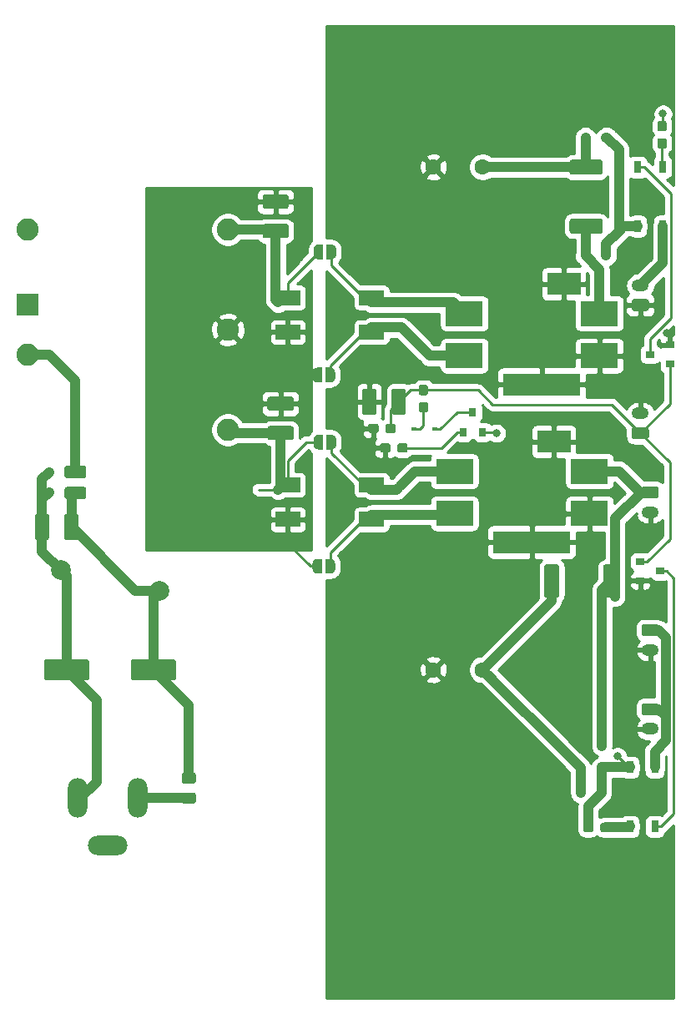
<source format=gtl>
G04 #@! TF.GenerationSoftware,KiCad,Pcbnew,(5.1.5-0)*
G04 #@! TF.CreationDate,2021-01-13T09:50:43-07:00*
G04 #@! TF.ProjectId,power_cui,706f7765-725f-4637-9569-2e6b69636164,rev?*
G04 #@! TF.SameCoordinates,Original*
G04 #@! TF.FileFunction,Copper,L1,Top*
G04 #@! TF.FilePolarity,Positive*
%FSLAX46Y46*%
G04 Gerber Fmt 4.6, Leading zero omitted, Abs format (unit mm)*
G04 Created by KiCad (PCBNEW (5.1.5-0)) date 2021-01-13 09:50:43*
%MOMM*%
%LPD*%
G04 APERTURE LIST*
%ADD10R,2.500000X1.500000*%
%ADD11C,0.100000*%
%ADD12R,0.800000X0.900000*%
%ADD13R,0.600000X0.450000*%
%ADD14C,1.600000*%
%ADD15R,0.800000X1.200000*%
%ADD16O,2.000000X4.000000*%
%ADD17O,4.000000X2.000000*%
%ADD18O,1.750000X1.200000*%
%ADD19R,0.900000X0.800000*%
%ADD20R,0.450000X0.600000*%
%ADD21R,2.250000X2.250000*%
%ADD22C,2.250000*%
%ADD23C,2.000000*%
%ADD24R,3.400000X2.300000*%
%ADD25R,7.900000X2.300000*%
%ADD26R,3.800000X2.500000*%
%ADD27C,0.800000*%
%ADD28C,1.000000*%
%ADD29C,0.250000*%
%ADD30C,0.254000*%
G04 APERTURE END LIST*
D10*
X115250000Y-100750000D03*
X115250000Y-97250000D03*
X123750000Y-97250000D03*
X123750000Y-100750000D03*
G04 #@! TA.AperFunction,SMDPad,CuDef*
D11*
G36*
X125985779Y-91026144D02*
G01*
X126008834Y-91029563D01*
X126031443Y-91035227D01*
X126053387Y-91043079D01*
X126074457Y-91053044D01*
X126094448Y-91065026D01*
X126113168Y-91078910D01*
X126130438Y-91094562D01*
X126146090Y-91111832D01*
X126159974Y-91130552D01*
X126171956Y-91150543D01*
X126181921Y-91171613D01*
X126189773Y-91193557D01*
X126195437Y-91216166D01*
X126198856Y-91239221D01*
X126200000Y-91262500D01*
X126200000Y-91737500D01*
X126198856Y-91760779D01*
X126195437Y-91783834D01*
X126189773Y-91806443D01*
X126181921Y-91828387D01*
X126171956Y-91849457D01*
X126159974Y-91869448D01*
X126146090Y-91888168D01*
X126130438Y-91905438D01*
X126113168Y-91921090D01*
X126094448Y-91934974D01*
X126074457Y-91946956D01*
X126053387Y-91956921D01*
X126031443Y-91964773D01*
X126008834Y-91970437D01*
X125985779Y-91973856D01*
X125962500Y-91975000D01*
X125387500Y-91975000D01*
X125364221Y-91973856D01*
X125341166Y-91970437D01*
X125318557Y-91964773D01*
X125296613Y-91956921D01*
X125275543Y-91946956D01*
X125255552Y-91934974D01*
X125236832Y-91921090D01*
X125219562Y-91905438D01*
X125203910Y-91888168D01*
X125190026Y-91869448D01*
X125178044Y-91849457D01*
X125168079Y-91828387D01*
X125160227Y-91806443D01*
X125154563Y-91783834D01*
X125151144Y-91760779D01*
X125150000Y-91737500D01*
X125150000Y-91262500D01*
X125151144Y-91239221D01*
X125154563Y-91216166D01*
X125160227Y-91193557D01*
X125168079Y-91171613D01*
X125178044Y-91150543D01*
X125190026Y-91130552D01*
X125203910Y-91111832D01*
X125219562Y-91094562D01*
X125236832Y-91078910D01*
X125255552Y-91065026D01*
X125275543Y-91053044D01*
X125296613Y-91043079D01*
X125318557Y-91035227D01*
X125341166Y-91029563D01*
X125364221Y-91026144D01*
X125387500Y-91025000D01*
X125962500Y-91025000D01*
X125985779Y-91026144D01*
G37*
G04 #@! TD.AperFunction*
G04 #@! TA.AperFunction,SMDPad,CuDef*
G36*
X124235779Y-91026144D02*
G01*
X124258834Y-91029563D01*
X124281443Y-91035227D01*
X124303387Y-91043079D01*
X124324457Y-91053044D01*
X124344448Y-91065026D01*
X124363168Y-91078910D01*
X124380438Y-91094562D01*
X124396090Y-91111832D01*
X124409974Y-91130552D01*
X124421956Y-91150543D01*
X124431921Y-91171613D01*
X124439773Y-91193557D01*
X124445437Y-91216166D01*
X124448856Y-91239221D01*
X124450000Y-91262500D01*
X124450000Y-91737500D01*
X124448856Y-91760779D01*
X124445437Y-91783834D01*
X124439773Y-91806443D01*
X124431921Y-91828387D01*
X124421956Y-91849457D01*
X124409974Y-91869448D01*
X124396090Y-91888168D01*
X124380438Y-91905438D01*
X124363168Y-91921090D01*
X124344448Y-91934974D01*
X124324457Y-91946956D01*
X124303387Y-91956921D01*
X124281443Y-91964773D01*
X124258834Y-91970437D01*
X124235779Y-91973856D01*
X124212500Y-91975000D01*
X123637500Y-91975000D01*
X123614221Y-91973856D01*
X123591166Y-91970437D01*
X123568557Y-91964773D01*
X123546613Y-91956921D01*
X123525543Y-91946956D01*
X123505552Y-91934974D01*
X123486832Y-91921090D01*
X123469562Y-91905438D01*
X123453910Y-91888168D01*
X123440026Y-91869448D01*
X123428044Y-91849457D01*
X123418079Y-91828387D01*
X123410227Y-91806443D01*
X123404563Y-91783834D01*
X123401144Y-91760779D01*
X123400000Y-91737500D01*
X123400000Y-91262500D01*
X123401144Y-91239221D01*
X123404563Y-91216166D01*
X123410227Y-91193557D01*
X123418079Y-91171613D01*
X123428044Y-91150543D01*
X123440026Y-91130552D01*
X123453910Y-91111832D01*
X123469562Y-91094562D01*
X123486832Y-91078910D01*
X123505552Y-91065026D01*
X123525543Y-91053044D01*
X123546613Y-91043079D01*
X123568557Y-91035227D01*
X123591166Y-91029563D01*
X123614221Y-91026144D01*
X123637500Y-91025000D01*
X124212500Y-91025000D01*
X124235779Y-91026144D01*
G37*
G04 #@! TD.AperFunction*
G04 #@! TA.AperFunction,SMDPad,CuDef*
G36*
X125435779Y-93026144D02*
G01*
X125458834Y-93029563D01*
X125481443Y-93035227D01*
X125503387Y-93043079D01*
X125524457Y-93053044D01*
X125544448Y-93065026D01*
X125563168Y-93078910D01*
X125580438Y-93094562D01*
X125596090Y-93111832D01*
X125609974Y-93130552D01*
X125621956Y-93150543D01*
X125631921Y-93171613D01*
X125639773Y-93193557D01*
X125645437Y-93216166D01*
X125648856Y-93239221D01*
X125650000Y-93262500D01*
X125650000Y-93737500D01*
X125648856Y-93760779D01*
X125645437Y-93783834D01*
X125639773Y-93806443D01*
X125631921Y-93828387D01*
X125621956Y-93849457D01*
X125609974Y-93869448D01*
X125596090Y-93888168D01*
X125580438Y-93905438D01*
X125563168Y-93921090D01*
X125544448Y-93934974D01*
X125524457Y-93946956D01*
X125503387Y-93956921D01*
X125481443Y-93964773D01*
X125458834Y-93970437D01*
X125435779Y-93973856D01*
X125412500Y-93975000D01*
X124837500Y-93975000D01*
X124814221Y-93973856D01*
X124791166Y-93970437D01*
X124768557Y-93964773D01*
X124746613Y-93956921D01*
X124725543Y-93946956D01*
X124705552Y-93934974D01*
X124686832Y-93921090D01*
X124669562Y-93905438D01*
X124653910Y-93888168D01*
X124640026Y-93869448D01*
X124628044Y-93849457D01*
X124618079Y-93828387D01*
X124610227Y-93806443D01*
X124604563Y-93783834D01*
X124601144Y-93760779D01*
X124600000Y-93737500D01*
X124600000Y-93262500D01*
X124601144Y-93239221D01*
X124604563Y-93216166D01*
X124610227Y-93193557D01*
X124618079Y-93171613D01*
X124628044Y-93150543D01*
X124640026Y-93130552D01*
X124653910Y-93111832D01*
X124669562Y-93094562D01*
X124686832Y-93078910D01*
X124705552Y-93065026D01*
X124725543Y-93053044D01*
X124746613Y-93043079D01*
X124768557Y-93035227D01*
X124791166Y-93029563D01*
X124814221Y-93026144D01*
X124837500Y-93025000D01*
X125412500Y-93025000D01*
X125435779Y-93026144D01*
G37*
G04 #@! TD.AperFunction*
G04 #@! TA.AperFunction,SMDPad,CuDef*
G36*
X127185779Y-93026144D02*
G01*
X127208834Y-93029563D01*
X127231443Y-93035227D01*
X127253387Y-93043079D01*
X127274457Y-93053044D01*
X127294448Y-93065026D01*
X127313168Y-93078910D01*
X127330438Y-93094562D01*
X127346090Y-93111832D01*
X127359974Y-93130552D01*
X127371956Y-93150543D01*
X127381921Y-93171613D01*
X127389773Y-93193557D01*
X127395437Y-93216166D01*
X127398856Y-93239221D01*
X127400000Y-93262500D01*
X127400000Y-93737500D01*
X127398856Y-93760779D01*
X127395437Y-93783834D01*
X127389773Y-93806443D01*
X127381921Y-93828387D01*
X127371956Y-93849457D01*
X127359974Y-93869448D01*
X127346090Y-93888168D01*
X127330438Y-93905438D01*
X127313168Y-93921090D01*
X127294448Y-93934974D01*
X127274457Y-93946956D01*
X127253387Y-93956921D01*
X127231443Y-93964773D01*
X127208834Y-93970437D01*
X127185779Y-93973856D01*
X127162500Y-93975000D01*
X126587500Y-93975000D01*
X126564221Y-93973856D01*
X126541166Y-93970437D01*
X126518557Y-93964773D01*
X126496613Y-93956921D01*
X126475543Y-93946956D01*
X126455552Y-93934974D01*
X126436832Y-93921090D01*
X126419562Y-93905438D01*
X126403910Y-93888168D01*
X126390026Y-93869448D01*
X126378044Y-93849457D01*
X126368079Y-93828387D01*
X126360227Y-93806443D01*
X126354563Y-93783834D01*
X126351144Y-93760779D01*
X126350000Y-93737500D01*
X126350000Y-93262500D01*
X126351144Y-93239221D01*
X126354563Y-93216166D01*
X126360227Y-93193557D01*
X126368079Y-93171613D01*
X126378044Y-93150543D01*
X126390026Y-93130552D01*
X126403910Y-93111832D01*
X126419562Y-93094562D01*
X126436832Y-93078910D01*
X126455552Y-93065026D01*
X126475543Y-93053044D01*
X126496613Y-93043079D01*
X126518557Y-93035227D01*
X126541166Y-93029563D01*
X126564221Y-93026144D01*
X126587500Y-93025000D01*
X127162500Y-93025000D01*
X127185779Y-93026144D01*
G37*
G04 #@! TD.AperFunction*
D12*
X134000000Y-89900000D03*
X134950000Y-91900000D03*
X133050000Y-91900000D03*
D10*
X115250000Y-81750000D03*
X115250000Y-78250000D03*
X123750000Y-78250000D03*
X123750000Y-81750000D03*
D13*
X130150000Y-91600000D03*
X128050000Y-91600000D03*
D14*
X135000000Y-65000000D03*
X130000000Y-65000000D03*
X130000000Y-116000000D03*
X135000000Y-116000000D03*
D15*
X152470000Y-125900000D03*
X152470000Y-131900000D03*
X149930000Y-131900000D03*
X149930000Y-125900000D03*
G04 #@! TA.AperFunction,SMDPad,CuDef*
D11*
G36*
X147785779Y-131526144D02*
G01*
X147808834Y-131529563D01*
X147831443Y-131535227D01*
X147853387Y-131543079D01*
X147874457Y-131553044D01*
X147894448Y-131565026D01*
X147913168Y-131578910D01*
X147930438Y-131594562D01*
X147946090Y-131611832D01*
X147959974Y-131630552D01*
X147971956Y-131650543D01*
X147981921Y-131671613D01*
X147989773Y-131693557D01*
X147995437Y-131716166D01*
X147998856Y-131739221D01*
X148000000Y-131762500D01*
X148000000Y-132237500D01*
X147998856Y-132260779D01*
X147995437Y-132283834D01*
X147989773Y-132306443D01*
X147981921Y-132328387D01*
X147971956Y-132349457D01*
X147959974Y-132369448D01*
X147946090Y-132388168D01*
X147930438Y-132405438D01*
X147913168Y-132421090D01*
X147894448Y-132434974D01*
X147874457Y-132446956D01*
X147853387Y-132456921D01*
X147831443Y-132464773D01*
X147808834Y-132470437D01*
X147785779Y-132473856D01*
X147762500Y-132475000D01*
X147187500Y-132475000D01*
X147164221Y-132473856D01*
X147141166Y-132470437D01*
X147118557Y-132464773D01*
X147096613Y-132456921D01*
X147075543Y-132446956D01*
X147055552Y-132434974D01*
X147036832Y-132421090D01*
X147019562Y-132405438D01*
X147003910Y-132388168D01*
X146990026Y-132369448D01*
X146978044Y-132349457D01*
X146968079Y-132328387D01*
X146960227Y-132306443D01*
X146954563Y-132283834D01*
X146951144Y-132260779D01*
X146950000Y-132237500D01*
X146950000Y-131762500D01*
X146951144Y-131739221D01*
X146954563Y-131716166D01*
X146960227Y-131693557D01*
X146968079Y-131671613D01*
X146978044Y-131650543D01*
X146990026Y-131630552D01*
X147003910Y-131611832D01*
X147019562Y-131594562D01*
X147036832Y-131578910D01*
X147055552Y-131565026D01*
X147075543Y-131553044D01*
X147096613Y-131543079D01*
X147118557Y-131535227D01*
X147141166Y-131529563D01*
X147164221Y-131526144D01*
X147187500Y-131525000D01*
X147762500Y-131525000D01*
X147785779Y-131526144D01*
G37*
G04 #@! TD.AperFunction*
G04 #@! TA.AperFunction,SMDPad,CuDef*
G36*
X146035779Y-131526144D02*
G01*
X146058834Y-131529563D01*
X146081443Y-131535227D01*
X146103387Y-131543079D01*
X146124457Y-131553044D01*
X146144448Y-131565026D01*
X146163168Y-131578910D01*
X146180438Y-131594562D01*
X146196090Y-131611832D01*
X146209974Y-131630552D01*
X146221956Y-131650543D01*
X146231921Y-131671613D01*
X146239773Y-131693557D01*
X146245437Y-131716166D01*
X146248856Y-131739221D01*
X146250000Y-131762500D01*
X146250000Y-132237500D01*
X146248856Y-132260779D01*
X146245437Y-132283834D01*
X146239773Y-132306443D01*
X146231921Y-132328387D01*
X146221956Y-132349457D01*
X146209974Y-132369448D01*
X146196090Y-132388168D01*
X146180438Y-132405438D01*
X146163168Y-132421090D01*
X146144448Y-132434974D01*
X146124457Y-132446956D01*
X146103387Y-132456921D01*
X146081443Y-132464773D01*
X146058834Y-132470437D01*
X146035779Y-132473856D01*
X146012500Y-132475000D01*
X145437500Y-132475000D01*
X145414221Y-132473856D01*
X145391166Y-132470437D01*
X145368557Y-132464773D01*
X145346613Y-132456921D01*
X145325543Y-132446956D01*
X145305552Y-132434974D01*
X145286832Y-132421090D01*
X145269562Y-132405438D01*
X145253910Y-132388168D01*
X145240026Y-132369448D01*
X145228044Y-132349457D01*
X145218079Y-132328387D01*
X145210227Y-132306443D01*
X145204563Y-132283834D01*
X145201144Y-132260779D01*
X145200000Y-132237500D01*
X145200000Y-131762500D01*
X145201144Y-131739221D01*
X145204563Y-131716166D01*
X145210227Y-131693557D01*
X145218079Y-131671613D01*
X145228044Y-131650543D01*
X145240026Y-131630552D01*
X145253910Y-131611832D01*
X145269562Y-131594562D01*
X145286832Y-131578910D01*
X145305552Y-131565026D01*
X145325543Y-131553044D01*
X145346613Y-131543079D01*
X145368557Y-131535227D01*
X145391166Y-131529563D01*
X145414221Y-131526144D01*
X145437500Y-131525000D01*
X146012500Y-131525000D01*
X146035779Y-131526144D01*
G37*
G04 #@! TD.AperFunction*
D15*
X150730000Y-71000000D03*
X150730000Y-65000000D03*
X153270000Y-65000000D03*
X153270000Y-71000000D03*
G04 #@! TA.AperFunction,SMDPad,CuDef*
D11*
G36*
X153460779Y-62076144D02*
G01*
X153483834Y-62079563D01*
X153506443Y-62085227D01*
X153528387Y-62093079D01*
X153549457Y-62103044D01*
X153569448Y-62115026D01*
X153588168Y-62128910D01*
X153605438Y-62144562D01*
X153621090Y-62161832D01*
X153634974Y-62180552D01*
X153646956Y-62200543D01*
X153656921Y-62221613D01*
X153664773Y-62243557D01*
X153670437Y-62266166D01*
X153673856Y-62289221D01*
X153675000Y-62312500D01*
X153675000Y-62887500D01*
X153673856Y-62910779D01*
X153670437Y-62933834D01*
X153664773Y-62956443D01*
X153656921Y-62978387D01*
X153646956Y-62999457D01*
X153634974Y-63019448D01*
X153621090Y-63038168D01*
X153605438Y-63055438D01*
X153588168Y-63071090D01*
X153569448Y-63084974D01*
X153549457Y-63096956D01*
X153528387Y-63106921D01*
X153506443Y-63114773D01*
X153483834Y-63120437D01*
X153460779Y-63123856D01*
X153437500Y-63125000D01*
X152962500Y-63125000D01*
X152939221Y-63123856D01*
X152916166Y-63120437D01*
X152893557Y-63114773D01*
X152871613Y-63106921D01*
X152850543Y-63096956D01*
X152830552Y-63084974D01*
X152811832Y-63071090D01*
X152794562Y-63055438D01*
X152778910Y-63038168D01*
X152765026Y-63019448D01*
X152753044Y-62999457D01*
X152743079Y-62978387D01*
X152735227Y-62956443D01*
X152729563Y-62933834D01*
X152726144Y-62910779D01*
X152725000Y-62887500D01*
X152725000Y-62312500D01*
X152726144Y-62289221D01*
X152729563Y-62266166D01*
X152735227Y-62243557D01*
X152743079Y-62221613D01*
X152753044Y-62200543D01*
X152765026Y-62180552D01*
X152778910Y-62161832D01*
X152794562Y-62144562D01*
X152811832Y-62128910D01*
X152830552Y-62115026D01*
X152850543Y-62103044D01*
X152871613Y-62093079D01*
X152893557Y-62085227D01*
X152916166Y-62079563D01*
X152939221Y-62076144D01*
X152962500Y-62075000D01*
X153437500Y-62075000D01*
X153460779Y-62076144D01*
G37*
G04 #@! TD.AperFunction*
G04 #@! TA.AperFunction,SMDPad,CuDef*
G36*
X153460779Y-60326144D02*
G01*
X153483834Y-60329563D01*
X153506443Y-60335227D01*
X153528387Y-60343079D01*
X153549457Y-60353044D01*
X153569448Y-60365026D01*
X153588168Y-60378910D01*
X153605438Y-60394562D01*
X153621090Y-60411832D01*
X153634974Y-60430552D01*
X153646956Y-60450543D01*
X153656921Y-60471613D01*
X153664773Y-60493557D01*
X153670437Y-60516166D01*
X153673856Y-60539221D01*
X153675000Y-60562500D01*
X153675000Y-61137500D01*
X153673856Y-61160779D01*
X153670437Y-61183834D01*
X153664773Y-61206443D01*
X153656921Y-61228387D01*
X153646956Y-61249457D01*
X153634974Y-61269448D01*
X153621090Y-61288168D01*
X153605438Y-61305438D01*
X153588168Y-61321090D01*
X153569448Y-61334974D01*
X153549457Y-61346956D01*
X153528387Y-61356921D01*
X153506443Y-61364773D01*
X153483834Y-61370437D01*
X153460779Y-61373856D01*
X153437500Y-61375000D01*
X152962500Y-61375000D01*
X152939221Y-61373856D01*
X152916166Y-61370437D01*
X152893557Y-61364773D01*
X152871613Y-61356921D01*
X152850543Y-61346956D01*
X152830552Y-61334974D01*
X152811832Y-61321090D01*
X152794562Y-61305438D01*
X152778910Y-61288168D01*
X152765026Y-61269448D01*
X152753044Y-61249457D01*
X152743079Y-61228387D01*
X152735227Y-61206443D01*
X152729563Y-61183834D01*
X152726144Y-61160779D01*
X152725000Y-61137500D01*
X152725000Y-60562500D01*
X152726144Y-60539221D01*
X152729563Y-60516166D01*
X152735227Y-60493557D01*
X152743079Y-60471613D01*
X152753044Y-60450543D01*
X152765026Y-60430552D01*
X152778910Y-60411832D01*
X152794562Y-60394562D01*
X152811832Y-60378910D01*
X152830552Y-60365026D01*
X152850543Y-60353044D01*
X152871613Y-60343079D01*
X152893557Y-60335227D01*
X152916166Y-60329563D01*
X152939221Y-60326144D01*
X152962500Y-60325000D01*
X153437500Y-60325000D01*
X153460779Y-60326144D01*
G37*
G04 #@! TD.AperFunction*
D16*
X100000000Y-129000000D03*
D17*
X97000000Y-133800000D03*
D16*
X93900000Y-129000000D03*
D18*
X151000000Y-90000000D03*
G04 #@! TA.AperFunction,ComponentPad*
D11*
G36*
X151649505Y-91401204D02*
G01*
X151673773Y-91404804D01*
X151697572Y-91410765D01*
X151720671Y-91419030D01*
X151742850Y-91429520D01*
X151763893Y-91442132D01*
X151783599Y-91456747D01*
X151801777Y-91473223D01*
X151818253Y-91491401D01*
X151832868Y-91511107D01*
X151845480Y-91532150D01*
X151855970Y-91554329D01*
X151864235Y-91577428D01*
X151870196Y-91601227D01*
X151873796Y-91625495D01*
X151875000Y-91649999D01*
X151875000Y-92350001D01*
X151873796Y-92374505D01*
X151870196Y-92398773D01*
X151864235Y-92422572D01*
X151855970Y-92445671D01*
X151845480Y-92467850D01*
X151832868Y-92488893D01*
X151818253Y-92508599D01*
X151801777Y-92526777D01*
X151783599Y-92543253D01*
X151763893Y-92557868D01*
X151742850Y-92570480D01*
X151720671Y-92580970D01*
X151697572Y-92589235D01*
X151673773Y-92595196D01*
X151649505Y-92598796D01*
X151625001Y-92600000D01*
X150374999Y-92600000D01*
X150350495Y-92598796D01*
X150326227Y-92595196D01*
X150302428Y-92589235D01*
X150279329Y-92580970D01*
X150257150Y-92570480D01*
X150236107Y-92557868D01*
X150216401Y-92543253D01*
X150198223Y-92526777D01*
X150181747Y-92508599D01*
X150167132Y-92488893D01*
X150154520Y-92467850D01*
X150144030Y-92445671D01*
X150135765Y-92422572D01*
X150129804Y-92398773D01*
X150126204Y-92374505D01*
X150125000Y-92350001D01*
X150125000Y-91649999D01*
X150126204Y-91625495D01*
X150129804Y-91601227D01*
X150135765Y-91577428D01*
X150144030Y-91554329D01*
X150154520Y-91532150D01*
X150167132Y-91511107D01*
X150181747Y-91491401D01*
X150198223Y-91473223D01*
X150216401Y-91456747D01*
X150236107Y-91442132D01*
X150257150Y-91429520D01*
X150279329Y-91419030D01*
X150302428Y-91410765D01*
X150326227Y-91404804D01*
X150350495Y-91401204D01*
X150374999Y-91400000D01*
X151625001Y-91400000D01*
X151649505Y-91401204D01*
G37*
G04 #@! TD.AperFunction*
G04 #@! TA.AperFunction,SMDPad,CuDef*
G36*
X126974504Y-87476204D02*
G01*
X126998773Y-87479804D01*
X127022571Y-87485765D01*
X127045671Y-87494030D01*
X127067849Y-87504520D01*
X127088893Y-87517133D01*
X127108598Y-87531747D01*
X127126777Y-87548223D01*
X127143253Y-87566402D01*
X127157867Y-87586107D01*
X127170480Y-87607151D01*
X127180970Y-87629329D01*
X127189235Y-87652429D01*
X127195196Y-87676227D01*
X127198796Y-87700496D01*
X127200000Y-87725000D01*
X127200000Y-89875000D01*
X127198796Y-89899504D01*
X127195196Y-89923773D01*
X127189235Y-89947571D01*
X127180970Y-89970671D01*
X127170480Y-89992849D01*
X127157867Y-90013893D01*
X127143253Y-90033598D01*
X127126777Y-90051777D01*
X127108598Y-90068253D01*
X127088893Y-90082867D01*
X127067849Y-90095480D01*
X127045671Y-90105970D01*
X127022571Y-90114235D01*
X126998773Y-90120196D01*
X126974504Y-90123796D01*
X126950000Y-90125000D01*
X126025000Y-90125000D01*
X126000496Y-90123796D01*
X125976227Y-90120196D01*
X125952429Y-90114235D01*
X125929329Y-90105970D01*
X125907151Y-90095480D01*
X125886107Y-90082867D01*
X125866402Y-90068253D01*
X125848223Y-90051777D01*
X125831747Y-90033598D01*
X125817133Y-90013893D01*
X125804520Y-89992849D01*
X125794030Y-89970671D01*
X125785765Y-89947571D01*
X125779804Y-89923773D01*
X125776204Y-89899504D01*
X125775000Y-89875000D01*
X125775000Y-87725000D01*
X125776204Y-87700496D01*
X125779804Y-87676227D01*
X125785765Y-87652429D01*
X125794030Y-87629329D01*
X125804520Y-87607151D01*
X125817133Y-87586107D01*
X125831747Y-87566402D01*
X125848223Y-87548223D01*
X125866402Y-87531747D01*
X125886107Y-87517133D01*
X125907151Y-87504520D01*
X125929329Y-87494030D01*
X125952429Y-87485765D01*
X125976227Y-87479804D01*
X126000496Y-87476204D01*
X126025000Y-87475000D01*
X126950000Y-87475000D01*
X126974504Y-87476204D01*
G37*
G04 #@! TD.AperFunction*
G04 #@! TA.AperFunction,SMDPad,CuDef*
G36*
X123999504Y-87476204D02*
G01*
X124023773Y-87479804D01*
X124047571Y-87485765D01*
X124070671Y-87494030D01*
X124092849Y-87504520D01*
X124113893Y-87517133D01*
X124133598Y-87531747D01*
X124151777Y-87548223D01*
X124168253Y-87566402D01*
X124182867Y-87586107D01*
X124195480Y-87607151D01*
X124205970Y-87629329D01*
X124214235Y-87652429D01*
X124220196Y-87676227D01*
X124223796Y-87700496D01*
X124225000Y-87725000D01*
X124225000Y-89875000D01*
X124223796Y-89899504D01*
X124220196Y-89923773D01*
X124214235Y-89947571D01*
X124205970Y-89970671D01*
X124195480Y-89992849D01*
X124182867Y-90013893D01*
X124168253Y-90033598D01*
X124151777Y-90051777D01*
X124133598Y-90068253D01*
X124113893Y-90082867D01*
X124092849Y-90095480D01*
X124070671Y-90105970D01*
X124047571Y-90114235D01*
X124023773Y-90120196D01*
X123999504Y-90123796D01*
X123975000Y-90125000D01*
X123050000Y-90125000D01*
X123025496Y-90123796D01*
X123001227Y-90120196D01*
X122977429Y-90114235D01*
X122954329Y-90105970D01*
X122932151Y-90095480D01*
X122911107Y-90082867D01*
X122891402Y-90068253D01*
X122873223Y-90051777D01*
X122856747Y-90033598D01*
X122842133Y-90013893D01*
X122829520Y-89992849D01*
X122819030Y-89970671D01*
X122810765Y-89947571D01*
X122804804Y-89923773D01*
X122801204Y-89899504D01*
X122800000Y-89875000D01*
X122800000Y-87725000D01*
X122801204Y-87700496D01*
X122804804Y-87676227D01*
X122810765Y-87652429D01*
X122819030Y-87629329D01*
X122829520Y-87607151D01*
X122842133Y-87586107D01*
X122856747Y-87566402D01*
X122873223Y-87548223D01*
X122891402Y-87531747D01*
X122911107Y-87517133D01*
X122932151Y-87504520D01*
X122954329Y-87494030D01*
X122977429Y-87485765D01*
X123001227Y-87479804D01*
X123025496Y-87476204D01*
X123050000Y-87475000D01*
X123975000Y-87475000D01*
X123999504Y-87476204D01*
G37*
G04 #@! TD.AperFunction*
G04 #@! TA.AperFunction,SMDPad,CuDef*
G36*
X146949505Y-70226204D02*
G01*
X146973773Y-70229804D01*
X146997572Y-70235765D01*
X147020671Y-70244030D01*
X147042850Y-70254520D01*
X147063893Y-70267132D01*
X147083599Y-70281747D01*
X147101777Y-70298223D01*
X147118253Y-70316401D01*
X147132868Y-70336107D01*
X147145480Y-70357150D01*
X147155970Y-70379329D01*
X147164235Y-70402428D01*
X147170196Y-70426227D01*
X147173796Y-70450495D01*
X147175000Y-70474999D01*
X147175000Y-71500001D01*
X147173796Y-71524505D01*
X147170196Y-71548773D01*
X147164235Y-71572572D01*
X147155970Y-71595671D01*
X147145480Y-71617850D01*
X147132868Y-71638893D01*
X147118253Y-71658599D01*
X147101777Y-71676777D01*
X147083599Y-71693253D01*
X147063893Y-71707868D01*
X147042850Y-71720480D01*
X147020671Y-71730970D01*
X146997572Y-71739235D01*
X146973773Y-71745196D01*
X146949505Y-71748796D01*
X146925001Y-71750000D01*
X144074999Y-71750000D01*
X144050495Y-71748796D01*
X144026227Y-71745196D01*
X144002428Y-71739235D01*
X143979329Y-71730970D01*
X143957150Y-71720480D01*
X143936107Y-71707868D01*
X143916401Y-71693253D01*
X143898223Y-71676777D01*
X143881747Y-71658599D01*
X143867132Y-71638893D01*
X143854520Y-71617850D01*
X143844030Y-71595671D01*
X143835765Y-71572572D01*
X143829804Y-71548773D01*
X143826204Y-71524505D01*
X143825000Y-71500001D01*
X143825000Y-70474999D01*
X143826204Y-70450495D01*
X143829804Y-70426227D01*
X143835765Y-70402428D01*
X143844030Y-70379329D01*
X143854520Y-70357150D01*
X143867132Y-70336107D01*
X143881747Y-70316401D01*
X143898223Y-70298223D01*
X143916401Y-70281747D01*
X143936107Y-70267132D01*
X143957150Y-70254520D01*
X143979329Y-70244030D01*
X144002428Y-70235765D01*
X144026227Y-70229804D01*
X144050495Y-70226204D01*
X144074999Y-70225000D01*
X146925001Y-70225000D01*
X146949505Y-70226204D01*
G37*
G04 #@! TD.AperFunction*
G04 #@! TA.AperFunction,SMDPad,CuDef*
G36*
X146949505Y-64251204D02*
G01*
X146973773Y-64254804D01*
X146997572Y-64260765D01*
X147020671Y-64269030D01*
X147042850Y-64279520D01*
X147063893Y-64292132D01*
X147083599Y-64306747D01*
X147101777Y-64323223D01*
X147118253Y-64341401D01*
X147132868Y-64361107D01*
X147145480Y-64382150D01*
X147155970Y-64404329D01*
X147164235Y-64427428D01*
X147170196Y-64451227D01*
X147173796Y-64475495D01*
X147175000Y-64499999D01*
X147175000Y-65525001D01*
X147173796Y-65549505D01*
X147170196Y-65573773D01*
X147164235Y-65597572D01*
X147155970Y-65620671D01*
X147145480Y-65642850D01*
X147132868Y-65663893D01*
X147118253Y-65683599D01*
X147101777Y-65701777D01*
X147083599Y-65718253D01*
X147063893Y-65732868D01*
X147042850Y-65745480D01*
X147020671Y-65755970D01*
X146997572Y-65764235D01*
X146973773Y-65770196D01*
X146949505Y-65773796D01*
X146925001Y-65775000D01*
X144074999Y-65775000D01*
X144050495Y-65773796D01*
X144026227Y-65770196D01*
X144002428Y-65764235D01*
X143979329Y-65755970D01*
X143957150Y-65745480D01*
X143936107Y-65732868D01*
X143916401Y-65718253D01*
X143898223Y-65701777D01*
X143881747Y-65683599D01*
X143867132Y-65663893D01*
X143854520Y-65642850D01*
X143844030Y-65620671D01*
X143835765Y-65597572D01*
X143829804Y-65573773D01*
X143826204Y-65549505D01*
X143825000Y-65525001D01*
X143825000Y-64499999D01*
X143826204Y-64475495D01*
X143829804Y-64451227D01*
X143835765Y-64427428D01*
X143844030Y-64404329D01*
X143854520Y-64382150D01*
X143867132Y-64361107D01*
X143881747Y-64341401D01*
X143898223Y-64323223D01*
X143916401Y-64306747D01*
X143936107Y-64292132D01*
X143957150Y-64279520D01*
X143979329Y-64269030D01*
X144002428Y-64260765D01*
X144026227Y-64254804D01*
X144050495Y-64251204D01*
X144074999Y-64250000D01*
X146925001Y-64250000D01*
X146949505Y-64251204D01*
G37*
G04 #@! TD.AperFunction*
G04 #@! TA.AperFunction,SMDPad,CuDef*
G36*
X129260779Y-88851144D02*
G01*
X129283834Y-88854563D01*
X129306443Y-88860227D01*
X129328387Y-88868079D01*
X129349457Y-88878044D01*
X129369448Y-88890026D01*
X129388168Y-88903910D01*
X129405438Y-88919562D01*
X129421090Y-88936832D01*
X129434974Y-88955552D01*
X129446956Y-88975543D01*
X129456921Y-88996613D01*
X129464773Y-89018557D01*
X129470437Y-89041166D01*
X129473856Y-89064221D01*
X129475000Y-89087500D01*
X129475000Y-89662500D01*
X129473856Y-89685779D01*
X129470437Y-89708834D01*
X129464773Y-89731443D01*
X129456921Y-89753387D01*
X129446956Y-89774457D01*
X129434974Y-89794448D01*
X129421090Y-89813168D01*
X129405438Y-89830438D01*
X129388168Y-89846090D01*
X129369448Y-89859974D01*
X129349457Y-89871956D01*
X129328387Y-89881921D01*
X129306443Y-89889773D01*
X129283834Y-89895437D01*
X129260779Y-89898856D01*
X129237500Y-89900000D01*
X128762500Y-89900000D01*
X128739221Y-89898856D01*
X128716166Y-89895437D01*
X128693557Y-89889773D01*
X128671613Y-89881921D01*
X128650543Y-89871956D01*
X128630552Y-89859974D01*
X128611832Y-89846090D01*
X128594562Y-89830438D01*
X128578910Y-89813168D01*
X128565026Y-89794448D01*
X128553044Y-89774457D01*
X128543079Y-89753387D01*
X128535227Y-89731443D01*
X128529563Y-89708834D01*
X128526144Y-89685779D01*
X128525000Y-89662500D01*
X128525000Y-89087500D01*
X128526144Y-89064221D01*
X128529563Y-89041166D01*
X128535227Y-89018557D01*
X128543079Y-88996613D01*
X128553044Y-88975543D01*
X128565026Y-88955552D01*
X128578910Y-88936832D01*
X128594562Y-88919562D01*
X128611832Y-88903910D01*
X128630552Y-88890026D01*
X128650543Y-88878044D01*
X128671613Y-88868079D01*
X128693557Y-88860227D01*
X128716166Y-88854563D01*
X128739221Y-88851144D01*
X128762500Y-88850000D01*
X129237500Y-88850000D01*
X129260779Y-88851144D01*
G37*
G04 #@! TD.AperFunction*
G04 #@! TA.AperFunction,SMDPad,CuDef*
G36*
X129260779Y-87101144D02*
G01*
X129283834Y-87104563D01*
X129306443Y-87110227D01*
X129328387Y-87118079D01*
X129349457Y-87128044D01*
X129369448Y-87140026D01*
X129388168Y-87153910D01*
X129405438Y-87169562D01*
X129421090Y-87186832D01*
X129434974Y-87205552D01*
X129446956Y-87225543D01*
X129456921Y-87246613D01*
X129464773Y-87268557D01*
X129470437Y-87291166D01*
X129473856Y-87314221D01*
X129475000Y-87337500D01*
X129475000Y-87912500D01*
X129473856Y-87935779D01*
X129470437Y-87958834D01*
X129464773Y-87981443D01*
X129456921Y-88003387D01*
X129446956Y-88024457D01*
X129434974Y-88044448D01*
X129421090Y-88063168D01*
X129405438Y-88080438D01*
X129388168Y-88096090D01*
X129369448Y-88109974D01*
X129349457Y-88121956D01*
X129328387Y-88131921D01*
X129306443Y-88139773D01*
X129283834Y-88145437D01*
X129260779Y-88148856D01*
X129237500Y-88150000D01*
X128762500Y-88150000D01*
X128739221Y-88148856D01*
X128716166Y-88145437D01*
X128693557Y-88139773D01*
X128671613Y-88131921D01*
X128650543Y-88121956D01*
X128630552Y-88109974D01*
X128611832Y-88096090D01*
X128594562Y-88080438D01*
X128578910Y-88063168D01*
X128565026Y-88044448D01*
X128553044Y-88024457D01*
X128543079Y-88003387D01*
X128535227Y-87981443D01*
X128529563Y-87958834D01*
X128526144Y-87935779D01*
X128525000Y-87912500D01*
X128525000Y-87337500D01*
X128526144Y-87314221D01*
X128529563Y-87291166D01*
X128535227Y-87268557D01*
X128543079Y-87246613D01*
X128553044Y-87225543D01*
X128565026Y-87205552D01*
X128578910Y-87186832D01*
X128594562Y-87169562D01*
X128611832Y-87153910D01*
X128630552Y-87140026D01*
X128650543Y-87128044D01*
X128671613Y-87118079D01*
X128693557Y-87110227D01*
X128716166Y-87104563D01*
X128739221Y-87101144D01*
X128762500Y-87100000D01*
X129237500Y-87100000D01*
X129260779Y-87101144D01*
G37*
G04 #@! TD.AperFunction*
D19*
X152000000Y-84000000D03*
X154000000Y-83050000D03*
X154000000Y-84950000D03*
X153000000Y-106000000D03*
X151000000Y-106950000D03*
X151000000Y-105050000D03*
D18*
X152000000Y-122000000D03*
G04 #@! TA.AperFunction,ComponentPad*
D11*
G36*
X152649505Y-119401204D02*
G01*
X152673773Y-119404804D01*
X152697572Y-119410765D01*
X152720671Y-119419030D01*
X152742850Y-119429520D01*
X152763893Y-119442132D01*
X152783599Y-119456747D01*
X152801777Y-119473223D01*
X152818253Y-119491401D01*
X152832868Y-119511107D01*
X152845480Y-119532150D01*
X152855970Y-119554329D01*
X152864235Y-119577428D01*
X152870196Y-119601227D01*
X152873796Y-119625495D01*
X152875000Y-119649999D01*
X152875000Y-120350001D01*
X152873796Y-120374505D01*
X152870196Y-120398773D01*
X152864235Y-120422572D01*
X152855970Y-120445671D01*
X152845480Y-120467850D01*
X152832868Y-120488893D01*
X152818253Y-120508599D01*
X152801777Y-120526777D01*
X152783599Y-120543253D01*
X152763893Y-120557868D01*
X152742850Y-120570480D01*
X152720671Y-120580970D01*
X152697572Y-120589235D01*
X152673773Y-120595196D01*
X152649505Y-120598796D01*
X152625001Y-120600000D01*
X151374999Y-120600000D01*
X151350495Y-120598796D01*
X151326227Y-120595196D01*
X151302428Y-120589235D01*
X151279329Y-120580970D01*
X151257150Y-120570480D01*
X151236107Y-120557868D01*
X151216401Y-120543253D01*
X151198223Y-120526777D01*
X151181747Y-120508599D01*
X151167132Y-120488893D01*
X151154520Y-120467850D01*
X151144030Y-120445671D01*
X151135765Y-120422572D01*
X151129804Y-120398773D01*
X151126204Y-120374505D01*
X151125000Y-120350001D01*
X151125000Y-119649999D01*
X151126204Y-119625495D01*
X151129804Y-119601227D01*
X151135765Y-119577428D01*
X151144030Y-119554329D01*
X151154520Y-119532150D01*
X151167132Y-119511107D01*
X151181747Y-119491401D01*
X151198223Y-119473223D01*
X151216401Y-119456747D01*
X151236107Y-119442132D01*
X151257150Y-119429520D01*
X151279329Y-119419030D01*
X151302428Y-119410765D01*
X151326227Y-119404804D01*
X151350495Y-119401204D01*
X151374999Y-119400000D01*
X152625001Y-119400000D01*
X152649505Y-119401204D01*
G37*
G04 #@! TD.AperFunction*
D18*
X151000000Y-77000000D03*
G04 #@! TA.AperFunction,ComponentPad*
D11*
G36*
X151649505Y-78401204D02*
G01*
X151673773Y-78404804D01*
X151697572Y-78410765D01*
X151720671Y-78419030D01*
X151742850Y-78429520D01*
X151763893Y-78442132D01*
X151783599Y-78456747D01*
X151801777Y-78473223D01*
X151818253Y-78491401D01*
X151832868Y-78511107D01*
X151845480Y-78532150D01*
X151855970Y-78554329D01*
X151864235Y-78577428D01*
X151870196Y-78601227D01*
X151873796Y-78625495D01*
X151875000Y-78649999D01*
X151875000Y-79350001D01*
X151873796Y-79374505D01*
X151870196Y-79398773D01*
X151864235Y-79422572D01*
X151855970Y-79445671D01*
X151845480Y-79467850D01*
X151832868Y-79488893D01*
X151818253Y-79508599D01*
X151801777Y-79526777D01*
X151783599Y-79543253D01*
X151763893Y-79557868D01*
X151742850Y-79570480D01*
X151720671Y-79580970D01*
X151697572Y-79589235D01*
X151673773Y-79595196D01*
X151649505Y-79598796D01*
X151625001Y-79600000D01*
X150374999Y-79600000D01*
X150350495Y-79598796D01*
X150326227Y-79595196D01*
X150302428Y-79589235D01*
X150279329Y-79580970D01*
X150257150Y-79570480D01*
X150236107Y-79557868D01*
X150216401Y-79543253D01*
X150198223Y-79526777D01*
X150181747Y-79508599D01*
X150167132Y-79488893D01*
X150154520Y-79467850D01*
X150144030Y-79445671D01*
X150135765Y-79422572D01*
X150129804Y-79398773D01*
X150126204Y-79374505D01*
X150125000Y-79350001D01*
X150125000Y-78649999D01*
X150126204Y-78625495D01*
X150129804Y-78601227D01*
X150135765Y-78577428D01*
X150144030Y-78554329D01*
X150154520Y-78532150D01*
X150167132Y-78511107D01*
X150181747Y-78491401D01*
X150198223Y-78473223D01*
X150216401Y-78456747D01*
X150236107Y-78442132D01*
X150257150Y-78429520D01*
X150279329Y-78419030D01*
X150302428Y-78410765D01*
X150326227Y-78404804D01*
X150350495Y-78401204D01*
X150374999Y-78400000D01*
X151625001Y-78400000D01*
X151649505Y-78401204D01*
G37*
G04 #@! TD.AperFunction*
D18*
X152000000Y-114000000D03*
G04 #@! TA.AperFunction,ComponentPad*
D11*
G36*
X152649505Y-111401204D02*
G01*
X152673773Y-111404804D01*
X152697572Y-111410765D01*
X152720671Y-111419030D01*
X152742850Y-111429520D01*
X152763893Y-111442132D01*
X152783599Y-111456747D01*
X152801777Y-111473223D01*
X152818253Y-111491401D01*
X152832868Y-111511107D01*
X152845480Y-111532150D01*
X152855970Y-111554329D01*
X152864235Y-111577428D01*
X152870196Y-111601227D01*
X152873796Y-111625495D01*
X152875000Y-111649999D01*
X152875000Y-112350001D01*
X152873796Y-112374505D01*
X152870196Y-112398773D01*
X152864235Y-112422572D01*
X152855970Y-112445671D01*
X152845480Y-112467850D01*
X152832868Y-112488893D01*
X152818253Y-112508599D01*
X152801777Y-112526777D01*
X152783599Y-112543253D01*
X152763893Y-112557868D01*
X152742850Y-112570480D01*
X152720671Y-112580970D01*
X152697572Y-112589235D01*
X152673773Y-112595196D01*
X152649505Y-112598796D01*
X152625001Y-112600000D01*
X151374999Y-112600000D01*
X151350495Y-112598796D01*
X151326227Y-112595196D01*
X151302428Y-112589235D01*
X151279329Y-112580970D01*
X151257150Y-112570480D01*
X151236107Y-112557868D01*
X151216401Y-112543253D01*
X151198223Y-112526777D01*
X151181747Y-112508599D01*
X151167132Y-112488893D01*
X151154520Y-112467850D01*
X151144030Y-112445671D01*
X151135765Y-112422572D01*
X151129804Y-112398773D01*
X151126204Y-112374505D01*
X151125000Y-112350001D01*
X151125000Y-111649999D01*
X151126204Y-111625495D01*
X151129804Y-111601227D01*
X151135765Y-111577428D01*
X151144030Y-111554329D01*
X151154520Y-111532150D01*
X151167132Y-111511107D01*
X151181747Y-111491401D01*
X151198223Y-111473223D01*
X151216401Y-111456747D01*
X151236107Y-111442132D01*
X151257150Y-111429520D01*
X151279329Y-111419030D01*
X151302428Y-111410765D01*
X151326227Y-111404804D01*
X151350495Y-111401204D01*
X151374999Y-111400000D01*
X152625001Y-111400000D01*
X152649505Y-111401204D01*
G37*
G04 #@! TD.AperFunction*
D18*
X152000000Y-100000000D03*
G04 #@! TA.AperFunction,ComponentPad*
D11*
G36*
X152649505Y-97401204D02*
G01*
X152673773Y-97404804D01*
X152697572Y-97410765D01*
X152720671Y-97419030D01*
X152742850Y-97429520D01*
X152763893Y-97442132D01*
X152783599Y-97456747D01*
X152801777Y-97473223D01*
X152818253Y-97491401D01*
X152832868Y-97511107D01*
X152845480Y-97532150D01*
X152855970Y-97554329D01*
X152864235Y-97577428D01*
X152870196Y-97601227D01*
X152873796Y-97625495D01*
X152875000Y-97649999D01*
X152875000Y-98350001D01*
X152873796Y-98374505D01*
X152870196Y-98398773D01*
X152864235Y-98422572D01*
X152855970Y-98445671D01*
X152845480Y-98467850D01*
X152832868Y-98488893D01*
X152818253Y-98508599D01*
X152801777Y-98526777D01*
X152783599Y-98543253D01*
X152763893Y-98557868D01*
X152742850Y-98570480D01*
X152720671Y-98580970D01*
X152697572Y-98589235D01*
X152673773Y-98595196D01*
X152649505Y-98598796D01*
X152625001Y-98600000D01*
X151374999Y-98600000D01*
X151350495Y-98598796D01*
X151326227Y-98595196D01*
X151302428Y-98589235D01*
X151279329Y-98580970D01*
X151257150Y-98570480D01*
X151236107Y-98557868D01*
X151216401Y-98543253D01*
X151198223Y-98526777D01*
X151181747Y-98508599D01*
X151167132Y-98488893D01*
X151154520Y-98467850D01*
X151144030Y-98445671D01*
X151135765Y-98422572D01*
X151129804Y-98398773D01*
X151126204Y-98374505D01*
X151125000Y-98350001D01*
X151125000Y-97649999D01*
X151126204Y-97625495D01*
X151129804Y-97601227D01*
X151135765Y-97577428D01*
X151144030Y-97554329D01*
X151154520Y-97532150D01*
X151167132Y-97511107D01*
X151181747Y-97491401D01*
X151198223Y-97473223D01*
X151216401Y-97456747D01*
X151236107Y-97442132D01*
X151257150Y-97429520D01*
X151279329Y-97419030D01*
X151302428Y-97410765D01*
X151326227Y-97404804D01*
X151350495Y-97401204D01*
X151374999Y-97400000D01*
X152625001Y-97400000D01*
X152649505Y-97401204D01*
G37*
G04 #@! TD.AperFunction*
D13*
X147550000Y-74000000D03*
X145450000Y-74000000D03*
D20*
X147100000Y-123750000D03*
X147100000Y-125850000D03*
G04 #@! TA.AperFunction,SMDPad,CuDef*
D11*
G36*
X142549505Y-105326204D02*
G01*
X142573773Y-105329804D01*
X142597572Y-105335765D01*
X142620671Y-105344030D01*
X142642850Y-105354520D01*
X142663893Y-105367132D01*
X142683599Y-105381747D01*
X142701777Y-105398223D01*
X142718253Y-105416401D01*
X142732868Y-105436107D01*
X142745480Y-105457150D01*
X142755970Y-105479329D01*
X142764235Y-105502428D01*
X142770196Y-105526227D01*
X142773796Y-105550495D01*
X142775000Y-105574999D01*
X142775000Y-108425001D01*
X142773796Y-108449505D01*
X142770196Y-108473773D01*
X142764235Y-108497572D01*
X142755970Y-108520671D01*
X142745480Y-108542850D01*
X142732868Y-108563893D01*
X142718253Y-108583599D01*
X142701777Y-108601777D01*
X142683599Y-108618253D01*
X142663893Y-108632868D01*
X142642850Y-108645480D01*
X142620671Y-108655970D01*
X142597572Y-108664235D01*
X142573773Y-108670196D01*
X142549505Y-108673796D01*
X142525001Y-108675000D01*
X141499999Y-108675000D01*
X141475495Y-108673796D01*
X141451227Y-108670196D01*
X141427428Y-108664235D01*
X141404329Y-108655970D01*
X141382150Y-108645480D01*
X141361107Y-108632868D01*
X141341401Y-108618253D01*
X141323223Y-108601777D01*
X141306747Y-108583599D01*
X141292132Y-108563893D01*
X141279520Y-108542850D01*
X141269030Y-108520671D01*
X141260765Y-108497572D01*
X141254804Y-108473773D01*
X141251204Y-108449505D01*
X141250000Y-108425001D01*
X141250000Y-105574999D01*
X141251204Y-105550495D01*
X141254804Y-105526227D01*
X141260765Y-105502428D01*
X141269030Y-105479329D01*
X141279520Y-105457150D01*
X141292132Y-105436107D01*
X141306747Y-105416401D01*
X141323223Y-105398223D01*
X141341401Y-105381747D01*
X141361107Y-105367132D01*
X141382150Y-105354520D01*
X141404329Y-105344030D01*
X141427428Y-105335765D01*
X141451227Y-105329804D01*
X141475495Y-105326204D01*
X141499999Y-105325000D01*
X142525001Y-105325000D01*
X142549505Y-105326204D01*
G37*
G04 #@! TD.AperFunction*
G04 #@! TA.AperFunction,SMDPad,CuDef*
G36*
X148524505Y-105326204D02*
G01*
X148548773Y-105329804D01*
X148572572Y-105335765D01*
X148595671Y-105344030D01*
X148617850Y-105354520D01*
X148638893Y-105367132D01*
X148658599Y-105381747D01*
X148676777Y-105398223D01*
X148693253Y-105416401D01*
X148707868Y-105436107D01*
X148720480Y-105457150D01*
X148730970Y-105479329D01*
X148739235Y-105502428D01*
X148745196Y-105526227D01*
X148748796Y-105550495D01*
X148750000Y-105574999D01*
X148750000Y-108425001D01*
X148748796Y-108449505D01*
X148745196Y-108473773D01*
X148739235Y-108497572D01*
X148730970Y-108520671D01*
X148720480Y-108542850D01*
X148707868Y-108563893D01*
X148693253Y-108583599D01*
X148676777Y-108601777D01*
X148658599Y-108618253D01*
X148638893Y-108632868D01*
X148617850Y-108645480D01*
X148595671Y-108655970D01*
X148572572Y-108664235D01*
X148548773Y-108670196D01*
X148524505Y-108673796D01*
X148500001Y-108675000D01*
X147474999Y-108675000D01*
X147450495Y-108673796D01*
X147426227Y-108670196D01*
X147402428Y-108664235D01*
X147379329Y-108655970D01*
X147357150Y-108645480D01*
X147336107Y-108632868D01*
X147316401Y-108618253D01*
X147298223Y-108601777D01*
X147281747Y-108583599D01*
X147267132Y-108563893D01*
X147254520Y-108542850D01*
X147244030Y-108520671D01*
X147235765Y-108497572D01*
X147229804Y-108473773D01*
X147226204Y-108449505D01*
X147225000Y-108425001D01*
X147225000Y-105574999D01*
X147226204Y-105550495D01*
X147229804Y-105526227D01*
X147235765Y-105502428D01*
X147244030Y-105479329D01*
X147254520Y-105457150D01*
X147267132Y-105436107D01*
X147281747Y-105416401D01*
X147298223Y-105398223D01*
X147316401Y-105381747D01*
X147336107Y-105367132D01*
X147357150Y-105354520D01*
X147379329Y-105344030D01*
X147402428Y-105335765D01*
X147426227Y-105329804D01*
X147450495Y-105326204D01*
X147474999Y-105325000D01*
X148500001Y-105325000D01*
X148524505Y-105326204D01*
G37*
G04 #@! TD.AperFunction*
D13*
X147550000Y-62000000D03*
X145450000Y-62000000D03*
X144950000Y-128500000D03*
X147050000Y-128500000D03*
G04 #@! TA.AperFunction,SMDPad,CuDef*
D11*
G36*
X94574504Y-97451204D02*
G01*
X94598773Y-97454804D01*
X94622571Y-97460765D01*
X94645671Y-97469030D01*
X94667849Y-97479520D01*
X94688893Y-97492133D01*
X94708598Y-97506747D01*
X94726777Y-97523223D01*
X94743253Y-97541402D01*
X94757867Y-97561107D01*
X94770480Y-97582151D01*
X94780970Y-97604329D01*
X94789235Y-97627429D01*
X94795196Y-97651227D01*
X94798796Y-97675496D01*
X94800000Y-97700000D01*
X94800000Y-98450000D01*
X94798796Y-98474504D01*
X94795196Y-98498773D01*
X94789235Y-98522571D01*
X94780970Y-98545671D01*
X94770480Y-98567849D01*
X94757867Y-98588893D01*
X94743253Y-98608598D01*
X94726777Y-98626777D01*
X94708598Y-98643253D01*
X94688893Y-98657867D01*
X94667849Y-98670480D01*
X94645671Y-98680970D01*
X94622571Y-98689235D01*
X94598773Y-98695196D01*
X94574504Y-98698796D01*
X94550000Y-98700000D01*
X92850000Y-98700000D01*
X92825496Y-98698796D01*
X92801227Y-98695196D01*
X92777429Y-98689235D01*
X92754329Y-98680970D01*
X92732151Y-98670480D01*
X92711107Y-98657867D01*
X92691402Y-98643253D01*
X92673223Y-98626777D01*
X92656747Y-98608598D01*
X92642133Y-98588893D01*
X92629520Y-98567849D01*
X92619030Y-98545671D01*
X92610765Y-98522571D01*
X92604804Y-98498773D01*
X92601204Y-98474504D01*
X92600000Y-98450000D01*
X92600000Y-97700000D01*
X92601204Y-97675496D01*
X92604804Y-97651227D01*
X92610765Y-97627429D01*
X92619030Y-97604329D01*
X92629520Y-97582151D01*
X92642133Y-97561107D01*
X92656747Y-97541402D01*
X92673223Y-97523223D01*
X92691402Y-97506747D01*
X92711107Y-97492133D01*
X92732151Y-97479520D01*
X92754329Y-97469030D01*
X92777429Y-97460765D01*
X92801227Y-97454804D01*
X92825496Y-97451204D01*
X92850000Y-97450000D01*
X94550000Y-97450000D01*
X94574504Y-97451204D01*
G37*
G04 #@! TD.AperFunction*
G04 #@! TA.AperFunction,SMDPad,CuDef*
G36*
X94574504Y-95301204D02*
G01*
X94598773Y-95304804D01*
X94622571Y-95310765D01*
X94645671Y-95319030D01*
X94667849Y-95329520D01*
X94688893Y-95342133D01*
X94708598Y-95356747D01*
X94726777Y-95373223D01*
X94743253Y-95391402D01*
X94757867Y-95411107D01*
X94770480Y-95432151D01*
X94780970Y-95454329D01*
X94789235Y-95477429D01*
X94795196Y-95501227D01*
X94798796Y-95525496D01*
X94800000Y-95550000D01*
X94800000Y-96300000D01*
X94798796Y-96324504D01*
X94795196Y-96348773D01*
X94789235Y-96372571D01*
X94780970Y-96395671D01*
X94770480Y-96417849D01*
X94757867Y-96438893D01*
X94743253Y-96458598D01*
X94726777Y-96476777D01*
X94708598Y-96493253D01*
X94688893Y-96507867D01*
X94667849Y-96520480D01*
X94645671Y-96530970D01*
X94622571Y-96539235D01*
X94598773Y-96545196D01*
X94574504Y-96548796D01*
X94550000Y-96550000D01*
X92850000Y-96550000D01*
X92825496Y-96548796D01*
X92801227Y-96545196D01*
X92777429Y-96539235D01*
X92754329Y-96530970D01*
X92732151Y-96520480D01*
X92711107Y-96507867D01*
X92691402Y-96493253D01*
X92673223Y-96476777D01*
X92656747Y-96458598D01*
X92642133Y-96438893D01*
X92629520Y-96417849D01*
X92619030Y-96395671D01*
X92610765Y-96372571D01*
X92604804Y-96348773D01*
X92601204Y-96324504D01*
X92600000Y-96300000D01*
X92600000Y-95550000D01*
X92601204Y-95525496D01*
X92604804Y-95501227D01*
X92610765Y-95477429D01*
X92619030Y-95454329D01*
X92629520Y-95432151D01*
X92642133Y-95411107D01*
X92656747Y-95391402D01*
X92673223Y-95373223D01*
X92691402Y-95356747D01*
X92711107Y-95342133D01*
X92732151Y-95329520D01*
X92754329Y-95319030D01*
X92777429Y-95310765D01*
X92801227Y-95304804D01*
X92825496Y-95301204D01*
X92850000Y-95300000D01*
X94550000Y-95300000D01*
X94574504Y-95301204D01*
G37*
G04 #@! TD.AperFunction*
D21*
X88840000Y-78960000D03*
D22*
X88840000Y-84040000D03*
X109160000Y-91660000D03*
X109160000Y-81500000D03*
X109160000Y-71340000D03*
X88840000Y-71340000D03*
D23*
X92200000Y-105900000D03*
X102200000Y-108000000D03*
G04 #@! TA.AperFunction,SMDPad,CuDef*
D11*
G36*
X105674505Y-128451204D02*
G01*
X105698773Y-128454804D01*
X105722572Y-128460765D01*
X105745671Y-128469030D01*
X105767850Y-128479520D01*
X105788893Y-128492132D01*
X105808599Y-128506747D01*
X105826777Y-128523223D01*
X105843253Y-128541401D01*
X105857868Y-128561107D01*
X105870480Y-128582150D01*
X105880970Y-128604329D01*
X105889235Y-128627428D01*
X105895196Y-128651227D01*
X105898796Y-128675495D01*
X105900000Y-128699999D01*
X105900000Y-129350001D01*
X105898796Y-129374505D01*
X105895196Y-129398773D01*
X105889235Y-129422572D01*
X105880970Y-129445671D01*
X105870480Y-129467850D01*
X105857868Y-129488893D01*
X105843253Y-129508599D01*
X105826777Y-129526777D01*
X105808599Y-129543253D01*
X105788893Y-129557868D01*
X105767850Y-129570480D01*
X105745671Y-129580970D01*
X105722572Y-129589235D01*
X105698773Y-129595196D01*
X105674505Y-129598796D01*
X105650001Y-129600000D01*
X104749999Y-129600000D01*
X104725495Y-129598796D01*
X104701227Y-129595196D01*
X104677428Y-129589235D01*
X104654329Y-129580970D01*
X104632150Y-129570480D01*
X104611107Y-129557868D01*
X104591401Y-129543253D01*
X104573223Y-129526777D01*
X104556747Y-129508599D01*
X104542132Y-129488893D01*
X104529520Y-129467850D01*
X104519030Y-129445671D01*
X104510765Y-129422572D01*
X104504804Y-129398773D01*
X104501204Y-129374505D01*
X104500000Y-129350001D01*
X104500000Y-128699999D01*
X104501204Y-128675495D01*
X104504804Y-128651227D01*
X104510765Y-128627428D01*
X104519030Y-128604329D01*
X104529520Y-128582150D01*
X104542132Y-128561107D01*
X104556747Y-128541401D01*
X104573223Y-128523223D01*
X104591401Y-128506747D01*
X104611107Y-128492132D01*
X104632150Y-128479520D01*
X104654329Y-128469030D01*
X104677428Y-128460765D01*
X104701227Y-128454804D01*
X104725495Y-128451204D01*
X104749999Y-128450000D01*
X105650001Y-128450000D01*
X105674505Y-128451204D01*
G37*
G04 #@! TD.AperFunction*
G04 #@! TA.AperFunction,SMDPad,CuDef*
G36*
X105674505Y-126401204D02*
G01*
X105698773Y-126404804D01*
X105722572Y-126410765D01*
X105745671Y-126419030D01*
X105767850Y-126429520D01*
X105788893Y-126442132D01*
X105808599Y-126456747D01*
X105826777Y-126473223D01*
X105843253Y-126491401D01*
X105857868Y-126511107D01*
X105870480Y-126532150D01*
X105880970Y-126554329D01*
X105889235Y-126577428D01*
X105895196Y-126601227D01*
X105898796Y-126625495D01*
X105900000Y-126649999D01*
X105900000Y-127300001D01*
X105898796Y-127324505D01*
X105895196Y-127348773D01*
X105889235Y-127372572D01*
X105880970Y-127395671D01*
X105870480Y-127417850D01*
X105857868Y-127438893D01*
X105843253Y-127458599D01*
X105826777Y-127476777D01*
X105808599Y-127493253D01*
X105788893Y-127507868D01*
X105767850Y-127520480D01*
X105745671Y-127530970D01*
X105722572Y-127539235D01*
X105698773Y-127545196D01*
X105674505Y-127548796D01*
X105650001Y-127550000D01*
X104749999Y-127550000D01*
X104725495Y-127548796D01*
X104701227Y-127545196D01*
X104677428Y-127539235D01*
X104654329Y-127530970D01*
X104632150Y-127520480D01*
X104611107Y-127507868D01*
X104591401Y-127493253D01*
X104573223Y-127476777D01*
X104556747Y-127458599D01*
X104542132Y-127438893D01*
X104529520Y-127417850D01*
X104519030Y-127395671D01*
X104510765Y-127372572D01*
X104504804Y-127348773D01*
X104501204Y-127324505D01*
X104500000Y-127300001D01*
X104500000Y-126649999D01*
X104501204Y-126625495D01*
X104504804Y-126601227D01*
X104510765Y-126577428D01*
X104519030Y-126554329D01*
X104529520Y-126532150D01*
X104542132Y-126511107D01*
X104556747Y-126491401D01*
X104573223Y-126473223D01*
X104591401Y-126456747D01*
X104611107Y-126442132D01*
X104632150Y-126429520D01*
X104654329Y-126419030D01*
X104677428Y-126410765D01*
X104701227Y-126404804D01*
X104725495Y-126401204D01*
X104749999Y-126400000D01*
X105650001Y-126400000D01*
X105674505Y-126401204D01*
G37*
G04 #@! TD.AperFunction*
G04 #@! TA.AperFunction,SMDPad,CuDef*
G36*
X94874504Y-114951204D02*
G01*
X94898773Y-114954804D01*
X94922571Y-114960765D01*
X94945671Y-114969030D01*
X94967849Y-114979520D01*
X94988893Y-114992133D01*
X95008598Y-115006747D01*
X95026777Y-115023223D01*
X95043253Y-115041402D01*
X95057867Y-115061107D01*
X95070480Y-115082151D01*
X95080970Y-115104329D01*
X95089235Y-115127429D01*
X95095196Y-115151227D01*
X95098796Y-115175496D01*
X95100000Y-115200000D01*
X95100000Y-116800000D01*
X95098796Y-116824504D01*
X95095196Y-116848773D01*
X95089235Y-116872571D01*
X95080970Y-116895671D01*
X95070480Y-116917849D01*
X95057867Y-116938893D01*
X95043253Y-116958598D01*
X95026777Y-116976777D01*
X95008598Y-116993253D01*
X94988893Y-117007867D01*
X94967849Y-117020480D01*
X94945671Y-117030970D01*
X94922571Y-117039235D01*
X94898773Y-117045196D01*
X94874504Y-117048796D01*
X94850000Y-117050000D01*
X90750000Y-117050000D01*
X90725496Y-117048796D01*
X90701227Y-117045196D01*
X90677429Y-117039235D01*
X90654329Y-117030970D01*
X90632151Y-117020480D01*
X90611107Y-117007867D01*
X90591402Y-116993253D01*
X90573223Y-116976777D01*
X90556747Y-116958598D01*
X90542133Y-116938893D01*
X90529520Y-116917849D01*
X90519030Y-116895671D01*
X90510765Y-116872571D01*
X90504804Y-116848773D01*
X90501204Y-116824504D01*
X90500000Y-116800000D01*
X90500000Y-115200000D01*
X90501204Y-115175496D01*
X90504804Y-115151227D01*
X90510765Y-115127429D01*
X90519030Y-115104329D01*
X90529520Y-115082151D01*
X90542133Y-115061107D01*
X90556747Y-115041402D01*
X90573223Y-115023223D01*
X90591402Y-115006747D01*
X90611107Y-114992133D01*
X90632151Y-114979520D01*
X90654329Y-114969030D01*
X90677429Y-114960765D01*
X90701227Y-114954804D01*
X90725496Y-114951204D01*
X90750000Y-114950000D01*
X94850000Y-114950000D01*
X94874504Y-114951204D01*
G37*
G04 #@! TD.AperFunction*
G04 #@! TA.AperFunction,SMDPad,CuDef*
G36*
X103674504Y-114951204D02*
G01*
X103698773Y-114954804D01*
X103722571Y-114960765D01*
X103745671Y-114969030D01*
X103767849Y-114979520D01*
X103788893Y-114992133D01*
X103808598Y-115006747D01*
X103826777Y-115023223D01*
X103843253Y-115041402D01*
X103857867Y-115061107D01*
X103870480Y-115082151D01*
X103880970Y-115104329D01*
X103889235Y-115127429D01*
X103895196Y-115151227D01*
X103898796Y-115175496D01*
X103900000Y-115200000D01*
X103900000Y-116800000D01*
X103898796Y-116824504D01*
X103895196Y-116848773D01*
X103889235Y-116872571D01*
X103880970Y-116895671D01*
X103870480Y-116917849D01*
X103857867Y-116938893D01*
X103843253Y-116958598D01*
X103826777Y-116976777D01*
X103808598Y-116993253D01*
X103788893Y-117007867D01*
X103767849Y-117020480D01*
X103745671Y-117030970D01*
X103722571Y-117039235D01*
X103698773Y-117045196D01*
X103674504Y-117048796D01*
X103650000Y-117050000D01*
X99550000Y-117050000D01*
X99525496Y-117048796D01*
X99501227Y-117045196D01*
X99477429Y-117039235D01*
X99454329Y-117030970D01*
X99432151Y-117020480D01*
X99411107Y-117007867D01*
X99391402Y-116993253D01*
X99373223Y-116976777D01*
X99356747Y-116958598D01*
X99342133Y-116938893D01*
X99329520Y-116917849D01*
X99319030Y-116895671D01*
X99310765Y-116872571D01*
X99304804Y-116848773D01*
X99301204Y-116824504D01*
X99300000Y-116800000D01*
X99300000Y-115200000D01*
X99301204Y-115175496D01*
X99304804Y-115151227D01*
X99310765Y-115127429D01*
X99319030Y-115104329D01*
X99329520Y-115082151D01*
X99342133Y-115061107D01*
X99356747Y-115041402D01*
X99373223Y-115023223D01*
X99391402Y-115006747D01*
X99411107Y-114992133D01*
X99432151Y-114979520D01*
X99454329Y-114969030D01*
X99477429Y-114960765D01*
X99501227Y-114954804D01*
X99525496Y-114951204D01*
X99550000Y-114950000D01*
X103650000Y-114950000D01*
X103674504Y-114951204D01*
G37*
G04 #@! TD.AperFunction*
G04 #@! TA.AperFunction,SMDPad,CuDef*
G36*
X115099504Y-70776204D02*
G01*
X115123773Y-70779804D01*
X115147571Y-70785765D01*
X115170671Y-70794030D01*
X115192849Y-70804520D01*
X115213893Y-70817133D01*
X115233598Y-70831747D01*
X115251777Y-70848223D01*
X115268253Y-70866402D01*
X115282867Y-70886107D01*
X115295480Y-70907151D01*
X115305970Y-70929329D01*
X115314235Y-70952429D01*
X115320196Y-70976227D01*
X115323796Y-71000496D01*
X115325000Y-71025000D01*
X115325000Y-71950000D01*
X115323796Y-71974504D01*
X115320196Y-71998773D01*
X115314235Y-72022571D01*
X115305970Y-72045671D01*
X115295480Y-72067849D01*
X115282867Y-72088893D01*
X115268253Y-72108598D01*
X115251777Y-72126777D01*
X115233598Y-72143253D01*
X115213893Y-72157867D01*
X115192849Y-72170480D01*
X115170671Y-72180970D01*
X115147571Y-72189235D01*
X115123773Y-72195196D01*
X115099504Y-72198796D01*
X115075000Y-72200000D01*
X112925000Y-72200000D01*
X112900496Y-72198796D01*
X112876227Y-72195196D01*
X112852429Y-72189235D01*
X112829329Y-72180970D01*
X112807151Y-72170480D01*
X112786107Y-72157867D01*
X112766402Y-72143253D01*
X112748223Y-72126777D01*
X112731747Y-72108598D01*
X112717133Y-72088893D01*
X112704520Y-72067849D01*
X112694030Y-72045671D01*
X112685765Y-72022571D01*
X112679804Y-71998773D01*
X112676204Y-71974504D01*
X112675000Y-71950000D01*
X112675000Y-71025000D01*
X112676204Y-71000496D01*
X112679804Y-70976227D01*
X112685765Y-70952429D01*
X112694030Y-70929329D01*
X112704520Y-70907151D01*
X112717133Y-70886107D01*
X112731747Y-70866402D01*
X112748223Y-70848223D01*
X112766402Y-70831747D01*
X112786107Y-70817133D01*
X112807151Y-70804520D01*
X112829329Y-70794030D01*
X112852429Y-70785765D01*
X112876227Y-70779804D01*
X112900496Y-70776204D01*
X112925000Y-70775000D01*
X115075000Y-70775000D01*
X115099504Y-70776204D01*
G37*
G04 #@! TD.AperFunction*
G04 #@! TA.AperFunction,SMDPad,CuDef*
G36*
X115099504Y-67801204D02*
G01*
X115123773Y-67804804D01*
X115147571Y-67810765D01*
X115170671Y-67819030D01*
X115192849Y-67829520D01*
X115213893Y-67842133D01*
X115233598Y-67856747D01*
X115251777Y-67873223D01*
X115268253Y-67891402D01*
X115282867Y-67911107D01*
X115295480Y-67932151D01*
X115305970Y-67954329D01*
X115314235Y-67977429D01*
X115320196Y-68001227D01*
X115323796Y-68025496D01*
X115325000Y-68050000D01*
X115325000Y-68975000D01*
X115323796Y-68999504D01*
X115320196Y-69023773D01*
X115314235Y-69047571D01*
X115305970Y-69070671D01*
X115295480Y-69092849D01*
X115282867Y-69113893D01*
X115268253Y-69133598D01*
X115251777Y-69151777D01*
X115233598Y-69168253D01*
X115213893Y-69182867D01*
X115192849Y-69195480D01*
X115170671Y-69205970D01*
X115147571Y-69214235D01*
X115123773Y-69220196D01*
X115099504Y-69223796D01*
X115075000Y-69225000D01*
X112925000Y-69225000D01*
X112900496Y-69223796D01*
X112876227Y-69220196D01*
X112852429Y-69214235D01*
X112829329Y-69205970D01*
X112807151Y-69195480D01*
X112786107Y-69182867D01*
X112766402Y-69168253D01*
X112748223Y-69151777D01*
X112731747Y-69133598D01*
X112717133Y-69113893D01*
X112704520Y-69092849D01*
X112694030Y-69070671D01*
X112685765Y-69047571D01*
X112679804Y-69023773D01*
X112676204Y-68999504D01*
X112675000Y-68975000D01*
X112675000Y-68050000D01*
X112676204Y-68025496D01*
X112679804Y-68001227D01*
X112685765Y-67977429D01*
X112694030Y-67954329D01*
X112704520Y-67932151D01*
X112717133Y-67911107D01*
X112731747Y-67891402D01*
X112748223Y-67873223D01*
X112766402Y-67856747D01*
X112786107Y-67842133D01*
X112807151Y-67829520D01*
X112829329Y-67819030D01*
X112852429Y-67810765D01*
X112876227Y-67804804D01*
X112900496Y-67801204D01*
X112925000Y-67800000D01*
X115075000Y-67800000D01*
X115099504Y-67801204D01*
G37*
G04 #@! TD.AperFunction*
G04 #@! TA.AperFunction,SMDPad,CuDef*
G36*
X115599504Y-88301204D02*
G01*
X115623773Y-88304804D01*
X115647571Y-88310765D01*
X115670671Y-88319030D01*
X115692849Y-88329520D01*
X115713893Y-88342133D01*
X115733598Y-88356747D01*
X115751777Y-88373223D01*
X115768253Y-88391402D01*
X115782867Y-88411107D01*
X115795480Y-88432151D01*
X115805970Y-88454329D01*
X115814235Y-88477429D01*
X115820196Y-88501227D01*
X115823796Y-88525496D01*
X115825000Y-88550000D01*
X115825000Y-89475000D01*
X115823796Y-89499504D01*
X115820196Y-89523773D01*
X115814235Y-89547571D01*
X115805970Y-89570671D01*
X115795480Y-89592849D01*
X115782867Y-89613893D01*
X115768253Y-89633598D01*
X115751777Y-89651777D01*
X115733598Y-89668253D01*
X115713893Y-89682867D01*
X115692849Y-89695480D01*
X115670671Y-89705970D01*
X115647571Y-89714235D01*
X115623773Y-89720196D01*
X115599504Y-89723796D01*
X115575000Y-89725000D01*
X113425000Y-89725000D01*
X113400496Y-89723796D01*
X113376227Y-89720196D01*
X113352429Y-89714235D01*
X113329329Y-89705970D01*
X113307151Y-89695480D01*
X113286107Y-89682867D01*
X113266402Y-89668253D01*
X113248223Y-89651777D01*
X113231747Y-89633598D01*
X113217133Y-89613893D01*
X113204520Y-89592849D01*
X113194030Y-89570671D01*
X113185765Y-89547571D01*
X113179804Y-89523773D01*
X113176204Y-89499504D01*
X113175000Y-89475000D01*
X113175000Y-88550000D01*
X113176204Y-88525496D01*
X113179804Y-88501227D01*
X113185765Y-88477429D01*
X113194030Y-88454329D01*
X113204520Y-88432151D01*
X113217133Y-88411107D01*
X113231747Y-88391402D01*
X113248223Y-88373223D01*
X113266402Y-88356747D01*
X113286107Y-88342133D01*
X113307151Y-88329520D01*
X113329329Y-88319030D01*
X113352429Y-88310765D01*
X113376227Y-88304804D01*
X113400496Y-88301204D01*
X113425000Y-88300000D01*
X115575000Y-88300000D01*
X115599504Y-88301204D01*
G37*
G04 #@! TD.AperFunction*
G04 #@! TA.AperFunction,SMDPad,CuDef*
G36*
X115599504Y-91276204D02*
G01*
X115623773Y-91279804D01*
X115647571Y-91285765D01*
X115670671Y-91294030D01*
X115692849Y-91304520D01*
X115713893Y-91317133D01*
X115733598Y-91331747D01*
X115751777Y-91348223D01*
X115768253Y-91366402D01*
X115782867Y-91386107D01*
X115795480Y-91407151D01*
X115805970Y-91429329D01*
X115814235Y-91452429D01*
X115820196Y-91476227D01*
X115823796Y-91500496D01*
X115825000Y-91525000D01*
X115825000Y-92450000D01*
X115823796Y-92474504D01*
X115820196Y-92498773D01*
X115814235Y-92522571D01*
X115805970Y-92545671D01*
X115795480Y-92567849D01*
X115782867Y-92588893D01*
X115768253Y-92608598D01*
X115751777Y-92626777D01*
X115733598Y-92643253D01*
X115713893Y-92657867D01*
X115692849Y-92670480D01*
X115670671Y-92680970D01*
X115647571Y-92689235D01*
X115623773Y-92695196D01*
X115599504Y-92698796D01*
X115575000Y-92700000D01*
X113425000Y-92700000D01*
X113400496Y-92698796D01*
X113376227Y-92695196D01*
X113352429Y-92689235D01*
X113329329Y-92680970D01*
X113307151Y-92670480D01*
X113286107Y-92657867D01*
X113266402Y-92643253D01*
X113248223Y-92626777D01*
X113231747Y-92608598D01*
X113217133Y-92588893D01*
X113204520Y-92567849D01*
X113194030Y-92545671D01*
X113185765Y-92522571D01*
X113179804Y-92498773D01*
X113176204Y-92474504D01*
X113175000Y-92450000D01*
X113175000Y-91525000D01*
X113176204Y-91500496D01*
X113179804Y-91476227D01*
X113185765Y-91452429D01*
X113194030Y-91429329D01*
X113204520Y-91407151D01*
X113217133Y-91386107D01*
X113231747Y-91366402D01*
X113248223Y-91348223D01*
X113266402Y-91331747D01*
X113286107Y-91317133D01*
X113307151Y-91304520D01*
X113329329Y-91294030D01*
X113352429Y-91285765D01*
X113376227Y-91279804D01*
X113400496Y-91276204D01*
X113425000Y-91275000D01*
X115575000Y-91275000D01*
X115599504Y-91276204D01*
G37*
G04 #@! TD.AperFunction*
G04 #@! TA.AperFunction,SMDPad,CuDef*
G36*
X90799504Y-100176204D02*
G01*
X90823773Y-100179804D01*
X90847571Y-100185765D01*
X90870671Y-100194030D01*
X90892849Y-100204520D01*
X90913893Y-100217133D01*
X90933598Y-100231747D01*
X90951777Y-100248223D01*
X90968253Y-100266402D01*
X90982867Y-100286107D01*
X90995480Y-100307151D01*
X91005970Y-100329329D01*
X91014235Y-100352429D01*
X91020196Y-100376227D01*
X91023796Y-100400496D01*
X91025000Y-100425000D01*
X91025000Y-102575000D01*
X91023796Y-102599504D01*
X91020196Y-102623773D01*
X91014235Y-102647571D01*
X91005970Y-102670671D01*
X90995480Y-102692849D01*
X90982867Y-102713893D01*
X90968253Y-102733598D01*
X90951777Y-102751777D01*
X90933598Y-102768253D01*
X90913893Y-102782867D01*
X90892849Y-102795480D01*
X90870671Y-102805970D01*
X90847571Y-102814235D01*
X90823773Y-102820196D01*
X90799504Y-102823796D01*
X90775000Y-102825000D01*
X89850000Y-102825000D01*
X89825496Y-102823796D01*
X89801227Y-102820196D01*
X89777429Y-102814235D01*
X89754329Y-102805970D01*
X89732151Y-102795480D01*
X89711107Y-102782867D01*
X89691402Y-102768253D01*
X89673223Y-102751777D01*
X89656747Y-102733598D01*
X89642133Y-102713893D01*
X89629520Y-102692849D01*
X89619030Y-102670671D01*
X89610765Y-102647571D01*
X89604804Y-102623773D01*
X89601204Y-102599504D01*
X89600000Y-102575000D01*
X89600000Y-100425000D01*
X89601204Y-100400496D01*
X89604804Y-100376227D01*
X89610765Y-100352429D01*
X89619030Y-100329329D01*
X89629520Y-100307151D01*
X89642133Y-100286107D01*
X89656747Y-100266402D01*
X89673223Y-100248223D01*
X89691402Y-100231747D01*
X89711107Y-100217133D01*
X89732151Y-100204520D01*
X89754329Y-100194030D01*
X89777429Y-100185765D01*
X89801227Y-100179804D01*
X89825496Y-100176204D01*
X89850000Y-100175000D01*
X90775000Y-100175000D01*
X90799504Y-100176204D01*
G37*
G04 #@! TD.AperFunction*
G04 #@! TA.AperFunction,SMDPad,CuDef*
G36*
X93774504Y-100176204D02*
G01*
X93798773Y-100179804D01*
X93822571Y-100185765D01*
X93845671Y-100194030D01*
X93867849Y-100204520D01*
X93888893Y-100217133D01*
X93908598Y-100231747D01*
X93926777Y-100248223D01*
X93943253Y-100266402D01*
X93957867Y-100286107D01*
X93970480Y-100307151D01*
X93980970Y-100329329D01*
X93989235Y-100352429D01*
X93995196Y-100376227D01*
X93998796Y-100400496D01*
X94000000Y-100425000D01*
X94000000Y-102575000D01*
X93998796Y-102599504D01*
X93995196Y-102623773D01*
X93989235Y-102647571D01*
X93980970Y-102670671D01*
X93970480Y-102692849D01*
X93957867Y-102713893D01*
X93943253Y-102733598D01*
X93926777Y-102751777D01*
X93908598Y-102768253D01*
X93888893Y-102782867D01*
X93867849Y-102795480D01*
X93845671Y-102805970D01*
X93822571Y-102814235D01*
X93798773Y-102820196D01*
X93774504Y-102823796D01*
X93750000Y-102825000D01*
X92825000Y-102825000D01*
X92800496Y-102823796D01*
X92776227Y-102820196D01*
X92752429Y-102814235D01*
X92729329Y-102805970D01*
X92707151Y-102795480D01*
X92686107Y-102782867D01*
X92666402Y-102768253D01*
X92648223Y-102751777D01*
X92631747Y-102733598D01*
X92617133Y-102713893D01*
X92604520Y-102692849D01*
X92594030Y-102670671D01*
X92585765Y-102647571D01*
X92579804Y-102623773D01*
X92576204Y-102599504D01*
X92575000Y-102575000D01*
X92575000Y-100425000D01*
X92576204Y-100400496D01*
X92579804Y-100376227D01*
X92585765Y-100352429D01*
X92594030Y-100329329D01*
X92604520Y-100307151D01*
X92617133Y-100286107D01*
X92631747Y-100266402D01*
X92648223Y-100248223D01*
X92666402Y-100231747D01*
X92686107Y-100217133D01*
X92707151Y-100204520D01*
X92729329Y-100194030D01*
X92752429Y-100185765D01*
X92776227Y-100179804D01*
X92800496Y-100176204D01*
X92825000Y-100175000D01*
X93750000Y-100175000D01*
X93774504Y-100176204D01*
G37*
G04 #@! TD.AperFunction*
D24*
X142250000Y-92850000D03*
D25*
X140000000Y-103050000D03*
D26*
X145850000Y-100150000D03*
X132150000Y-100150000D03*
X145850000Y-95850000D03*
X132150000Y-95850000D03*
D24*
X143250000Y-76850000D03*
D25*
X141000000Y-87050000D03*
D26*
X146850000Y-84150000D03*
X133150000Y-84150000D03*
X146850000Y-79850000D03*
X133150000Y-79850000D03*
G04 #@! TA.AperFunction,SMDPad,CuDef*
D11*
G36*
X119550000Y-104750602D02*
G01*
X119574534Y-104750602D01*
X119623365Y-104755412D01*
X119671490Y-104764984D01*
X119718445Y-104779228D01*
X119763778Y-104798005D01*
X119807051Y-104821136D01*
X119847850Y-104848396D01*
X119885779Y-104879524D01*
X119920476Y-104914221D01*
X119951604Y-104952150D01*
X119978864Y-104992949D01*
X120001995Y-105036222D01*
X120020772Y-105081555D01*
X120035016Y-105128510D01*
X120044588Y-105176635D01*
X120049398Y-105225466D01*
X120049398Y-105250000D01*
X120050000Y-105250000D01*
X120050000Y-105750000D01*
X120049398Y-105750000D01*
X120049398Y-105774534D01*
X120044588Y-105823365D01*
X120035016Y-105871490D01*
X120020772Y-105918445D01*
X120001995Y-105963778D01*
X119978864Y-106007051D01*
X119951604Y-106047850D01*
X119920476Y-106085779D01*
X119885779Y-106120476D01*
X119847850Y-106151604D01*
X119807051Y-106178864D01*
X119763778Y-106201995D01*
X119718445Y-106220772D01*
X119671490Y-106235016D01*
X119623365Y-106244588D01*
X119574534Y-106249398D01*
X119550000Y-106249398D01*
X119550000Y-106250000D01*
X119050000Y-106250000D01*
X119050000Y-104750000D01*
X119550000Y-104750000D01*
X119550000Y-104750602D01*
G37*
G04 #@! TD.AperFunction*
G04 #@! TA.AperFunction,SMDPad,CuDef*
G36*
X118750000Y-106250000D02*
G01*
X118250000Y-106250000D01*
X118250000Y-106249398D01*
X118225466Y-106249398D01*
X118176635Y-106244588D01*
X118128510Y-106235016D01*
X118081555Y-106220772D01*
X118036222Y-106201995D01*
X117992949Y-106178864D01*
X117952150Y-106151604D01*
X117914221Y-106120476D01*
X117879524Y-106085779D01*
X117848396Y-106047850D01*
X117821136Y-106007051D01*
X117798005Y-105963778D01*
X117779228Y-105918445D01*
X117764984Y-105871490D01*
X117755412Y-105823365D01*
X117750602Y-105774534D01*
X117750602Y-105750000D01*
X117750000Y-105750000D01*
X117750000Y-105250000D01*
X117750602Y-105250000D01*
X117750602Y-105225466D01*
X117755412Y-105176635D01*
X117764984Y-105128510D01*
X117779228Y-105081555D01*
X117798005Y-105036222D01*
X117821136Y-104992949D01*
X117848396Y-104952150D01*
X117879524Y-104914221D01*
X117914221Y-104879524D01*
X117952150Y-104848396D01*
X117992949Y-104821136D01*
X118036222Y-104798005D01*
X118081555Y-104779228D01*
X118128510Y-104764984D01*
X118176635Y-104755412D01*
X118225466Y-104750602D01*
X118250000Y-104750602D01*
X118250000Y-104750000D01*
X118750000Y-104750000D01*
X118750000Y-106250000D01*
G37*
G04 #@! TD.AperFunction*
G04 #@! TA.AperFunction,SMDPad,CuDef*
G36*
X119650000Y-92150602D02*
G01*
X119674534Y-92150602D01*
X119723365Y-92155412D01*
X119771490Y-92164984D01*
X119818445Y-92179228D01*
X119863778Y-92198005D01*
X119907051Y-92221136D01*
X119947850Y-92248396D01*
X119985779Y-92279524D01*
X120020476Y-92314221D01*
X120051604Y-92352150D01*
X120078864Y-92392949D01*
X120101995Y-92436222D01*
X120120772Y-92481555D01*
X120135016Y-92528510D01*
X120144588Y-92576635D01*
X120149398Y-92625466D01*
X120149398Y-92650000D01*
X120150000Y-92650000D01*
X120150000Y-93150000D01*
X120149398Y-93150000D01*
X120149398Y-93174534D01*
X120144588Y-93223365D01*
X120135016Y-93271490D01*
X120120772Y-93318445D01*
X120101995Y-93363778D01*
X120078864Y-93407051D01*
X120051604Y-93447850D01*
X120020476Y-93485779D01*
X119985779Y-93520476D01*
X119947850Y-93551604D01*
X119907051Y-93578864D01*
X119863778Y-93601995D01*
X119818445Y-93620772D01*
X119771490Y-93635016D01*
X119723365Y-93644588D01*
X119674534Y-93649398D01*
X119650000Y-93649398D01*
X119650000Y-93650000D01*
X119150000Y-93650000D01*
X119150000Y-92150000D01*
X119650000Y-92150000D01*
X119650000Y-92150602D01*
G37*
G04 #@! TD.AperFunction*
G04 #@! TA.AperFunction,SMDPad,CuDef*
G36*
X118850000Y-93650000D02*
G01*
X118350000Y-93650000D01*
X118350000Y-93649398D01*
X118325466Y-93649398D01*
X118276635Y-93644588D01*
X118228510Y-93635016D01*
X118181555Y-93620772D01*
X118136222Y-93601995D01*
X118092949Y-93578864D01*
X118052150Y-93551604D01*
X118014221Y-93520476D01*
X117979524Y-93485779D01*
X117948396Y-93447850D01*
X117921136Y-93407051D01*
X117898005Y-93363778D01*
X117879228Y-93318445D01*
X117864984Y-93271490D01*
X117855412Y-93223365D01*
X117850602Y-93174534D01*
X117850602Y-93150000D01*
X117850000Y-93150000D01*
X117850000Y-92650000D01*
X117850602Y-92650000D01*
X117850602Y-92625466D01*
X117855412Y-92576635D01*
X117864984Y-92528510D01*
X117879228Y-92481555D01*
X117898005Y-92436222D01*
X117921136Y-92392949D01*
X117948396Y-92352150D01*
X117979524Y-92314221D01*
X118014221Y-92279524D01*
X118052150Y-92248396D01*
X118092949Y-92221136D01*
X118136222Y-92198005D01*
X118181555Y-92179228D01*
X118228510Y-92164984D01*
X118276635Y-92155412D01*
X118325466Y-92150602D01*
X118350000Y-92150602D01*
X118350000Y-92150000D01*
X118850000Y-92150000D01*
X118850000Y-93650000D01*
G37*
G04 #@! TD.AperFunction*
G04 #@! TA.AperFunction,SMDPad,CuDef*
G36*
X119550000Y-85350602D02*
G01*
X119574534Y-85350602D01*
X119623365Y-85355412D01*
X119671490Y-85364984D01*
X119718445Y-85379228D01*
X119763778Y-85398005D01*
X119807051Y-85421136D01*
X119847850Y-85448396D01*
X119885779Y-85479524D01*
X119920476Y-85514221D01*
X119951604Y-85552150D01*
X119978864Y-85592949D01*
X120001995Y-85636222D01*
X120020772Y-85681555D01*
X120035016Y-85728510D01*
X120044588Y-85776635D01*
X120049398Y-85825466D01*
X120049398Y-85850000D01*
X120050000Y-85850000D01*
X120050000Y-86350000D01*
X120049398Y-86350000D01*
X120049398Y-86374534D01*
X120044588Y-86423365D01*
X120035016Y-86471490D01*
X120020772Y-86518445D01*
X120001995Y-86563778D01*
X119978864Y-86607051D01*
X119951604Y-86647850D01*
X119920476Y-86685779D01*
X119885779Y-86720476D01*
X119847850Y-86751604D01*
X119807051Y-86778864D01*
X119763778Y-86801995D01*
X119718445Y-86820772D01*
X119671490Y-86835016D01*
X119623365Y-86844588D01*
X119574534Y-86849398D01*
X119550000Y-86849398D01*
X119550000Y-86850000D01*
X119050000Y-86850000D01*
X119050000Y-85350000D01*
X119550000Y-85350000D01*
X119550000Y-85350602D01*
G37*
G04 #@! TD.AperFunction*
G04 #@! TA.AperFunction,SMDPad,CuDef*
G36*
X118750000Y-86850000D02*
G01*
X118250000Y-86850000D01*
X118250000Y-86849398D01*
X118225466Y-86849398D01*
X118176635Y-86844588D01*
X118128510Y-86835016D01*
X118081555Y-86820772D01*
X118036222Y-86801995D01*
X117992949Y-86778864D01*
X117952150Y-86751604D01*
X117914221Y-86720476D01*
X117879524Y-86685779D01*
X117848396Y-86647850D01*
X117821136Y-86607051D01*
X117798005Y-86563778D01*
X117779228Y-86518445D01*
X117764984Y-86471490D01*
X117755412Y-86423365D01*
X117750602Y-86374534D01*
X117750602Y-86350000D01*
X117750000Y-86350000D01*
X117750000Y-85850000D01*
X117750602Y-85850000D01*
X117750602Y-85825466D01*
X117755412Y-85776635D01*
X117764984Y-85728510D01*
X117779228Y-85681555D01*
X117798005Y-85636222D01*
X117821136Y-85592949D01*
X117848396Y-85552150D01*
X117879524Y-85514221D01*
X117914221Y-85479524D01*
X117952150Y-85448396D01*
X117992949Y-85421136D01*
X118036222Y-85398005D01*
X118081555Y-85379228D01*
X118128510Y-85364984D01*
X118176635Y-85355412D01*
X118225466Y-85350602D01*
X118250000Y-85350602D01*
X118250000Y-85350000D01*
X118750000Y-85350000D01*
X118750000Y-86850000D01*
G37*
G04 #@! TD.AperFunction*
G04 #@! TA.AperFunction,SMDPad,CuDef*
G36*
X119650000Y-72850602D02*
G01*
X119674534Y-72850602D01*
X119723365Y-72855412D01*
X119771490Y-72864984D01*
X119818445Y-72879228D01*
X119863778Y-72898005D01*
X119907051Y-72921136D01*
X119947850Y-72948396D01*
X119985779Y-72979524D01*
X120020476Y-73014221D01*
X120051604Y-73052150D01*
X120078864Y-73092949D01*
X120101995Y-73136222D01*
X120120772Y-73181555D01*
X120135016Y-73228510D01*
X120144588Y-73276635D01*
X120149398Y-73325466D01*
X120149398Y-73350000D01*
X120150000Y-73350000D01*
X120150000Y-73850000D01*
X120149398Y-73850000D01*
X120149398Y-73874534D01*
X120144588Y-73923365D01*
X120135016Y-73971490D01*
X120120772Y-74018445D01*
X120101995Y-74063778D01*
X120078864Y-74107051D01*
X120051604Y-74147850D01*
X120020476Y-74185779D01*
X119985779Y-74220476D01*
X119947850Y-74251604D01*
X119907051Y-74278864D01*
X119863778Y-74301995D01*
X119818445Y-74320772D01*
X119771490Y-74335016D01*
X119723365Y-74344588D01*
X119674534Y-74349398D01*
X119650000Y-74349398D01*
X119650000Y-74350000D01*
X119150000Y-74350000D01*
X119150000Y-72850000D01*
X119650000Y-72850000D01*
X119650000Y-72850602D01*
G37*
G04 #@! TD.AperFunction*
G04 #@! TA.AperFunction,SMDPad,CuDef*
G36*
X118850000Y-74350000D02*
G01*
X118350000Y-74350000D01*
X118350000Y-74349398D01*
X118325466Y-74349398D01*
X118276635Y-74344588D01*
X118228510Y-74335016D01*
X118181555Y-74320772D01*
X118136222Y-74301995D01*
X118092949Y-74278864D01*
X118052150Y-74251604D01*
X118014221Y-74220476D01*
X117979524Y-74185779D01*
X117948396Y-74147850D01*
X117921136Y-74107051D01*
X117898005Y-74063778D01*
X117879228Y-74018445D01*
X117864984Y-73971490D01*
X117855412Y-73923365D01*
X117850602Y-73874534D01*
X117850602Y-73850000D01*
X117850000Y-73850000D01*
X117850000Y-73350000D01*
X117850602Y-73350000D01*
X117850602Y-73325466D01*
X117855412Y-73276635D01*
X117864984Y-73228510D01*
X117879228Y-73181555D01*
X117898005Y-73136222D01*
X117921136Y-73092949D01*
X117948396Y-73052150D01*
X117979524Y-73014221D01*
X118014221Y-72979524D01*
X118052150Y-72948396D01*
X118092949Y-72921136D01*
X118136222Y-72898005D01*
X118181555Y-72879228D01*
X118228510Y-72864984D01*
X118276635Y-72855412D01*
X118325466Y-72850602D01*
X118350000Y-72850602D01*
X118350000Y-72850000D01*
X118850000Y-72850000D01*
X118850000Y-74350000D01*
G37*
G04 #@! TD.AperFunction*
D27*
X91000000Y-98000000D03*
X91000000Y-96000000D03*
X153675000Y-81800000D03*
X148700000Y-124800000D03*
X153300000Y-59600000D03*
X136400000Y-92000000D03*
D28*
X92800000Y-106500000D02*
X92200000Y-105900000D01*
X92800000Y-116000000D02*
X92800000Y-106500000D01*
X95849999Y-119049999D02*
X92800000Y-116000000D01*
X95849999Y-127350001D02*
X95849999Y-119049999D01*
X94200000Y-129000000D02*
X95849999Y-127350001D01*
X92200000Y-105900000D02*
X90300000Y-104000000D01*
X90312500Y-103987500D02*
X90312500Y-101500000D01*
X90300000Y-104000000D02*
X90312500Y-103987500D01*
X90312500Y-98687500D02*
X91000000Y-98000000D01*
X90312500Y-101500000D02*
X90312500Y-98687500D01*
X90312500Y-98687500D02*
X90312500Y-96687500D01*
X90312500Y-96687500D02*
X91000000Y-96000000D01*
X101600000Y-108600000D02*
X102200000Y-108000000D01*
X101600000Y-116000000D02*
X101600000Y-108600000D01*
X105200000Y-119600000D02*
X101600000Y-116000000D01*
X105200000Y-126975000D02*
X105200000Y-119600000D01*
X99787500Y-108000000D02*
X93287500Y-101500000D01*
X102200000Y-108000000D02*
X99787500Y-108000000D01*
X93287500Y-98487500D02*
X93700000Y-98075000D01*
X93287500Y-101500000D02*
X93287500Y-98487500D01*
D29*
X115250000Y-81270000D02*
X115250000Y-83250000D01*
X117500000Y-105500000D02*
X118250000Y-105500000D01*
X115250000Y-103250000D02*
X117500000Y-105500000D01*
X115250000Y-100270000D02*
X115250000Y-103250000D01*
X118250000Y-86100000D02*
X116750000Y-84600000D01*
X116750000Y-84600000D02*
X116700000Y-84600000D01*
X116700000Y-84600000D02*
X117000000Y-85000000D01*
X115250000Y-83250000D02*
X116700000Y-84600000D01*
D28*
X126750000Y-81270000D02*
X129630000Y-84150000D01*
X129630000Y-84150000D02*
X133150000Y-84150000D01*
X123750000Y-81270000D02*
X126750000Y-81270000D01*
D29*
X115250000Y-78730000D02*
X115250000Y-76750000D01*
X115250000Y-76750000D02*
X117000000Y-75000000D01*
D28*
X113852500Y-71340000D02*
X114000000Y-71487500D01*
X109160000Y-71340000D02*
X113852500Y-71340000D01*
X114000000Y-78480000D02*
X114250000Y-78730000D01*
X114000000Y-71487500D02*
X114000000Y-78480000D01*
X132030000Y-100270000D02*
X132150000Y-100150000D01*
X123750000Y-100270000D02*
X132030000Y-100270000D01*
D29*
X115220000Y-97760000D02*
X115250000Y-97730000D01*
X115250000Y-97730000D02*
X112270000Y-97730000D01*
D28*
X114500000Y-97480000D02*
X114250000Y-97730000D01*
X114500000Y-91987500D02*
X114500000Y-97480000D01*
X109487500Y-91987500D02*
X109160000Y-91660000D01*
X114500000Y-91987500D02*
X109487500Y-91987500D01*
D29*
X154000000Y-82125000D02*
X153675000Y-81800000D01*
X154000000Y-83050000D02*
X154000000Y-82125000D01*
X122750000Y-78100000D02*
X122750000Y-78730000D01*
X119650000Y-75000000D02*
X122750000Y-78100000D01*
X122750000Y-78730000D02*
X127730000Y-78730000D01*
D28*
X132030000Y-78730000D02*
X133150000Y-79850000D01*
X123750000Y-78730000D02*
X132030000Y-78730000D01*
D29*
X119650000Y-75000000D02*
X119650000Y-73600000D01*
X117000000Y-74950000D02*
X118350000Y-73600000D01*
X117000000Y-75000000D02*
X117000000Y-74950000D01*
X117100000Y-92900000D02*
X118350000Y-92900000D01*
X115250000Y-94750000D02*
X117100000Y-92900000D01*
X115250000Y-97730000D02*
X115250000Y-94750000D01*
X119550000Y-85100000D02*
X119550000Y-86100000D01*
X126270000Y-81270000D02*
X122750000Y-81270000D01*
X122750000Y-81900000D02*
X119550000Y-85100000D01*
X122750000Y-81270000D02*
X122750000Y-81900000D01*
X129150000Y-84150000D02*
X126270000Y-81270000D01*
X133150000Y-84150000D02*
X129150000Y-84150000D01*
X122750000Y-97100000D02*
X122750000Y-97730000D01*
X119650000Y-94000000D02*
X122750000Y-97100000D01*
X122750000Y-97730000D02*
X126270000Y-97730000D01*
D28*
X126270000Y-97730000D02*
X126450000Y-97550000D01*
X123750000Y-97730000D02*
X126270000Y-97730000D01*
X128150000Y-95850000D02*
X126700000Y-97300000D01*
X132150000Y-95850000D02*
X128150000Y-95850000D01*
D29*
X126450000Y-97550000D02*
X126700000Y-97300000D01*
D28*
X100200000Y-129000000D02*
X105175000Y-129000000D01*
X147050000Y-125900000D02*
X147100000Y-125850000D01*
X147050000Y-128500000D02*
X147050000Y-125900000D01*
X147150000Y-125900000D02*
X147100000Y-125850000D01*
X149930000Y-125900000D02*
X147150000Y-125900000D01*
X145725000Y-129825000D02*
X145725000Y-132000000D01*
X147050000Y-128500000D02*
X145725000Y-129825000D01*
D29*
X149800000Y-125900000D02*
X148700000Y-124800000D01*
X149930000Y-125900000D02*
X149800000Y-125900000D01*
X153300000Y-60750000D02*
X153200000Y-60850000D01*
X153300000Y-59600000D02*
X153300000Y-60750000D01*
D28*
X135987500Y-116987500D02*
X135000000Y-116000000D01*
X142012500Y-108987500D02*
X135000000Y-116000000D01*
X142012500Y-107000000D02*
X142012500Y-108987500D01*
X135000000Y-116000000D02*
X144000000Y-125000000D01*
X144950000Y-125950000D02*
X144000000Y-125000000D01*
X144950000Y-128500000D02*
X144950000Y-125950000D01*
X145450000Y-64962500D02*
X145500000Y-65012500D01*
X145450000Y-62000000D02*
X145450000Y-64962500D01*
X145487500Y-65000000D02*
X145500000Y-65012500D01*
X135000000Y-65000000D02*
X145487500Y-65000000D01*
X152000000Y-98000000D02*
X151000000Y-98000000D01*
X148850000Y-95850000D02*
X145850000Y-95850000D01*
X151000000Y-98000000D02*
X148850000Y-95850000D01*
X152000000Y-98000000D02*
X151125000Y-98000000D01*
X148450001Y-100674999D02*
X148450001Y-108562499D01*
X151125000Y-98000000D02*
X148450001Y-100674999D01*
X147987500Y-107000000D02*
X147200010Y-107787490D01*
X147100000Y-107887500D02*
X147987500Y-107000000D01*
X147100000Y-123750000D02*
X147100000Y-107887500D01*
D29*
X136300000Y-91900000D02*
X136400000Y-92000000D01*
X134950000Y-91900000D02*
X136300000Y-91900000D01*
D28*
X146850000Y-75400000D02*
X145450000Y-74000000D01*
X146850000Y-79850000D02*
X146850000Y-75400000D01*
X145500000Y-73950000D02*
X145450000Y-74000000D01*
X145500000Y-70987500D02*
X145500000Y-73950000D01*
X147625000Y-62000000D02*
X147550000Y-62000000D01*
X148850000Y-71475000D02*
X148850000Y-63225000D01*
X148850000Y-63225000D02*
X147625000Y-62000000D01*
X147550000Y-72775000D02*
X148850000Y-71475000D01*
X147550000Y-74000000D02*
X147550000Y-72775000D01*
X148855000Y-71475000D02*
X148850000Y-71475000D01*
X149330000Y-71000000D02*
X148855000Y-71475000D01*
X150730000Y-71000000D02*
X149330000Y-71000000D01*
X152875000Y-120000000D02*
X152000000Y-120000000D01*
X153575010Y-120700010D02*
X152875000Y-120000000D01*
X152875000Y-112000000D02*
X152000000Y-112000000D01*
X153575010Y-112700010D02*
X152875000Y-112000000D01*
X153575010Y-120700010D02*
X153575010Y-112700010D01*
X153575010Y-123194990D02*
X152470000Y-124300000D01*
X152470000Y-124300000D02*
X152470000Y-125900000D01*
X153575010Y-120700010D02*
X153575010Y-123194990D01*
X153270000Y-74730000D02*
X151000000Y-77000000D01*
X153270000Y-71000000D02*
X153270000Y-74730000D01*
D29*
X152000000Y-84000000D02*
X152050000Y-84000000D01*
X154000000Y-89000000D02*
X154000000Y-84950000D01*
X151000000Y-92000000D02*
X154000000Y-89000000D01*
X151700000Y-105050000D02*
X154000000Y-102750000D01*
X151000000Y-105050000D02*
X151700000Y-105050000D01*
X154000000Y-95000000D02*
X151000000Y-92000000D01*
X154000000Y-102750000D02*
X154000000Y-95000000D01*
X127662500Y-87625000D02*
X126487500Y-88800000D01*
X129000000Y-87625000D02*
X127662500Y-87625000D01*
X125675000Y-89612500D02*
X126487500Y-88800000D01*
X125675000Y-91500000D02*
X125675000Y-89612500D01*
X151000000Y-92000000D02*
X148100000Y-89100000D01*
X148100000Y-89100000D02*
X136000000Y-89100000D01*
X134525000Y-87625000D02*
X129000000Y-87625000D01*
X136000000Y-89100000D02*
X134525000Y-87625000D01*
D28*
X93700000Y-95925000D02*
X93700000Y-86700000D01*
X91040000Y-84040000D02*
X88840000Y-84040000D01*
X93700000Y-86700000D02*
X91040000Y-84040000D01*
D29*
X151380000Y-65000000D02*
X150730000Y-65000000D01*
X154100000Y-67700000D02*
X154000000Y-67600000D01*
X154100000Y-80301998D02*
X154100000Y-67700000D01*
X152000000Y-82401998D02*
X154100000Y-80301998D01*
X154000000Y-67600000D02*
X151380000Y-65000000D01*
X152000000Y-84000000D02*
X152000000Y-82401998D01*
X154100000Y-67720000D02*
X154000000Y-67600000D01*
X153200000Y-64930000D02*
X153270000Y-65000000D01*
X153200000Y-62600000D02*
X153200000Y-64930000D01*
X154400020Y-130619980D02*
X153120000Y-131900000D01*
X153120000Y-131900000D02*
X152470000Y-131900000D01*
X153700000Y-106000000D02*
X154400020Y-106700020D01*
X154400020Y-106700020D02*
X154400020Y-130619980D01*
X153000000Y-106000000D02*
X153700000Y-106000000D01*
D28*
X149830000Y-132000000D02*
X149930000Y-131900000D01*
X147475000Y-132000000D02*
X149830000Y-132000000D01*
D29*
X133350000Y-89900000D02*
X134000000Y-89900000D01*
X132400000Y-89900000D02*
X133350000Y-89900000D01*
X130700000Y-91600000D02*
X132400000Y-89900000D01*
X130150000Y-91600000D02*
X130700000Y-91600000D01*
X128600000Y-91600000D02*
X128050000Y-91600000D01*
X129000000Y-91200000D02*
X128600000Y-91600000D01*
X129000000Y-89375000D02*
X129000000Y-91200000D01*
X127400000Y-93500000D02*
X126875000Y-93500000D01*
X130800000Y-93500000D02*
X127400000Y-93500000D01*
X132400000Y-91900000D02*
X130800000Y-93500000D01*
X133050000Y-91900000D02*
X132400000Y-91900000D01*
X119650000Y-94000000D02*
X119650000Y-92900000D01*
X122750000Y-100270000D02*
X122750000Y-100900000D01*
X119550000Y-104100000D02*
X119550000Y-105500000D01*
X122750000Y-100900000D02*
X119550000Y-104100000D01*
X132030000Y-100270000D02*
X122750000Y-100270000D01*
D30*
G36*
X135436200Y-89611002D02*
G01*
X135459999Y-89640001D01*
X135488997Y-89663799D01*
X135575723Y-89734974D01*
X135707753Y-89805546D01*
X135851014Y-89849003D01*
X135962667Y-89860000D01*
X135962677Y-89860000D01*
X135999999Y-89863676D01*
X136037322Y-89860000D01*
X147785199Y-89860000D01*
X149494842Y-91569644D01*
X149486928Y-91649999D01*
X149486928Y-92350001D01*
X149503992Y-92523255D01*
X149554528Y-92689851D01*
X149636595Y-92843387D01*
X149747038Y-92977962D01*
X149881613Y-93088405D01*
X150035149Y-93170472D01*
X150201745Y-93221008D01*
X150374999Y-93238072D01*
X151163271Y-93238072D01*
X153240001Y-95314803D01*
X153240001Y-97011401D01*
X153118387Y-96911595D01*
X152964851Y-96829528D01*
X152798255Y-96778992D01*
X152625001Y-96761928D01*
X151374999Y-96761928D01*
X151367772Y-96762640D01*
X149691996Y-95086865D01*
X149656449Y-95043551D01*
X149483623Y-94901716D01*
X149286447Y-94796324D01*
X149072499Y-94731423D01*
X148905752Y-94715000D01*
X148905751Y-94715000D01*
X148850000Y-94709509D01*
X148794249Y-94715000D01*
X148388072Y-94715000D01*
X148388072Y-94600000D01*
X148375812Y-94475518D01*
X148339502Y-94355820D01*
X148280537Y-94245506D01*
X148201185Y-94148815D01*
X148104494Y-94069463D01*
X147994180Y-94010498D01*
X147874482Y-93974188D01*
X147750000Y-93961928D01*
X144587937Y-93961928D01*
X144585000Y-93135750D01*
X144426250Y-92977000D01*
X142377000Y-92977000D01*
X142377000Y-94476250D01*
X142535750Y-94635000D01*
X143311928Y-94636686D01*
X143311928Y-97100000D01*
X143324188Y-97224482D01*
X143360498Y-97344180D01*
X143419463Y-97454494D01*
X143498815Y-97551185D01*
X143595506Y-97630537D01*
X143705820Y-97689502D01*
X143825518Y-97725812D01*
X143950000Y-97738072D01*
X147750000Y-97738072D01*
X147874482Y-97725812D01*
X147994180Y-97689502D01*
X148104494Y-97630537D01*
X148201185Y-97551185D01*
X148280537Y-97454494D01*
X148339502Y-97344180D01*
X148375812Y-97224482D01*
X148388072Y-97100000D01*
X148388072Y-96993203D01*
X149457368Y-98062500D01*
X148387331Y-99132538D01*
X148388072Y-98900000D01*
X148375812Y-98775518D01*
X148339502Y-98655820D01*
X148280537Y-98545506D01*
X148201185Y-98448815D01*
X148104494Y-98369463D01*
X147994180Y-98310498D01*
X147874482Y-98274188D01*
X147750000Y-98261928D01*
X146135750Y-98265000D01*
X145977000Y-98423750D01*
X145977000Y-100023000D01*
X145997000Y-100023000D01*
X145997000Y-100277000D01*
X145977000Y-100277000D01*
X145977000Y-101876250D01*
X146135750Y-102035000D01*
X147315001Y-102037244D01*
X147315002Y-104702686D01*
X147301745Y-104703992D01*
X147135149Y-104754528D01*
X146981613Y-104836595D01*
X146847038Y-104947038D01*
X146736595Y-105081613D01*
X146654528Y-105235149D01*
X146603992Y-105401745D01*
X146586928Y-105574999D01*
X146586928Y-106795440D01*
X146336859Y-107045509D01*
X146293552Y-107081051D01*
X146151717Y-107253877D01*
X146146403Y-107263819D01*
X146046324Y-107451054D01*
X145981423Y-107665002D01*
X145959509Y-107887500D01*
X145965001Y-107943261D01*
X145965000Y-123805751D01*
X145981423Y-123972498D01*
X146046324Y-124186446D01*
X146151716Y-124383623D01*
X146293551Y-124556449D01*
X146466377Y-124698284D01*
X146656676Y-124800000D01*
X146466378Y-124901716D01*
X146336857Y-125008011D01*
X146336849Y-125008019D01*
X146293552Y-125043552D01*
X146271017Y-125071011D01*
X146243552Y-125093551D01*
X146101717Y-125266377D01*
X146077865Y-125311002D01*
X145996324Y-125463554D01*
X145989310Y-125486676D01*
X145898284Y-125316377D01*
X145856141Y-125265026D01*
X145756449Y-125143551D01*
X145713140Y-125108008D01*
X144841992Y-124236861D01*
X144841988Y-124236856D01*
X136829492Y-116224361D01*
X136829488Y-116224356D01*
X136605132Y-116000000D01*
X142775646Y-109829487D01*
X142818949Y-109793949D01*
X142893598Y-109702990D01*
X142960784Y-109621123D01*
X143066176Y-109423947D01*
X143131077Y-109209999D01*
X143145979Y-109058693D01*
X143152962Y-109052962D01*
X143263405Y-108918387D01*
X143345472Y-108764851D01*
X143396008Y-108598255D01*
X143413072Y-108425001D01*
X143413072Y-105574999D01*
X143396008Y-105401745D01*
X143345472Y-105235149D01*
X143263405Y-105081613D01*
X143152962Y-104947038D01*
X143019236Y-104837292D01*
X143950000Y-104838072D01*
X144074482Y-104825812D01*
X144194180Y-104789502D01*
X144304494Y-104730537D01*
X144401185Y-104651185D01*
X144480537Y-104554494D01*
X144539502Y-104444180D01*
X144575812Y-104324482D01*
X144588072Y-104200000D01*
X144585000Y-103335750D01*
X144426250Y-103177000D01*
X140127000Y-103177000D01*
X140127000Y-104676250D01*
X140285750Y-104835000D01*
X141008463Y-104835606D01*
X141006613Y-104836595D01*
X140872038Y-104947038D01*
X140761595Y-105081613D01*
X140679528Y-105235149D01*
X140628992Y-105401745D01*
X140611928Y-105574999D01*
X140611928Y-108425001D01*
X140628992Y-108598255D01*
X140668004Y-108726863D01*
X134822719Y-114572150D01*
X134581426Y-114620147D01*
X134320273Y-114728320D01*
X134085241Y-114885363D01*
X133885363Y-115085241D01*
X133728320Y-115320273D01*
X133620147Y-115581426D01*
X133565000Y-115858665D01*
X133565000Y-116141335D01*
X133620147Y-116418574D01*
X133728320Y-116679727D01*
X133885363Y-116914759D01*
X134085241Y-117114637D01*
X134320273Y-117271680D01*
X134581426Y-117379853D01*
X134822718Y-117427850D01*
X135224356Y-117829488D01*
X135224361Y-117829492D01*
X143236856Y-125841988D01*
X143236861Y-125841992D01*
X143815001Y-126420132D01*
X143815000Y-128555751D01*
X143831423Y-128722498D01*
X143896324Y-128936446D01*
X144001716Y-129133623D01*
X144143551Y-129306449D01*
X144316377Y-129448284D01*
X144513553Y-129553676D01*
X144612160Y-129583588D01*
X144606423Y-129602502D01*
X144584509Y-129825000D01*
X144590000Y-129880752D01*
X144590001Y-131554602D01*
X144578752Y-131591684D01*
X144561928Y-131762500D01*
X144561928Y-132237500D01*
X144578752Y-132408316D01*
X144628577Y-132572567D01*
X144709488Y-132723942D01*
X144818377Y-132856623D01*
X144951058Y-132965512D01*
X145102433Y-133046423D01*
X145266684Y-133096248D01*
X145437500Y-133113072D01*
X145484355Y-133113072D01*
X145502502Y-133118577D01*
X145725000Y-133140491D01*
X145947499Y-133118577D01*
X145965646Y-133113072D01*
X146012500Y-133113072D01*
X146183316Y-133096248D01*
X146347567Y-133046423D01*
X146498942Y-132965512D01*
X146600000Y-132882575D01*
X146701058Y-132965512D01*
X146852433Y-133046423D01*
X147016684Y-133096248D01*
X147187500Y-133113072D01*
X147234354Y-133113072D01*
X147252501Y-133118577D01*
X147419248Y-133135000D01*
X149498808Y-133135000D01*
X149530000Y-133138072D01*
X149805439Y-133138072D01*
X149830000Y-133140491D01*
X149854561Y-133138072D01*
X150330000Y-133138072D01*
X150454482Y-133125812D01*
X150574180Y-133089502D01*
X150684494Y-133030537D01*
X150781185Y-132951185D01*
X150860537Y-132854494D01*
X150919502Y-132744180D01*
X150955812Y-132624482D01*
X150968072Y-132500000D01*
X150968072Y-132365638D01*
X150983675Y-132336447D01*
X151048576Y-132122499D01*
X151070490Y-131900001D01*
X151048576Y-131677502D01*
X150983675Y-131463554D01*
X150968072Y-131434363D01*
X150968072Y-131300000D01*
X150955812Y-131175518D01*
X150919502Y-131055820D01*
X150860537Y-130945506D01*
X150781185Y-130848815D01*
X150684494Y-130769463D01*
X150574180Y-130710498D01*
X150454482Y-130674188D01*
X150330000Y-130661928D01*
X149530000Y-130661928D01*
X149405518Y-130674188D01*
X149285820Y-130710498D01*
X149175506Y-130769463D01*
X149078815Y-130848815D01*
X149065532Y-130865000D01*
X147419248Y-130865000D01*
X147252501Y-130881423D01*
X147234354Y-130886928D01*
X147187500Y-130886928D01*
X147016684Y-130903752D01*
X146860000Y-130951282D01*
X146860000Y-130295131D01*
X147813140Y-129341992D01*
X147856449Y-129306449D01*
X147998284Y-129133623D01*
X148103676Y-128936447D01*
X148168577Y-128722499D01*
X148185000Y-128555752D01*
X148185000Y-128555751D01*
X148190491Y-128500000D01*
X148185000Y-128444249D01*
X148185000Y-127035000D01*
X149183856Y-127035000D01*
X149285820Y-127089502D01*
X149405518Y-127125812D01*
X149530000Y-127138072D01*
X150330000Y-127138072D01*
X150454482Y-127125812D01*
X150574180Y-127089502D01*
X150684494Y-127030537D01*
X150781185Y-126951185D01*
X150860537Y-126854494D01*
X150919502Y-126744180D01*
X150955812Y-126624482D01*
X150968072Y-126500000D01*
X150968072Y-126365640D01*
X150983676Y-126336447D01*
X151048577Y-126122499D01*
X151070491Y-125900000D01*
X151048577Y-125677501D01*
X150983676Y-125463553D01*
X150968072Y-125434360D01*
X150968072Y-125300000D01*
X150955812Y-125175518D01*
X150919502Y-125055820D01*
X150860537Y-124945506D01*
X150781185Y-124848815D01*
X150684494Y-124769463D01*
X150574180Y-124710498D01*
X150454482Y-124674188D01*
X150330000Y-124661928D01*
X149727813Y-124661928D01*
X149695226Y-124498102D01*
X149617205Y-124309744D01*
X149503937Y-124140226D01*
X149359774Y-123996063D01*
X149190256Y-123882795D01*
X149001898Y-123804774D01*
X148801939Y-123765000D01*
X148598061Y-123765000D01*
X148398102Y-123804774D01*
X148228163Y-123875165D01*
X148235000Y-123805752D01*
X148235000Y-114317609D01*
X150531538Y-114317609D01*
X150535409Y-114355282D01*
X150627579Y-114580533D01*
X150761922Y-114783474D01*
X150933275Y-114956307D01*
X151135054Y-115092390D01*
X151359504Y-115186493D01*
X151598000Y-115235000D01*
X151873000Y-115235000D01*
X151873000Y-114127000D01*
X150656269Y-114127000D01*
X150531538Y-114317609D01*
X148235000Y-114317609D01*
X148235000Y-109681814D01*
X148450001Y-109702990D01*
X148672500Y-109681076D01*
X148886448Y-109616175D01*
X149083624Y-109510783D01*
X149256450Y-109368948D01*
X149398285Y-109196122D01*
X149503677Y-108998946D01*
X149568578Y-108784998D01*
X149585001Y-108618251D01*
X149585001Y-107350000D01*
X149911928Y-107350000D01*
X149924188Y-107474482D01*
X149960498Y-107594180D01*
X150019463Y-107704494D01*
X150098815Y-107801185D01*
X150195506Y-107880537D01*
X150305820Y-107939502D01*
X150425518Y-107975812D01*
X150550000Y-107988072D01*
X150714250Y-107985000D01*
X150873000Y-107826250D01*
X150873000Y-107077000D01*
X151127000Y-107077000D01*
X151127000Y-107826250D01*
X151285750Y-107985000D01*
X151450000Y-107988072D01*
X151574482Y-107975812D01*
X151694180Y-107939502D01*
X151804494Y-107880537D01*
X151901185Y-107801185D01*
X151980537Y-107704494D01*
X152039502Y-107594180D01*
X152075812Y-107474482D01*
X152088072Y-107350000D01*
X152085000Y-107235750D01*
X151926250Y-107077000D01*
X151127000Y-107077000D01*
X150873000Y-107077000D01*
X150073750Y-107077000D01*
X149915000Y-107235750D01*
X149911928Y-107350000D01*
X149585001Y-107350000D01*
X149585001Y-101145130D01*
X150603130Y-100127002D01*
X150656268Y-100127002D01*
X150531538Y-100317609D01*
X150535409Y-100355282D01*
X150627579Y-100580533D01*
X150761922Y-100783474D01*
X150933275Y-100956307D01*
X151135054Y-101092390D01*
X151359504Y-101186493D01*
X151598000Y-101235000D01*
X151873000Y-101235000D01*
X151873000Y-100127000D01*
X151853000Y-100127000D01*
X151853000Y-99873000D01*
X151873000Y-99873000D01*
X151873000Y-99853000D01*
X152127000Y-99853000D01*
X152127000Y-99873000D01*
X152147000Y-99873000D01*
X152147000Y-100127000D01*
X152127000Y-100127000D01*
X152127000Y-101235000D01*
X152402000Y-101235000D01*
X152640496Y-101186493D01*
X152864946Y-101092390D01*
X153066725Y-100956307D01*
X153238078Y-100783474D01*
X153240000Y-100780570D01*
X153240000Y-102435198D01*
X151633199Y-104042000D01*
X151574482Y-104024188D01*
X151450000Y-104011928D01*
X150550000Y-104011928D01*
X150425518Y-104024188D01*
X150305820Y-104060498D01*
X150195506Y-104119463D01*
X150098815Y-104198815D01*
X150019463Y-104295506D01*
X149960498Y-104405820D01*
X149924188Y-104525518D01*
X149911928Y-104650000D01*
X149911928Y-105450000D01*
X149924188Y-105574482D01*
X149960498Y-105694180D01*
X150019463Y-105804494D01*
X150098815Y-105901185D01*
X150195506Y-105980537D01*
X150231918Y-106000000D01*
X150195506Y-106019463D01*
X150098815Y-106098815D01*
X150019463Y-106195506D01*
X149960498Y-106305820D01*
X149924188Y-106425518D01*
X149911928Y-106550000D01*
X149915000Y-106664250D01*
X150073750Y-106823000D01*
X150873000Y-106823000D01*
X150873000Y-106803000D01*
X151127000Y-106803000D01*
X151127000Y-106823000D01*
X151926250Y-106823000D01*
X152010857Y-106738393D01*
X152019463Y-106754494D01*
X152098815Y-106851185D01*
X152195506Y-106930537D01*
X152305820Y-106989502D01*
X152425518Y-107025812D01*
X152550000Y-107038072D01*
X153450000Y-107038072D01*
X153574482Y-107025812D01*
X153633199Y-107008000D01*
X153640020Y-107014822D01*
X153640020Y-111159551D01*
X153508623Y-111051716D01*
X153311447Y-110946324D01*
X153097499Y-110881423D01*
X153053907Y-110877130D01*
X152964851Y-110829528D01*
X152798255Y-110778992D01*
X152625001Y-110761928D01*
X151374999Y-110761928D01*
X151201745Y-110778992D01*
X151035149Y-110829528D01*
X150881613Y-110911595D01*
X150747038Y-111022038D01*
X150636595Y-111156613D01*
X150554528Y-111310149D01*
X150503992Y-111476745D01*
X150486928Y-111649999D01*
X150486928Y-112350001D01*
X150503992Y-112523255D01*
X150554528Y-112689851D01*
X150636595Y-112843387D01*
X150747038Y-112977962D01*
X150881613Y-113088405D01*
X150886406Y-113090967D01*
X150761922Y-113216526D01*
X150627579Y-113419467D01*
X150535409Y-113644718D01*
X150531538Y-113682391D01*
X150656269Y-113873000D01*
X151873000Y-113873000D01*
X151873000Y-113853000D01*
X152127000Y-113853000D01*
X152127000Y-113873000D01*
X152147000Y-113873000D01*
X152147000Y-114127000D01*
X152127000Y-114127000D01*
X152127000Y-115235000D01*
X152402000Y-115235000D01*
X152440011Y-115227269D01*
X152440010Y-118761928D01*
X151374999Y-118761928D01*
X151201745Y-118778992D01*
X151035149Y-118829528D01*
X150881613Y-118911595D01*
X150747038Y-119022038D01*
X150636595Y-119156613D01*
X150554528Y-119310149D01*
X150503992Y-119476745D01*
X150486928Y-119649999D01*
X150486928Y-120350001D01*
X150503992Y-120523255D01*
X150554528Y-120689851D01*
X150636595Y-120843387D01*
X150747038Y-120977962D01*
X150881613Y-121088405D01*
X150886406Y-121090967D01*
X150761922Y-121216526D01*
X150627579Y-121419467D01*
X150535409Y-121644718D01*
X150531538Y-121682391D01*
X150656269Y-121873000D01*
X151873000Y-121873000D01*
X151873000Y-121853000D01*
X152127000Y-121853000D01*
X152127000Y-121873000D01*
X152147000Y-121873000D01*
X152147000Y-122127000D01*
X152127000Y-122127000D01*
X152127000Y-122147000D01*
X151873000Y-122147000D01*
X151873000Y-122127000D01*
X150656269Y-122127000D01*
X150531538Y-122317609D01*
X150535409Y-122355282D01*
X150627579Y-122580533D01*
X150761922Y-122783474D01*
X150933275Y-122956307D01*
X151135054Y-123092390D01*
X151359504Y-123186493D01*
X151598000Y-123235000D01*
X151929869Y-123235000D01*
X151706864Y-123458004D01*
X151663551Y-123493551D01*
X151521716Y-123666377D01*
X151435000Y-123828613D01*
X151416324Y-123863554D01*
X151351423Y-124077502D01*
X151329509Y-124300000D01*
X151335000Y-124355751D01*
X151335000Y-125955752D01*
X151351423Y-126122499D01*
X151416325Y-126336447D01*
X151431928Y-126365638D01*
X151431928Y-126500000D01*
X151444188Y-126624482D01*
X151480498Y-126744180D01*
X151539463Y-126854494D01*
X151618815Y-126951185D01*
X151715506Y-127030537D01*
X151825820Y-127089502D01*
X151945518Y-127125812D01*
X152070000Y-127138072D01*
X152870000Y-127138072D01*
X152994482Y-127125812D01*
X153114180Y-127089502D01*
X153224494Y-127030537D01*
X153321185Y-126951185D01*
X153400537Y-126854494D01*
X153459502Y-126744180D01*
X153495812Y-126624482D01*
X153508072Y-126500000D01*
X153508072Y-126365640D01*
X153523676Y-126336447D01*
X153588577Y-126122499D01*
X153605000Y-125955752D01*
X153605000Y-124770131D01*
X153640021Y-124735111D01*
X153640021Y-130305177D01*
X153192720Y-130752479D01*
X153114180Y-130710498D01*
X152994482Y-130674188D01*
X152870000Y-130661928D01*
X152070000Y-130661928D01*
X151945518Y-130674188D01*
X151825820Y-130710498D01*
X151715506Y-130769463D01*
X151618815Y-130848815D01*
X151539463Y-130945506D01*
X151480498Y-131055820D01*
X151444188Y-131175518D01*
X151431928Y-131300000D01*
X151431928Y-132500000D01*
X151444188Y-132624482D01*
X151480498Y-132744180D01*
X151539463Y-132854494D01*
X151618815Y-132951185D01*
X151715506Y-133030537D01*
X151825820Y-133089502D01*
X151945518Y-133125812D01*
X152070000Y-133138072D01*
X152870000Y-133138072D01*
X152994482Y-133125812D01*
X153114180Y-133089502D01*
X153224494Y-133030537D01*
X153321185Y-132951185D01*
X153400537Y-132854494D01*
X153459502Y-132744180D01*
X153495812Y-132624482D01*
X153502424Y-132557345D01*
X153544276Y-132534974D01*
X153660001Y-132440001D01*
X153683804Y-132410997D01*
X154340000Y-131754801D01*
X154340000Y-149340000D01*
X119127000Y-149340000D01*
X119127000Y-116992702D01*
X129186903Y-116992702D01*
X129258486Y-117236671D01*
X129513996Y-117357571D01*
X129788184Y-117426300D01*
X130070512Y-117440217D01*
X130350130Y-117398787D01*
X130616292Y-117303603D01*
X130741514Y-117236671D01*
X130813097Y-116992702D01*
X130000000Y-116179605D01*
X129186903Y-116992702D01*
X119127000Y-116992702D01*
X119127000Y-116070512D01*
X128559783Y-116070512D01*
X128601213Y-116350130D01*
X128696397Y-116616292D01*
X128763329Y-116741514D01*
X129007298Y-116813097D01*
X129820395Y-116000000D01*
X130179605Y-116000000D01*
X130992702Y-116813097D01*
X131236671Y-116741514D01*
X131357571Y-116486004D01*
X131426300Y-116211816D01*
X131440217Y-115929488D01*
X131398787Y-115649870D01*
X131303603Y-115383708D01*
X131236671Y-115258486D01*
X130992702Y-115186903D01*
X130179605Y-116000000D01*
X129820395Y-116000000D01*
X129007298Y-115186903D01*
X128763329Y-115258486D01*
X128642429Y-115513996D01*
X128573700Y-115788184D01*
X128559783Y-116070512D01*
X119127000Y-116070512D01*
X119127000Y-115007298D01*
X129186903Y-115007298D01*
X130000000Y-115820395D01*
X130813097Y-115007298D01*
X130741514Y-114763329D01*
X130486004Y-114642429D01*
X130211816Y-114573700D01*
X129929488Y-114559783D01*
X129649870Y-114601213D01*
X129383708Y-114696397D01*
X129258486Y-114763329D01*
X129186903Y-115007298D01*
X119127000Y-115007298D01*
X119127000Y-106888072D01*
X119550000Y-106888072D01*
X119574450Y-106885664D01*
X119599009Y-106885664D01*
X119723490Y-106873404D01*
X119819623Y-106854282D01*
X119939319Y-106817973D01*
X120029875Y-106780464D01*
X120140192Y-106721498D01*
X120221691Y-106667042D01*
X120318382Y-106587690D01*
X120387690Y-106518382D01*
X120467042Y-106421691D01*
X120521498Y-106340192D01*
X120580464Y-106229875D01*
X120617973Y-106139319D01*
X120654282Y-106019623D01*
X120673404Y-105923490D01*
X120685664Y-105799009D01*
X120685664Y-105774450D01*
X120688072Y-105750000D01*
X120688072Y-105250000D01*
X120685664Y-105225550D01*
X120685664Y-105200991D01*
X120673404Y-105076510D01*
X120654282Y-104980377D01*
X120617973Y-104860681D01*
X120580464Y-104770125D01*
X120521498Y-104659808D01*
X120467042Y-104578309D01*
X120387690Y-104481618D01*
X120318382Y-104412310D01*
X120315146Y-104409655D01*
X120524801Y-104200000D01*
X135411928Y-104200000D01*
X135424188Y-104324482D01*
X135460498Y-104444180D01*
X135519463Y-104554494D01*
X135598815Y-104651185D01*
X135695506Y-104730537D01*
X135805820Y-104789502D01*
X135925518Y-104825812D01*
X136050000Y-104838072D01*
X139714250Y-104835000D01*
X139873000Y-104676250D01*
X139873000Y-103177000D01*
X135573750Y-103177000D01*
X135415000Y-103335750D01*
X135411928Y-104200000D01*
X120524801Y-104200000D01*
X122586731Y-102138072D01*
X125000000Y-102138072D01*
X125124482Y-102125812D01*
X125244180Y-102089502D01*
X125354494Y-102030537D01*
X125451185Y-101951185D01*
X125530537Y-101854494D01*
X125589502Y-101744180D01*
X125625812Y-101624482D01*
X125638072Y-101500000D01*
X125638072Y-101405000D01*
X129612420Y-101405000D01*
X129624188Y-101524482D01*
X129660498Y-101644180D01*
X129719463Y-101754494D01*
X129798815Y-101851185D01*
X129895506Y-101930537D01*
X130005820Y-101989502D01*
X130125518Y-102025812D01*
X130250000Y-102038072D01*
X134050000Y-102038072D01*
X134174482Y-102025812D01*
X134294180Y-101989502D01*
X134404494Y-101930537D01*
X134441703Y-101900000D01*
X135411928Y-101900000D01*
X135415000Y-102764250D01*
X135573750Y-102923000D01*
X139873000Y-102923000D01*
X139873000Y-101423750D01*
X140127000Y-101423750D01*
X140127000Y-102923000D01*
X144426250Y-102923000D01*
X144585000Y-102764250D01*
X144587586Y-102036859D01*
X145564250Y-102035000D01*
X145723000Y-101876250D01*
X145723000Y-100277000D01*
X143473750Y-100277000D01*
X143315000Y-100435750D01*
X143312366Y-101262463D01*
X140285750Y-101265000D01*
X140127000Y-101423750D01*
X139873000Y-101423750D01*
X139714250Y-101265000D01*
X136050000Y-101261928D01*
X135925518Y-101274188D01*
X135805820Y-101310498D01*
X135695506Y-101369463D01*
X135598815Y-101448815D01*
X135519463Y-101545506D01*
X135460498Y-101655820D01*
X135424188Y-101775518D01*
X135411928Y-101900000D01*
X134441703Y-101900000D01*
X134501185Y-101851185D01*
X134580537Y-101754494D01*
X134639502Y-101644180D01*
X134675812Y-101524482D01*
X134688072Y-101400000D01*
X134688072Y-98900000D01*
X143311928Y-98900000D01*
X143315000Y-99864250D01*
X143473750Y-100023000D01*
X145723000Y-100023000D01*
X145723000Y-98423750D01*
X145564250Y-98265000D01*
X143950000Y-98261928D01*
X143825518Y-98274188D01*
X143705820Y-98310498D01*
X143595506Y-98369463D01*
X143498815Y-98448815D01*
X143419463Y-98545506D01*
X143360498Y-98655820D01*
X143324188Y-98775518D01*
X143311928Y-98900000D01*
X134688072Y-98900000D01*
X134675812Y-98775518D01*
X134639502Y-98655820D01*
X134580537Y-98545506D01*
X134501185Y-98448815D01*
X134404494Y-98369463D01*
X134294180Y-98310498D01*
X134174482Y-98274188D01*
X134050000Y-98261928D01*
X130250000Y-98261928D01*
X130125518Y-98274188D01*
X130005820Y-98310498D01*
X129895506Y-98369463D01*
X129798815Y-98448815D01*
X129719463Y-98545506D01*
X129660498Y-98655820D01*
X129624188Y-98775518D01*
X129611928Y-98900000D01*
X129611928Y-99135000D01*
X123694248Y-99135000D01*
X123527501Y-99151423D01*
X123313553Y-99216324D01*
X123116377Y-99321716D01*
X123067379Y-99361928D01*
X122500000Y-99361928D01*
X122375518Y-99374188D01*
X122255820Y-99410498D01*
X122145506Y-99469463D01*
X122048815Y-99548815D01*
X121969463Y-99645506D01*
X121910498Y-99755820D01*
X121874188Y-99875518D01*
X121861928Y-100000000D01*
X121861928Y-100713269D01*
X119127000Y-103448199D01*
X119127000Y-94553953D01*
X119139003Y-94563804D01*
X121861928Y-97286730D01*
X121861928Y-98000000D01*
X121874188Y-98124482D01*
X121910498Y-98244180D01*
X121969463Y-98354494D01*
X122048815Y-98451185D01*
X122145506Y-98530537D01*
X122255820Y-98589502D01*
X122375518Y-98625812D01*
X122500000Y-98638072D01*
X123067379Y-98638072D01*
X123116377Y-98678284D01*
X123313553Y-98783676D01*
X123527501Y-98848577D01*
X123694248Y-98865000D01*
X126214249Y-98865000D01*
X126270000Y-98870491D01*
X126325751Y-98865000D01*
X126325752Y-98865000D01*
X126492499Y-98848577D01*
X126706447Y-98783676D01*
X126903623Y-98678284D01*
X127076449Y-98536449D01*
X127111996Y-98493135D01*
X127291988Y-98313143D01*
X127369139Y-98219135D01*
X127463143Y-98141988D01*
X128620133Y-96985000D01*
X129611928Y-96985000D01*
X129611928Y-97100000D01*
X129624188Y-97224482D01*
X129660498Y-97344180D01*
X129719463Y-97454494D01*
X129798815Y-97551185D01*
X129895506Y-97630537D01*
X130005820Y-97689502D01*
X130125518Y-97725812D01*
X130250000Y-97738072D01*
X134050000Y-97738072D01*
X134174482Y-97725812D01*
X134294180Y-97689502D01*
X134404494Y-97630537D01*
X134501185Y-97551185D01*
X134580537Y-97454494D01*
X134639502Y-97344180D01*
X134675812Y-97224482D01*
X134688072Y-97100000D01*
X134688072Y-94600000D01*
X134675812Y-94475518D01*
X134639502Y-94355820D01*
X134580537Y-94245506D01*
X134501185Y-94148815D01*
X134404494Y-94069463D01*
X134294180Y-94010498D01*
X134259573Y-94000000D01*
X139911928Y-94000000D01*
X139924188Y-94124482D01*
X139960498Y-94244180D01*
X140019463Y-94354494D01*
X140098815Y-94451185D01*
X140195506Y-94530537D01*
X140305820Y-94589502D01*
X140425518Y-94625812D01*
X140550000Y-94638072D01*
X141964250Y-94635000D01*
X142123000Y-94476250D01*
X142123000Y-92977000D01*
X140073750Y-92977000D01*
X139915000Y-93135750D01*
X139911928Y-94000000D01*
X134259573Y-94000000D01*
X134174482Y-93974188D01*
X134050000Y-93961928D01*
X131412873Y-93961928D01*
X132428438Y-92946363D01*
X132525518Y-92975812D01*
X132650000Y-92988072D01*
X133450000Y-92988072D01*
X133574482Y-92975812D01*
X133694180Y-92939502D01*
X133804494Y-92880537D01*
X133901185Y-92801185D01*
X133980537Y-92704494D01*
X134000000Y-92668082D01*
X134019463Y-92704494D01*
X134098815Y-92801185D01*
X134195506Y-92880537D01*
X134305820Y-92939502D01*
X134425518Y-92975812D01*
X134550000Y-92988072D01*
X135350000Y-92988072D01*
X135474482Y-92975812D01*
X135594180Y-92939502D01*
X135704494Y-92880537D01*
X135771979Y-92825154D01*
X135909744Y-92917205D01*
X136098102Y-92995226D01*
X136298061Y-93035000D01*
X136501939Y-93035000D01*
X136701898Y-92995226D01*
X136890256Y-92917205D01*
X137059774Y-92803937D01*
X137203937Y-92659774D01*
X137317205Y-92490256D01*
X137395226Y-92301898D01*
X137435000Y-92101939D01*
X137435000Y-91898061D01*
X137395604Y-91700000D01*
X139911928Y-91700000D01*
X139915000Y-92564250D01*
X140073750Y-92723000D01*
X142123000Y-92723000D01*
X142123000Y-91223750D01*
X142377000Y-91223750D01*
X142377000Y-92723000D01*
X144426250Y-92723000D01*
X144585000Y-92564250D01*
X144588072Y-91700000D01*
X144575812Y-91575518D01*
X144539502Y-91455820D01*
X144480537Y-91345506D01*
X144401185Y-91248815D01*
X144304494Y-91169463D01*
X144194180Y-91110498D01*
X144074482Y-91074188D01*
X143950000Y-91061928D01*
X142535750Y-91065000D01*
X142377000Y-91223750D01*
X142123000Y-91223750D01*
X141964250Y-91065000D01*
X140550000Y-91061928D01*
X140425518Y-91074188D01*
X140305820Y-91110498D01*
X140195506Y-91169463D01*
X140098815Y-91248815D01*
X140019463Y-91345506D01*
X139960498Y-91455820D01*
X139924188Y-91575518D01*
X139911928Y-91700000D01*
X137395604Y-91700000D01*
X137395226Y-91698102D01*
X137317205Y-91509744D01*
X137203937Y-91340226D01*
X137059774Y-91196063D01*
X136890256Y-91082795D01*
X136701898Y-91004774D01*
X136501939Y-90965000D01*
X136298061Y-90965000D01*
X136098102Y-91004774D01*
X135909744Y-91082795D01*
X135883217Y-91100520D01*
X135880537Y-91095506D01*
X135801185Y-90998815D01*
X135704494Y-90919463D01*
X135594180Y-90860498D01*
X135474482Y-90824188D01*
X135350000Y-90811928D01*
X134838095Y-90811928D01*
X134851185Y-90801185D01*
X134930537Y-90704494D01*
X134989502Y-90594180D01*
X135025812Y-90474482D01*
X135038072Y-90350000D01*
X135038072Y-89450000D01*
X135025812Y-89325518D01*
X134989502Y-89205820D01*
X134941828Y-89116630D01*
X135436200Y-89611002D01*
G37*
X135436200Y-89611002D02*
X135459999Y-89640001D01*
X135488997Y-89663799D01*
X135575723Y-89734974D01*
X135707753Y-89805546D01*
X135851014Y-89849003D01*
X135962667Y-89860000D01*
X135962677Y-89860000D01*
X135999999Y-89863676D01*
X136037322Y-89860000D01*
X147785199Y-89860000D01*
X149494842Y-91569644D01*
X149486928Y-91649999D01*
X149486928Y-92350001D01*
X149503992Y-92523255D01*
X149554528Y-92689851D01*
X149636595Y-92843387D01*
X149747038Y-92977962D01*
X149881613Y-93088405D01*
X150035149Y-93170472D01*
X150201745Y-93221008D01*
X150374999Y-93238072D01*
X151163271Y-93238072D01*
X153240001Y-95314803D01*
X153240001Y-97011401D01*
X153118387Y-96911595D01*
X152964851Y-96829528D01*
X152798255Y-96778992D01*
X152625001Y-96761928D01*
X151374999Y-96761928D01*
X151367772Y-96762640D01*
X149691996Y-95086865D01*
X149656449Y-95043551D01*
X149483623Y-94901716D01*
X149286447Y-94796324D01*
X149072499Y-94731423D01*
X148905752Y-94715000D01*
X148905751Y-94715000D01*
X148850000Y-94709509D01*
X148794249Y-94715000D01*
X148388072Y-94715000D01*
X148388072Y-94600000D01*
X148375812Y-94475518D01*
X148339502Y-94355820D01*
X148280537Y-94245506D01*
X148201185Y-94148815D01*
X148104494Y-94069463D01*
X147994180Y-94010498D01*
X147874482Y-93974188D01*
X147750000Y-93961928D01*
X144587937Y-93961928D01*
X144585000Y-93135750D01*
X144426250Y-92977000D01*
X142377000Y-92977000D01*
X142377000Y-94476250D01*
X142535750Y-94635000D01*
X143311928Y-94636686D01*
X143311928Y-97100000D01*
X143324188Y-97224482D01*
X143360498Y-97344180D01*
X143419463Y-97454494D01*
X143498815Y-97551185D01*
X143595506Y-97630537D01*
X143705820Y-97689502D01*
X143825518Y-97725812D01*
X143950000Y-97738072D01*
X147750000Y-97738072D01*
X147874482Y-97725812D01*
X147994180Y-97689502D01*
X148104494Y-97630537D01*
X148201185Y-97551185D01*
X148280537Y-97454494D01*
X148339502Y-97344180D01*
X148375812Y-97224482D01*
X148388072Y-97100000D01*
X148388072Y-96993203D01*
X149457368Y-98062500D01*
X148387331Y-99132538D01*
X148388072Y-98900000D01*
X148375812Y-98775518D01*
X148339502Y-98655820D01*
X148280537Y-98545506D01*
X148201185Y-98448815D01*
X148104494Y-98369463D01*
X147994180Y-98310498D01*
X147874482Y-98274188D01*
X147750000Y-98261928D01*
X146135750Y-98265000D01*
X145977000Y-98423750D01*
X145977000Y-100023000D01*
X145997000Y-100023000D01*
X145997000Y-100277000D01*
X145977000Y-100277000D01*
X145977000Y-101876250D01*
X146135750Y-102035000D01*
X147315001Y-102037244D01*
X147315002Y-104702686D01*
X147301745Y-104703992D01*
X147135149Y-104754528D01*
X146981613Y-104836595D01*
X146847038Y-104947038D01*
X146736595Y-105081613D01*
X146654528Y-105235149D01*
X146603992Y-105401745D01*
X146586928Y-105574999D01*
X146586928Y-106795440D01*
X146336859Y-107045509D01*
X146293552Y-107081051D01*
X146151717Y-107253877D01*
X146146403Y-107263819D01*
X146046324Y-107451054D01*
X145981423Y-107665002D01*
X145959509Y-107887500D01*
X145965001Y-107943261D01*
X145965000Y-123805751D01*
X145981423Y-123972498D01*
X146046324Y-124186446D01*
X146151716Y-124383623D01*
X146293551Y-124556449D01*
X146466377Y-124698284D01*
X146656676Y-124800000D01*
X146466378Y-124901716D01*
X146336857Y-125008011D01*
X146336849Y-125008019D01*
X146293552Y-125043552D01*
X146271017Y-125071011D01*
X146243552Y-125093551D01*
X146101717Y-125266377D01*
X146077865Y-125311002D01*
X145996324Y-125463554D01*
X145989310Y-125486676D01*
X145898284Y-125316377D01*
X145856141Y-125265026D01*
X145756449Y-125143551D01*
X145713140Y-125108008D01*
X144841992Y-124236861D01*
X144841988Y-124236856D01*
X136829492Y-116224361D01*
X136829488Y-116224356D01*
X136605132Y-116000000D01*
X142775646Y-109829487D01*
X142818949Y-109793949D01*
X142893598Y-109702990D01*
X142960784Y-109621123D01*
X143066176Y-109423947D01*
X143131077Y-109209999D01*
X143145979Y-109058693D01*
X143152962Y-109052962D01*
X143263405Y-108918387D01*
X143345472Y-108764851D01*
X143396008Y-108598255D01*
X143413072Y-108425001D01*
X143413072Y-105574999D01*
X143396008Y-105401745D01*
X143345472Y-105235149D01*
X143263405Y-105081613D01*
X143152962Y-104947038D01*
X143019236Y-104837292D01*
X143950000Y-104838072D01*
X144074482Y-104825812D01*
X144194180Y-104789502D01*
X144304494Y-104730537D01*
X144401185Y-104651185D01*
X144480537Y-104554494D01*
X144539502Y-104444180D01*
X144575812Y-104324482D01*
X144588072Y-104200000D01*
X144585000Y-103335750D01*
X144426250Y-103177000D01*
X140127000Y-103177000D01*
X140127000Y-104676250D01*
X140285750Y-104835000D01*
X141008463Y-104835606D01*
X141006613Y-104836595D01*
X140872038Y-104947038D01*
X140761595Y-105081613D01*
X140679528Y-105235149D01*
X140628992Y-105401745D01*
X140611928Y-105574999D01*
X140611928Y-108425001D01*
X140628992Y-108598255D01*
X140668004Y-108726863D01*
X134822719Y-114572150D01*
X134581426Y-114620147D01*
X134320273Y-114728320D01*
X134085241Y-114885363D01*
X133885363Y-115085241D01*
X133728320Y-115320273D01*
X133620147Y-115581426D01*
X133565000Y-115858665D01*
X133565000Y-116141335D01*
X133620147Y-116418574D01*
X133728320Y-116679727D01*
X133885363Y-116914759D01*
X134085241Y-117114637D01*
X134320273Y-117271680D01*
X134581426Y-117379853D01*
X134822718Y-117427850D01*
X135224356Y-117829488D01*
X135224361Y-117829492D01*
X143236856Y-125841988D01*
X143236861Y-125841992D01*
X143815001Y-126420132D01*
X143815000Y-128555751D01*
X143831423Y-128722498D01*
X143896324Y-128936446D01*
X144001716Y-129133623D01*
X144143551Y-129306449D01*
X144316377Y-129448284D01*
X144513553Y-129553676D01*
X144612160Y-129583588D01*
X144606423Y-129602502D01*
X144584509Y-129825000D01*
X144590000Y-129880752D01*
X144590001Y-131554602D01*
X144578752Y-131591684D01*
X144561928Y-131762500D01*
X144561928Y-132237500D01*
X144578752Y-132408316D01*
X144628577Y-132572567D01*
X144709488Y-132723942D01*
X144818377Y-132856623D01*
X144951058Y-132965512D01*
X145102433Y-133046423D01*
X145266684Y-133096248D01*
X145437500Y-133113072D01*
X145484355Y-133113072D01*
X145502502Y-133118577D01*
X145725000Y-133140491D01*
X145947499Y-133118577D01*
X145965646Y-133113072D01*
X146012500Y-133113072D01*
X146183316Y-133096248D01*
X146347567Y-133046423D01*
X146498942Y-132965512D01*
X146600000Y-132882575D01*
X146701058Y-132965512D01*
X146852433Y-133046423D01*
X147016684Y-133096248D01*
X147187500Y-133113072D01*
X147234354Y-133113072D01*
X147252501Y-133118577D01*
X147419248Y-133135000D01*
X149498808Y-133135000D01*
X149530000Y-133138072D01*
X149805439Y-133138072D01*
X149830000Y-133140491D01*
X149854561Y-133138072D01*
X150330000Y-133138072D01*
X150454482Y-133125812D01*
X150574180Y-133089502D01*
X150684494Y-133030537D01*
X150781185Y-132951185D01*
X150860537Y-132854494D01*
X150919502Y-132744180D01*
X150955812Y-132624482D01*
X150968072Y-132500000D01*
X150968072Y-132365638D01*
X150983675Y-132336447D01*
X151048576Y-132122499D01*
X151070490Y-131900001D01*
X151048576Y-131677502D01*
X150983675Y-131463554D01*
X150968072Y-131434363D01*
X150968072Y-131300000D01*
X150955812Y-131175518D01*
X150919502Y-131055820D01*
X150860537Y-130945506D01*
X150781185Y-130848815D01*
X150684494Y-130769463D01*
X150574180Y-130710498D01*
X150454482Y-130674188D01*
X150330000Y-130661928D01*
X149530000Y-130661928D01*
X149405518Y-130674188D01*
X149285820Y-130710498D01*
X149175506Y-130769463D01*
X149078815Y-130848815D01*
X149065532Y-130865000D01*
X147419248Y-130865000D01*
X147252501Y-130881423D01*
X147234354Y-130886928D01*
X147187500Y-130886928D01*
X147016684Y-130903752D01*
X146860000Y-130951282D01*
X146860000Y-130295131D01*
X147813140Y-129341992D01*
X147856449Y-129306449D01*
X147998284Y-129133623D01*
X148103676Y-128936447D01*
X148168577Y-128722499D01*
X148185000Y-128555752D01*
X148185000Y-128555751D01*
X148190491Y-128500000D01*
X148185000Y-128444249D01*
X148185000Y-127035000D01*
X149183856Y-127035000D01*
X149285820Y-127089502D01*
X149405518Y-127125812D01*
X149530000Y-127138072D01*
X150330000Y-127138072D01*
X150454482Y-127125812D01*
X150574180Y-127089502D01*
X150684494Y-127030537D01*
X150781185Y-126951185D01*
X150860537Y-126854494D01*
X150919502Y-126744180D01*
X150955812Y-126624482D01*
X150968072Y-126500000D01*
X150968072Y-126365640D01*
X150983676Y-126336447D01*
X151048577Y-126122499D01*
X151070491Y-125900000D01*
X151048577Y-125677501D01*
X150983676Y-125463553D01*
X150968072Y-125434360D01*
X150968072Y-125300000D01*
X150955812Y-125175518D01*
X150919502Y-125055820D01*
X150860537Y-124945506D01*
X150781185Y-124848815D01*
X150684494Y-124769463D01*
X150574180Y-124710498D01*
X150454482Y-124674188D01*
X150330000Y-124661928D01*
X149727813Y-124661928D01*
X149695226Y-124498102D01*
X149617205Y-124309744D01*
X149503937Y-124140226D01*
X149359774Y-123996063D01*
X149190256Y-123882795D01*
X149001898Y-123804774D01*
X148801939Y-123765000D01*
X148598061Y-123765000D01*
X148398102Y-123804774D01*
X148228163Y-123875165D01*
X148235000Y-123805752D01*
X148235000Y-114317609D01*
X150531538Y-114317609D01*
X150535409Y-114355282D01*
X150627579Y-114580533D01*
X150761922Y-114783474D01*
X150933275Y-114956307D01*
X151135054Y-115092390D01*
X151359504Y-115186493D01*
X151598000Y-115235000D01*
X151873000Y-115235000D01*
X151873000Y-114127000D01*
X150656269Y-114127000D01*
X150531538Y-114317609D01*
X148235000Y-114317609D01*
X148235000Y-109681814D01*
X148450001Y-109702990D01*
X148672500Y-109681076D01*
X148886448Y-109616175D01*
X149083624Y-109510783D01*
X149256450Y-109368948D01*
X149398285Y-109196122D01*
X149503677Y-108998946D01*
X149568578Y-108784998D01*
X149585001Y-108618251D01*
X149585001Y-107350000D01*
X149911928Y-107350000D01*
X149924188Y-107474482D01*
X149960498Y-107594180D01*
X150019463Y-107704494D01*
X150098815Y-107801185D01*
X150195506Y-107880537D01*
X150305820Y-107939502D01*
X150425518Y-107975812D01*
X150550000Y-107988072D01*
X150714250Y-107985000D01*
X150873000Y-107826250D01*
X150873000Y-107077000D01*
X151127000Y-107077000D01*
X151127000Y-107826250D01*
X151285750Y-107985000D01*
X151450000Y-107988072D01*
X151574482Y-107975812D01*
X151694180Y-107939502D01*
X151804494Y-107880537D01*
X151901185Y-107801185D01*
X151980537Y-107704494D01*
X152039502Y-107594180D01*
X152075812Y-107474482D01*
X152088072Y-107350000D01*
X152085000Y-107235750D01*
X151926250Y-107077000D01*
X151127000Y-107077000D01*
X150873000Y-107077000D01*
X150073750Y-107077000D01*
X149915000Y-107235750D01*
X149911928Y-107350000D01*
X149585001Y-107350000D01*
X149585001Y-101145130D01*
X150603130Y-100127002D01*
X150656268Y-100127002D01*
X150531538Y-100317609D01*
X150535409Y-100355282D01*
X150627579Y-100580533D01*
X150761922Y-100783474D01*
X150933275Y-100956307D01*
X151135054Y-101092390D01*
X151359504Y-101186493D01*
X151598000Y-101235000D01*
X151873000Y-101235000D01*
X151873000Y-100127000D01*
X151853000Y-100127000D01*
X151853000Y-99873000D01*
X151873000Y-99873000D01*
X151873000Y-99853000D01*
X152127000Y-99853000D01*
X152127000Y-99873000D01*
X152147000Y-99873000D01*
X152147000Y-100127000D01*
X152127000Y-100127000D01*
X152127000Y-101235000D01*
X152402000Y-101235000D01*
X152640496Y-101186493D01*
X152864946Y-101092390D01*
X153066725Y-100956307D01*
X153238078Y-100783474D01*
X153240000Y-100780570D01*
X153240000Y-102435198D01*
X151633199Y-104042000D01*
X151574482Y-104024188D01*
X151450000Y-104011928D01*
X150550000Y-104011928D01*
X150425518Y-104024188D01*
X150305820Y-104060498D01*
X150195506Y-104119463D01*
X150098815Y-104198815D01*
X150019463Y-104295506D01*
X149960498Y-104405820D01*
X149924188Y-104525518D01*
X149911928Y-104650000D01*
X149911928Y-105450000D01*
X149924188Y-105574482D01*
X149960498Y-105694180D01*
X150019463Y-105804494D01*
X150098815Y-105901185D01*
X150195506Y-105980537D01*
X150231918Y-106000000D01*
X150195506Y-106019463D01*
X150098815Y-106098815D01*
X150019463Y-106195506D01*
X149960498Y-106305820D01*
X149924188Y-106425518D01*
X149911928Y-106550000D01*
X149915000Y-106664250D01*
X150073750Y-106823000D01*
X150873000Y-106823000D01*
X150873000Y-106803000D01*
X151127000Y-106803000D01*
X151127000Y-106823000D01*
X151926250Y-106823000D01*
X152010857Y-106738393D01*
X152019463Y-106754494D01*
X152098815Y-106851185D01*
X152195506Y-106930537D01*
X152305820Y-106989502D01*
X152425518Y-107025812D01*
X152550000Y-107038072D01*
X153450000Y-107038072D01*
X153574482Y-107025812D01*
X153633199Y-107008000D01*
X153640020Y-107014822D01*
X153640020Y-111159551D01*
X153508623Y-111051716D01*
X153311447Y-110946324D01*
X153097499Y-110881423D01*
X153053907Y-110877130D01*
X152964851Y-110829528D01*
X152798255Y-110778992D01*
X152625001Y-110761928D01*
X151374999Y-110761928D01*
X151201745Y-110778992D01*
X151035149Y-110829528D01*
X150881613Y-110911595D01*
X150747038Y-111022038D01*
X150636595Y-111156613D01*
X150554528Y-111310149D01*
X150503992Y-111476745D01*
X150486928Y-111649999D01*
X150486928Y-112350001D01*
X150503992Y-112523255D01*
X150554528Y-112689851D01*
X150636595Y-112843387D01*
X150747038Y-112977962D01*
X150881613Y-113088405D01*
X150886406Y-113090967D01*
X150761922Y-113216526D01*
X150627579Y-113419467D01*
X150535409Y-113644718D01*
X150531538Y-113682391D01*
X150656269Y-113873000D01*
X151873000Y-113873000D01*
X151873000Y-113853000D01*
X152127000Y-113853000D01*
X152127000Y-113873000D01*
X152147000Y-113873000D01*
X152147000Y-114127000D01*
X152127000Y-114127000D01*
X152127000Y-115235000D01*
X152402000Y-115235000D01*
X152440011Y-115227269D01*
X152440010Y-118761928D01*
X151374999Y-118761928D01*
X151201745Y-118778992D01*
X151035149Y-118829528D01*
X150881613Y-118911595D01*
X150747038Y-119022038D01*
X150636595Y-119156613D01*
X150554528Y-119310149D01*
X150503992Y-119476745D01*
X150486928Y-119649999D01*
X150486928Y-120350001D01*
X150503992Y-120523255D01*
X150554528Y-120689851D01*
X150636595Y-120843387D01*
X150747038Y-120977962D01*
X150881613Y-121088405D01*
X150886406Y-121090967D01*
X150761922Y-121216526D01*
X150627579Y-121419467D01*
X150535409Y-121644718D01*
X150531538Y-121682391D01*
X150656269Y-121873000D01*
X151873000Y-121873000D01*
X151873000Y-121853000D01*
X152127000Y-121853000D01*
X152127000Y-121873000D01*
X152147000Y-121873000D01*
X152147000Y-122127000D01*
X152127000Y-122127000D01*
X152127000Y-122147000D01*
X151873000Y-122147000D01*
X151873000Y-122127000D01*
X150656269Y-122127000D01*
X150531538Y-122317609D01*
X150535409Y-122355282D01*
X150627579Y-122580533D01*
X150761922Y-122783474D01*
X150933275Y-122956307D01*
X151135054Y-123092390D01*
X151359504Y-123186493D01*
X151598000Y-123235000D01*
X151929869Y-123235000D01*
X151706864Y-123458004D01*
X151663551Y-123493551D01*
X151521716Y-123666377D01*
X151435000Y-123828613D01*
X151416324Y-123863554D01*
X151351423Y-124077502D01*
X151329509Y-124300000D01*
X151335000Y-124355751D01*
X151335000Y-125955752D01*
X151351423Y-126122499D01*
X151416325Y-126336447D01*
X151431928Y-126365638D01*
X151431928Y-126500000D01*
X151444188Y-126624482D01*
X151480498Y-126744180D01*
X151539463Y-126854494D01*
X151618815Y-126951185D01*
X151715506Y-127030537D01*
X151825820Y-127089502D01*
X151945518Y-127125812D01*
X152070000Y-127138072D01*
X152870000Y-127138072D01*
X152994482Y-127125812D01*
X153114180Y-127089502D01*
X153224494Y-127030537D01*
X153321185Y-126951185D01*
X153400537Y-126854494D01*
X153459502Y-126744180D01*
X153495812Y-126624482D01*
X153508072Y-126500000D01*
X153508072Y-126365640D01*
X153523676Y-126336447D01*
X153588577Y-126122499D01*
X153605000Y-125955752D01*
X153605000Y-124770131D01*
X153640021Y-124735111D01*
X153640021Y-130305177D01*
X153192720Y-130752479D01*
X153114180Y-130710498D01*
X152994482Y-130674188D01*
X152870000Y-130661928D01*
X152070000Y-130661928D01*
X151945518Y-130674188D01*
X151825820Y-130710498D01*
X151715506Y-130769463D01*
X151618815Y-130848815D01*
X151539463Y-130945506D01*
X151480498Y-131055820D01*
X151444188Y-131175518D01*
X151431928Y-131300000D01*
X151431928Y-132500000D01*
X151444188Y-132624482D01*
X151480498Y-132744180D01*
X151539463Y-132854494D01*
X151618815Y-132951185D01*
X151715506Y-133030537D01*
X151825820Y-133089502D01*
X151945518Y-133125812D01*
X152070000Y-133138072D01*
X152870000Y-133138072D01*
X152994482Y-133125812D01*
X153114180Y-133089502D01*
X153224494Y-133030537D01*
X153321185Y-132951185D01*
X153400537Y-132854494D01*
X153459502Y-132744180D01*
X153495812Y-132624482D01*
X153502424Y-132557345D01*
X153544276Y-132534974D01*
X153660001Y-132440001D01*
X153683804Y-132410997D01*
X154340000Y-131754801D01*
X154340000Y-149340000D01*
X119127000Y-149340000D01*
X119127000Y-116992702D01*
X129186903Y-116992702D01*
X129258486Y-117236671D01*
X129513996Y-117357571D01*
X129788184Y-117426300D01*
X130070512Y-117440217D01*
X130350130Y-117398787D01*
X130616292Y-117303603D01*
X130741514Y-117236671D01*
X130813097Y-116992702D01*
X130000000Y-116179605D01*
X129186903Y-116992702D01*
X119127000Y-116992702D01*
X119127000Y-116070512D01*
X128559783Y-116070512D01*
X128601213Y-116350130D01*
X128696397Y-116616292D01*
X128763329Y-116741514D01*
X129007298Y-116813097D01*
X129820395Y-116000000D01*
X130179605Y-116000000D01*
X130992702Y-116813097D01*
X131236671Y-116741514D01*
X131357571Y-116486004D01*
X131426300Y-116211816D01*
X131440217Y-115929488D01*
X131398787Y-115649870D01*
X131303603Y-115383708D01*
X131236671Y-115258486D01*
X130992702Y-115186903D01*
X130179605Y-116000000D01*
X129820395Y-116000000D01*
X129007298Y-115186903D01*
X128763329Y-115258486D01*
X128642429Y-115513996D01*
X128573700Y-115788184D01*
X128559783Y-116070512D01*
X119127000Y-116070512D01*
X119127000Y-115007298D01*
X129186903Y-115007298D01*
X130000000Y-115820395D01*
X130813097Y-115007298D01*
X130741514Y-114763329D01*
X130486004Y-114642429D01*
X130211816Y-114573700D01*
X129929488Y-114559783D01*
X129649870Y-114601213D01*
X129383708Y-114696397D01*
X129258486Y-114763329D01*
X129186903Y-115007298D01*
X119127000Y-115007298D01*
X119127000Y-106888072D01*
X119550000Y-106888072D01*
X119574450Y-106885664D01*
X119599009Y-106885664D01*
X119723490Y-106873404D01*
X119819623Y-106854282D01*
X119939319Y-106817973D01*
X120029875Y-106780464D01*
X120140192Y-106721498D01*
X120221691Y-106667042D01*
X120318382Y-106587690D01*
X120387690Y-106518382D01*
X120467042Y-106421691D01*
X120521498Y-106340192D01*
X120580464Y-106229875D01*
X120617973Y-106139319D01*
X120654282Y-106019623D01*
X120673404Y-105923490D01*
X120685664Y-105799009D01*
X120685664Y-105774450D01*
X120688072Y-105750000D01*
X120688072Y-105250000D01*
X120685664Y-105225550D01*
X120685664Y-105200991D01*
X120673404Y-105076510D01*
X120654282Y-104980377D01*
X120617973Y-104860681D01*
X120580464Y-104770125D01*
X120521498Y-104659808D01*
X120467042Y-104578309D01*
X120387690Y-104481618D01*
X120318382Y-104412310D01*
X120315146Y-104409655D01*
X120524801Y-104200000D01*
X135411928Y-104200000D01*
X135424188Y-104324482D01*
X135460498Y-104444180D01*
X135519463Y-104554494D01*
X135598815Y-104651185D01*
X135695506Y-104730537D01*
X135805820Y-104789502D01*
X135925518Y-104825812D01*
X136050000Y-104838072D01*
X139714250Y-104835000D01*
X139873000Y-104676250D01*
X139873000Y-103177000D01*
X135573750Y-103177000D01*
X135415000Y-103335750D01*
X135411928Y-104200000D01*
X120524801Y-104200000D01*
X122586731Y-102138072D01*
X125000000Y-102138072D01*
X125124482Y-102125812D01*
X125244180Y-102089502D01*
X125354494Y-102030537D01*
X125451185Y-101951185D01*
X125530537Y-101854494D01*
X125589502Y-101744180D01*
X125625812Y-101624482D01*
X125638072Y-101500000D01*
X125638072Y-101405000D01*
X129612420Y-101405000D01*
X129624188Y-101524482D01*
X129660498Y-101644180D01*
X129719463Y-101754494D01*
X129798815Y-101851185D01*
X129895506Y-101930537D01*
X130005820Y-101989502D01*
X130125518Y-102025812D01*
X130250000Y-102038072D01*
X134050000Y-102038072D01*
X134174482Y-102025812D01*
X134294180Y-101989502D01*
X134404494Y-101930537D01*
X134441703Y-101900000D01*
X135411928Y-101900000D01*
X135415000Y-102764250D01*
X135573750Y-102923000D01*
X139873000Y-102923000D01*
X139873000Y-101423750D01*
X140127000Y-101423750D01*
X140127000Y-102923000D01*
X144426250Y-102923000D01*
X144585000Y-102764250D01*
X144587586Y-102036859D01*
X145564250Y-102035000D01*
X145723000Y-101876250D01*
X145723000Y-100277000D01*
X143473750Y-100277000D01*
X143315000Y-100435750D01*
X143312366Y-101262463D01*
X140285750Y-101265000D01*
X140127000Y-101423750D01*
X139873000Y-101423750D01*
X139714250Y-101265000D01*
X136050000Y-101261928D01*
X135925518Y-101274188D01*
X135805820Y-101310498D01*
X135695506Y-101369463D01*
X135598815Y-101448815D01*
X135519463Y-101545506D01*
X135460498Y-101655820D01*
X135424188Y-101775518D01*
X135411928Y-101900000D01*
X134441703Y-101900000D01*
X134501185Y-101851185D01*
X134580537Y-101754494D01*
X134639502Y-101644180D01*
X134675812Y-101524482D01*
X134688072Y-101400000D01*
X134688072Y-98900000D01*
X143311928Y-98900000D01*
X143315000Y-99864250D01*
X143473750Y-100023000D01*
X145723000Y-100023000D01*
X145723000Y-98423750D01*
X145564250Y-98265000D01*
X143950000Y-98261928D01*
X143825518Y-98274188D01*
X143705820Y-98310498D01*
X143595506Y-98369463D01*
X143498815Y-98448815D01*
X143419463Y-98545506D01*
X143360498Y-98655820D01*
X143324188Y-98775518D01*
X143311928Y-98900000D01*
X134688072Y-98900000D01*
X134675812Y-98775518D01*
X134639502Y-98655820D01*
X134580537Y-98545506D01*
X134501185Y-98448815D01*
X134404494Y-98369463D01*
X134294180Y-98310498D01*
X134174482Y-98274188D01*
X134050000Y-98261928D01*
X130250000Y-98261928D01*
X130125518Y-98274188D01*
X130005820Y-98310498D01*
X129895506Y-98369463D01*
X129798815Y-98448815D01*
X129719463Y-98545506D01*
X129660498Y-98655820D01*
X129624188Y-98775518D01*
X129611928Y-98900000D01*
X129611928Y-99135000D01*
X123694248Y-99135000D01*
X123527501Y-99151423D01*
X123313553Y-99216324D01*
X123116377Y-99321716D01*
X123067379Y-99361928D01*
X122500000Y-99361928D01*
X122375518Y-99374188D01*
X122255820Y-99410498D01*
X122145506Y-99469463D01*
X122048815Y-99548815D01*
X121969463Y-99645506D01*
X121910498Y-99755820D01*
X121874188Y-99875518D01*
X121861928Y-100000000D01*
X121861928Y-100713269D01*
X119127000Y-103448199D01*
X119127000Y-94553953D01*
X119139003Y-94563804D01*
X121861928Y-97286730D01*
X121861928Y-98000000D01*
X121874188Y-98124482D01*
X121910498Y-98244180D01*
X121969463Y-98354494D01*
X122048815Y-98451185D01*
X122145506Y-98530537D01*
X122255820Y-98589502D01*
X122375518Y-98625812D01*
X122500000Y-98638072D01*
X123067379Y-98638072D01*
X123116377Y-98678284D01*
X123313553Y-98783676D01*
X123527501Y-98848577D01*
X123694248Y-98865000D01*
X126214249Y-98865000D01*
X126270000Y-98870491D01*
X126325751Y-98865000D01*
X126325752Y-98865000D01*
X126492499Y-98848577D01*
X126706447Y-98783676D01*
X126903623Y-98678284D01*
X127076449Y-98536449D01*
X127111996Y-98493135D01*
X127291988Y-98313143D01*
X127369139Y-98219135D01*
X127463143Y-98141988D01*
X128620133Y-96985000D01*
X129611928Y-96985000D01*
X129611928Y-97100000D01*
X129624188Y-97224482D01*
X129660498Y-97344180D01*
X129719463Y-97454494D01*
X129798815Y-97551185D01*
X129895506Y-97630537D01*
X130005820Y-97689502D01*
X130125518Y-97725812D01*
X130250000Y-97738072D01*
X134050000Y-97738072D01*
X134174482Y-97725812D01*
X134294180Y-97689502D01*
X134404494Y-97630537D01*
X134501185Y-97551185D01*
X134580537Y-97454494D01*
X134639502Y-97344180D01*
X134675812Y-97224482D01*
X134688072Y-97100000D01*
X134688072Y-94600000D01*
X134675812Y-94475518D01*
X134639502Y-94355820D01*
X134580537Y-94245506D01*
X134501185Y-94148815D01*
X134404494Y-94069463D01*
X134294180Y-94010498D01*
X134259573Y-94000000D01*
X139911928Y-94000000D01*
X139924188Y-94124482D01*
X139960498Y-94244180D01*
X140019463Y-94354494D01*
X140098815Y-94451185D01*
X140195506Y-94530537D01*
X140305820Y-94589502D01*
X140425518Y-94625812D01*
X140550000Y-94638072D01*
X141964250Y-94635000D01*
X142123000Y-94476250D01*
X142123000Y-92977000D01*
X140073750Y-92977000D01*
X139915000Y-93135750D01*
X139911928Y-94000000D01*
X134259573Y-94000000D01*
X134174482Y-93974188D01*
X134050000Y-93961928D01*
X131412873Y-93961928D01*
X132428438Y-92946363D01*
X132525518Y-92975812D01*
X132650000Y-92988072D01*
X133450000Y-92988072D01*
X133574482Y-92975812D01*
X133694180Y-92939502D01*
X133804494Y-92880537D01*
X133901185Y-92801185D01*
X133980537Y-92704494D01*
X134000000Y-92668082D01*
X134019463Y-92704494D01*
X134098815Y-92801185D01*
X134195506Y-92880537D01*
X134305820Y-92939502D01*
X134425518Y-92975812D01*
X134550000Y-92988072D01*
X135350000Y-92988072D01*
X135474482Y-92975812D01*
X135594180Y-92939502D01*
X135704494Y-92880537D01*
X135771979Y-92825154D01*
X135909744Y-92917205D01*
X136098102Y-92995226D01*
X136298061Y-93035000D01*
X136501939Y-93035000D01*
X136701898Y-92995226D01*
X136890256Y-92917205D01*
X137059774Y-92803937D01*
X137203937Y-92659774D01*
X137317205Y-92490256D01*
X137395226Y-92301898D01*
X137435000Y-92101939D01*
X137435000Y-91898061D01*
X137395604Y-91700000D01*
X139911928Y-91700000D01*
X139915000Y-92564250D01*
X140073750Y-92723000D01*
X142123000Y-92723000D01*
X142123000Y-91223750D01*
X142377000Y-91223750D01*
X142377000Y-92723000D01*
X144426250Y-92723000D01*
X144585000Y-92564250D01*
X144588072Y-91700000D01*
X144575812Y-91575518D01*
X144539502Y-91455820D01*
X144480537Y-91345506D01*
X144401185Y-91248815D01*
X144304494Y-91169463D01*
X144194180Y-91110498D01*
X144074482Y-91074188D01*
X143950000Y-91061928D01*
X142535750Y-91065000D01*
X142377000Y-91223750D01*
X142123000Y-91223750D01*
X141964250Y-91065000D01*
X140550000Y-91061928D01*
X140425518Y-91074188D01*
X140305820Y-91110498D01*
X140195506Y-91169463D01*
X140098815Y-91248815D01*
X140019463Y-91345506D01*
X139960498Y-91455820D01*
X139924188Y-91575518D01*
X139911928Y-91700000D01*
X137395604Y-91700000D01*
X137395226Y-91698102D01*
X137317205Y-91509744D01*
X137203937Y-91340226D01*
X137059774Y-91196063D01*
X136890256Y-91082795D01*
X136701898Y-91004774D01*
X136501939Y-90965000D01*
X136298061Y-90965000D01*
X136098102Y-91004774D01*
X135909744Y-91082795D01*
X135883217Y-91100520D01*
X135880537Y-91095506D01*
X135801185Y-90998815D01*
X135704494Y-90919463D01*
X135594180Y-90860498D01*
X135474482Y-90824188D01*
X135350000Y-90811928D01*
X134838095Y-90811928D01*
X134851185Y-90801185D01*
X134930537Y-90704494D01*
X134989502Y-90594180D01*
X135025812Y-90474482D01*
X135038072Y-90350000D01*
X135038072Y-89450000D01*
X135025812Y-89325518D01*
X134989502Y-89205820D01*
X134941828Y-89116630D01*
X135436200Y-89611002D01*
G36*
X154340001Y-66866697D02*
G01*
X153703241Y-66234798D01*
X153794482Y-66225812D01*
X153914180Y-66189502D01*
X154024494Y-66130537D01*
X154121185Y-66051185D01*
X154200537Y-65954494D01*
X154259502Y-65844180D01*
X154295812Y-65724482D01*
X154308072Y-65600000D01*
X154308072Y-64400000D01*
X154295812Y-64275518D01*
X154259502Y-64155820D01*
X154200537Y-64045506D01*
X154121185Y-63948815D01*
X154024494Y-63869463D01*
X153960000Y-63834990D01*
X153960000Y-63585920D01*
X154056623Y-63506623D01*
X154165512Y-63373942D01*
X154246423Y-63222567D01*
X154296248Y-63058316D01*
X154313072Y-62887500D01*
X154313072Y-62312500D01*
X154296248Y-62141684D01*
X154246423Y-61977433D01*
X154165512Y-61826058D01*
X154082575Y-61725000D01*
X154165512Y-61623942D01*
X154246423Y-61472567D01*
X154296248Y-61308316D01*
X154313072Y-61137500D01*
X154313072Y-60562500D01*
X154296248Y-60391684D01*
X154246423Y-60227433D01*
X154192702Y-60126927D01*
X154217205Y-60090256D01*
X154295226Y-59901898D01*
X154335000Y-59701939D01*
X154335000Y-59498061D01*
X154295226Y-59298102D01*
X154217205Y-59109744D01*
X154103937Y-58940226D01*
X153959774Y-58796063D01*
X153790256Y-58682795D01*
X153601898Y-58604774D01*
X153401939Y-58565000D01*
X153198061Y-58565000D01*
X152998102Y-58604774D01*
X152809744Y-58682795D01*
X152640226Y-58796063D01*
X152496063Y-58940226D01*
X152382795Y-59109744D01*
X152304774Y-59298102D01*
X152265000Y-59498061D01*
X152265000Y-59701939D01*
X152304774Y-59901898D01*
X152329141Y-59960724D01*
X152234488Y-60076058D01*
X152153577Y-60227433D01*
X152103752Y-60391684D01*
X152086928Y-60562500D01*
X152086928Y-61137500D01*
X152103752Y-61308316D01*
X152153577Y-61472567D01*
X152234488Y-61623942D01*
X152317425Y-61725000D01*
X152234488Y-61826058D01*
X152153577Y-61977433D01*
X152103752Y-62141684D01*
X152086928Y-62312500D01*
X152086928Y-62887500D01*
X152103752Y-63058316D01*
X152153577Y-63222567D01*
X152234488Y-63373942D01*
X152343377Y-63506623D01*
X152440000Y-63585920D01*
X152440001Y-63931429D01*
X152418815Y-63948815D01*
X152339463Y-64045506D01*
X152280498Y-64155820D01*
X152244188Y-64275518D01*
X152231928Y-64400000D01*
X152231928Y-64774718D01*
X151942877Y-64487873D01*
X151920001Y-64459999D01*
X151889870Y-64435271D01*
X151888838Y-64434247D01*
X151861080Y-64411644D01*
X151804276Y-64365026D01*
X151802980Y-64364333D01*
X151801840Y-64363405D01*
X151762411Y-64342524D01*
X151755812Y-64275518D01*
X151719502Y-64155820D01*
X151660537Y-64045506D01*
X151581185Y-63948815D01*
X151484494Y-63869463D01*
X151374180Y-63810498D01*
X151254482Y-63774188D01*
X151130000Y-63761928D01*
X150330000Y-63761928D01*
X150205518Y-63774188D01*
X150085820Y-63810498D01*
X149985000Y-63864388D01*
X149985000Y-63280752D01*
X149990491Y-63225000D01*
X149968577Y-63002501D01*
X149903676Y-62788553D01*
X149798284Y-62591377D01*
X149691989Y-62461856D01*
X149691987Y-62461854D01*
X149656449Y-62418551D01*
X149613146Y-62383013D01*
X148466995Y-61236864D01*
X148431449Y-61193551D01*
X148258623Y-61051716D01*
X148061447Y-60946324D01*
X147847499Y-60881423D01*
X147680752Y-60865000D01*
X147680751Y-60865000D01*
X147625000Y-60859509D01*
X147569249Y-60865000D01*
X147494248Y-60865000D01*
X147327501Y-60881423D01*
X147113553Y-60946324D01*
X146916377Y-61051716D01*
X146743551Y-61193551D01*
X146601716Y-61366377D01*
X146500000Y-61556676D01*
X146398284Y-61366377D01*
X146256449Y-61193551D01*
X146083623Y-61051716D01*
X145886446Y-60946324D01*
X145672498Y-60881423D01*
X145450000Y-60859509D01*
X145227501Y-60881423D01*
X145013553Y-60946324D01*
X144816377Y-61051716D01*
X144643551Y-61193551D01*
X144501716Y-61366377D01*
X144396324Y-61563554D01*
X144331423Y-61777502D01*
X144315000Y-61944249D01*
X144315001Y-63611928D01*
X144074999Y-63611928D01*
X143901745Y-63628992D01*
X143735149Y-63679528D01*
X143581613Y-63761595D01*
X143455614Y-63865000D01*
X135884284Y-63865000D01*
X135679727Y-63728320D01*
X135418574Y-63620147D01*
X135141335Y-63565000D01*
X134858665Y-63565000D01*
X134581426Y-63620147D01*
X134320273Y-63728320D01*
X134085241Y-63885363D01*
X133885363Y-64085241D01*
X133728320Y-64320273D01*
X133620147Y-64581426D01*
X133565000Y-64858665D01*
X133565000Y-65141335D01*
X133620147Y-65418574D01*
X133728320Y-65679727D01*
X133885363Y-65914759D01*
X134085241Y-66114637D01*
X134320273Y-66271680D01*
X134581426Y-66379853D01*
X134858665Y-66435000D01*
X135141335Y-66435000D01*
X135418574Y-66379853D01*
X135679727Y-66271680D01*
X135884284Y-66135000D01*
X143432297Y-66135000D01*
X143447038Y-66152962D01*
X143581613Y-66263405D01*
X143735149Y-66345472D01*
X143901745Y-66396008D01*
X144074999Y-66413072D01*
X146925001Y-66413072D01*
X147098255Y-66396008D01*
X147264851Y-66345472D01*
X147418387Y-66263405D01*
X147552962Y-66152962D01*
X147663405Y-66018387D01*
X147715001Y-65921859D01*
X147715000Y-70078140D01*
X147663405Y-69981613D01*
X147552962Y-69847038D01*
X147418387Y-69736595D01*
X147264851Y-69654528D01*
X147098255Y-69603992D01*
X146925001Y-69586928D01*
X144074999Y-69586928D01*
X143901745Y-69603992D01*
X143735149Y-69654528D01*
X143581613Y-69736595D01*
X143447038Y-69847038D01*
X143336595Y-69981613D01*
X143254528Y-70135149D01*
X143203992Y-70301745D01*
X143186928Y-70474999D01*
X143186928Y-71500001D01*
X143203992Y-71673255D01*
X143254528Y-71839851D01*
X143336595Y-71993387D01*
X143447038Y-72127962D01*
X143581613Y-72238405D01*
X143735149Y-72320472D01*
X143901745Y-72371008D01*
X144074999Y-72388072D01*
X144365000Y-72388072D01*
X144365001Y-73666812D01*
X144331423Y-73777502D01*
X144309509Y-74000000D01*
X144331423Y-74222498D01*
X144396324Y-74436446D01*
X144501717Y-74633622D01*
X144602519Y-74756449D01*
X144643552Y-74806448D01*
X144686854Y-74841985D01*
X144906890Y-75062022D01*
X143535750Y-75065000D01*
X143377000Y-75223750D01*
X143377000Y-76723000D01*
X145426250Y-76723000D01*
X145585000Y-76564250D01*
X145587919Y-75743051D01*
X145715001Y-75870133D01*
X145715000Y-77961928D01*
X145587937Y-77961928D01*
X145585000Y-77135750D01*
X145426250Y-76977000D01*
X143377000Y-76977000D01*
X143377000Y-78476250D01*
X143535750Y-78635000D01*
X144311928Y-78636686D01*
X144311928Y-81100000D01*
X144324188Y-81224482D01*
X144360498Y-81344180D01*
X144419463Y-81454494D01*
X144498815Y-81551185D01*
X144595506Y-81630537D01*
X144705820Y-81689502D01*
X144825518Y-81725812D01*
X144950000Y-81738072D01*
X148750000Y-81738072D01*
X148874482Y-81725812D01*
X148994180Y-81689502D01*
X149104494Y-81630537D01*
X149201185Y-81551185D01*
X149280537Y-81454494D01*
X149339502Y-81344180D01*
X149375812Y-81224482D01*
X149388072Y-81100000D01*
X149388072Y-79600000D01*
X149486928Y-79600000D01*
X149499188Y-79724482D01*
X149535498Y-79844180D01*
X149594463Y-79954494D01*
X149673815Y-80051185D01*
X149770506Y-80130537D01*
X149880820Y-80189502D01*
X150000518Y-80225812D01*
X150125000Y-80238072D01*
X150714250Y-80235000D01*
X150873000Y-80076250D01*
X150873000Y-79127000D01*
X151127000Y-79127000D01*
X151127000Y-80076250D01*
X151285750Y-80235000D01*
X151875000Y-80238072D01*
X151999482Y-80225812D01*
X152119180Y-80189502D01*
X152229494Y-80130537D01*
X152326185Y-80051185D01*
X152405537Y-79954494D01*
X152464502Y-79844180D01*
X152500812Y-79724482D01*
X152513072Y-79600000D01*
X152510000Y-79285750D01*
X152351250Y-79127000D01*
X151127000Y-79127000D01*
X150873000Y-79127000D01*
X149648750Y-79127000D01*
X149490000Y-79285750D01*
X149486928Y-79600000D01*
X149388072Y-79600000D01*
X149388072Y-78600000D01*
X149375812Y-78475518D01*
X149339502Y-78355820D01*
X149280537Y-78245506D01*
X149201185Y-78148815D01*
X149104494Y-78069463D01*
X148994180Y-78010498D01*
X148874482Y-77974188D01*
X148750000Y-77961928D01*
X147985000Y-77961928D01*
X147985000Y-75455751D01*
X147990491Y-75400000D01*
X147968577Y-75177501D01*
X147935686Y-75069074D01*
X147986446Y-75053676D01*
X148183623Y-74948284D01*
X148356449Y-74806449D01*
X148498284Y-74633623D01*
X148603676Y-74436447D01*
X148668577Y-74222499D01*
X148685000Y-74055752D01*
X148685000Y-73245132D01*
X149590262Y-72339871D01*
X149661449Y-72281449D01*
X149696996Y-72238135D01*
X149800131Y-72135000D01*
X149983856Y-72135000D01*
X150085820Y-72189502D01*
X150205518Y-72225812D01*
X150330000Y-72238072D01*
X151130000Y-72238072D01*
X151254482Y-72225812D01*
X151374180Y-72189502D01*
X151484494Y-72130537D01*
X151581185Y-72051185D01*
X151660537Y-71954494D01*
X151719502Y-71844180D01*
X151755812Y-71724482D01*
X151768072Y-71600000D01*
X151768072Y-71465640D01*
X151783676Y-71436447D01*
X151848577Y-71222499D01*
X151870491Y-71000000D01*
X151848577Y-70777501D01*
X151783676Y-70563553D01*
X151768072Y-70534360D01*
X151768072Y-70400000D01*
X151755812Y-70275518D01*
X151719502Y-70155820D01*
X151660537Y-70045506D01*
X151581185Y-69948815D01*
X151484494Y-69869463D01*
X151374180Y-69810498D01*
X151254482Y-69774188D01*
X151130000Y-69761928D01*
X150330000Y-69761928D01*
X150205518Y-69774188D01*
X150085820Y-69810498D01*
X149985000Y-69864388D01*
X149985000Y-66135612D01*
X150085820Y-66189502D01*
X150205518Y-66225812D01*
X150330000Y-66238072D01*
X151130000Y-66238072D01*
X151254482Y-66225812D01*
X151374180Y-66189502D01*
X151455765Y-66145893D01*
X153340001Y-68015747D01*
X153340001Y-69761928D01*
X152870000Y-69761928D01*
X152745518Y-69774188D01*
X152625820Y-69810498D01*
X152515506Y-69869463D01*
X152418815Y-69948815D01*
X152339463Y-70045506D01*
X152280498Y-70155820D01*
X152244188Y-70275518D01*
X152231928Y-70400000D01*
X152231928Y-70534361D01*
X152216324Y-70563554D01*
X152151423Y-70777502D01*
X152135000Y-70944249D01*
X152135001Y-74259867D01*
X150626103Y-75768765D01*
X150482898Y-75782870D01*
X150250099Y-75853489D01*
X150035551Y-75968167D01*
X149847498Y-76122498D01*
X149693167Y-76310551D01*
X149578489Y-76525099D01*
X149507870Y-76757898D01*
X149484025Y-77000000D01*
X149507870Y-77242102D01*
X149578489Y-77474901D01*
X149693167Y-77689449D01*
X149819436Y-77843309D01*
X149770506Y-77869463D01*
X149673815Y-77948815D01*
X149594463Y-78045506D01*
X149535498Y-78155820D01*
X149499188Y-78275518D01*
X149486928Y-78400000D01*
X149490000Y-78714250D01*
X149648750Y-78873000D01*
X150873000Y-78873000D01*
X150873000Y-78853000D01*
X151127000Y-78853000D01*
X151127000Y-78873000D01*
X152351250Y-78873000D01*
X152510000Y-78714250D01*
X152513072Y-78400000D01*
X152500812Y-78275518D01*
X152464502Y-78155820D01*
X152405537Y-78045506D01*
X152326185Y-77948815D01*
X152229494Y-77869463D01*
X152180564Y-77843309D01*
X152306833Y-77689449D01*
X152421511Y-77474901D01*
X152492130Y-77242102D01*
X152506234Y-77098897D01*
X153340000Y-76265131D01*
X153340000Y-79987195D01*
X151488998Y-81838199D01*
X151460000Y-81861997D01*
X151436202Y-81890995D01*
X151436201Y-81890996D01*
X151365026Y-81977722D01*
X151294454Y-82109752D01*
X151267438Y-82198815D01*
X151261533Y-82218284D01*
X151250998Y-82253013D01*
X151236324Y-82401998D01*
X151240001Y-82439330D01*
X151240001Y-83045680D01*
X151195506Y-83069463D01*
X151098815Y-83148815D01*
X151019463Y-83245506D01*
X150960498Y-83355820D01*
X150924188Y-83475518D01*
X150911928Y-83600000D01*
X150911928Y-84400000D01*
X150924188Y-84524482D01*
X150960498Y-84644180D01*
X151019463Y-84754494D01*
X151098815Y-84851185D01*
X151195506Y-84930537D01*
X151305820Y-84989502D01*
X151425518Y-85025812D01*
X151550000Y-85038072D01*
X152450000Y-85038072D01*
X152574482Y-85025812D01*
X152694180Y-84989502D01*
X152804494Y-84930537D01*
X152901185Y-84851185D01*
X152911928Y-84838095D01*
X152911928Y-85350000D01*
X152924188Y-85474482D01*
X152960498Y-85594180D01*
X153019463Y-85704494D01*
X153098815Y-85801185D01*
X153195506Y-85880537D01*
X153240001Y-85904320D01*
X153240000Y-88685198D01*
X152411131Y-89514068D01*
X152372421Y-89419467D01*
X152238078Y-89216526D01*
X152066725Y-89043693D01*
X151864946Y-88907610D01*
X151640496Y-88813507D01*
X151402000Y-88765000D01*
X151127000Y-88765000D01*
X151127000Y-89873000D01*
X151147000Y-89873000D01*
X151147000Y-90127000D01*
X151127000Y-90127000D01*
X151127000Y-90147000D01*
X150873000Y-90147000D01*
X150873000Y-90127000D01*
X150853000Y-90127000D01*
X150853000Y-89873000D01*
X150873000Y-89873000D01*
X150873000Y-88765000D01*
X150598000Y-88765000D01*
X150359504Y-88813507D01*
X150135054Y-88907610D01*
X149933275Y-89043693D01*
X149761922Y-89216526D01*
X149627579Y-89419467D01*
X149588869Y-89514068D01*
X148663804Y-88589003D01*
X148640001Y-88559999D01*
X148524276Y-88465026D01*
X148392247Y-88394454D01*
X148248986Y-88350997D01*
X148137333Y-88340000D01*
X148137322Y-88340000D01*
X148100000Y-88336324D01*
X148062678Y-88340000D01*
X145571105Y-88340000D01*
X145575812Y-88324482D01*
X145588072Y-88200000D01*
X145585000Y-87335750D01*
X145426250Y-87177000D01*
X141127000Y-87177000D01*
X141127000Y-87197000D01*
X140873000Y-87197000D01*
X140873000Y-87177000D01*
X136573750Y-87177000D01*
X136415000Y-87335750D01*
X136411928Y-88200000D01*
X136424188Y-88324482D01*
X136428895Y-88340000D01*
X136314802Y-88340000D01*
X135088804Y-87114003D01*
X135065001Y-87084999D01*
X134949276Y-86990026D01*
X134817247Y-86919454D01*
X134673986Y-86875997D01*
X134562333Y-86865000D01*
X134562322Y-86865000D01*
X134525000Y-86861324D01*
X134487678Y-86865000D01*
X129972964Y-86865000D01*
X129965512Y-86851058D01*
X129856623Y-86718377D01*
X129723942Y-86609488D01*
X129572567Y-86528577D01*
X129408316Y-86478752D01*
X129237500Y-86461928D01*
X128762500Y-86461928D01*
X128591684Y-86478752D01*
X128427433Y-86528577D01*
X128276058Y-86609488D01*
X128143377Y-86718377D01*
X128034488Y-86851058D01*
X128027036Y-86865000D01*
X127699823Y-86865000D01*
X127662500Y-86861324D01*
X127625177Y-86865000D01*
X127625167Y-86865000D01*
X127513514Y-86875997D01*
X127370253Y-86919454D01*
X127344014Y-86933479D01*
X127289850Y-86904528D01*
X127123254Y-86853992D01*
X126950000Y-86836928D01*
X126025000Y-86836928D01*
X125851746Y-86853992D01*
X125685150Y-86904528D01*
X125531614Y-86986595D01*
X125397038Y-87097038D01*
X125286595Y-87231614D01*
X125204528Y-87385150D01*
X125153992Y-87551746D01*
X125136928Y-87725000D01*
X125136928Y-89070917D01*
X125135000Y-89072499D01*
X125111202Y-89101497D01*
X125111201Y-89101498D01*
X125040026Y-89188224D01*
X124969454Y-89320254D01*
X124947616Y-89392247D01*
X124930098Y-89450000D01*
X124925998Y-89463515D01*
X124911324Y-89612500D01*
X124915001Y-89649832D01*
X124915001Y-90527036D01*
X124901058Y-90534488D01*
X124877161Y-90554099D01*
X124804494Y-90494463D01*
X124760193Y-90470783D01*
X124814502Y-90369180D01*
X124850812Y-90249482D01*
X124863072Y-90125000D01*
X124860000Y-89085750D01*
X124701250Y-88927000D01*
X123639500Y-88927000D01*
X123639500Y-88947000D01*
X123385500Y-88947000D01*
X123385500Y-88927000D01*
X122323750Y-88927000D01*
X122165000Y-89085750D01*
X122161928Y-90125000D01*
X122174188Y-90249482D01*
X122210498Y-90369180D01*
X122269463Y-90479494D01*
X122348815Y-90576185D01*
X122445506Y-90655537D01*
X122555820Y-90714502D01*
X122675518Y-90750812D01*
X122800000Y-90763072D01*
X122820062Y-90762928D01*
X122810498Y-90780820D01*
X122774188Y-90900518D01*
X122761928Y-91025000D01*
X122765000Y-91214250D01*
X122923750Y-91373000D01*
X123798000Y-91373000D01*
X123798000Y-91353000D01*
X124052000Y-91353000D01*
X124052000Y-91373000D01*
X124072000Y-91373000D01*
X124072000Y-91627000D01*
X124052000Y-91627000D01*
X124052000Y-92451250D01*
X124162958Y-92562208D01*
X124148815Y-92573815D01*
X124069463Y-92670506D01*
X124010498Y-92780820D01*
X123974188Y-92900518D01*
X123961928Y-93025000D01*
X123965000Y-93214250D01*
X124123750Y-93373000D01*
X124998000Y-93373000D01*
X124998000Y-93353000D01*
X125252000Y-93353000D01*
X125252000Y-93373000D01*
X125272000Y-93373000D01*
X125272000Y-93627000D01*
X125252000Y-93627000D01*
X125252000Y-94451250D01*
X125410750Y-94610000D01*
X125650000Y-94613072D01*
X125774482Y-94600812D01*
X125894180Y-94564502D01*
X126004494Y-94505537D01*
X126077161Y-94445901D01*
X126101058Y-94465512D01*
X126252433Y-94546423D01*
X126416684Y-94596248D01*
X126587500Y-94613072D01*
X127162500Y-94613072D01*
X127333316Y-94596248D01*
X127497567Y-94546423D01*
X127648942Y-94465512D01*
X127781623Y-94356623D01*
X127860920Y-94260000D01*
X129711716Y-94260000D01*
X129660498Y-94355820D01*
X129624188Y-94475518D01*
X129611928Y-94600000D01*
X129611928Y-94715000D01*
X128205752Y-94715000D01*
X128150000Y-94709509D01*
X127927501Y-94731423D01*
X127713553Y-94796324D01*
X127516377Y-94901716D01*
X127386856Y-95008011D01*
X127386855Y-95008012D01*
X127343551Y-95043551D01*
X127308013Y-95086854D01*
X125858012Y-96536857D01*
X125810295Y-96595000D01*
X125638072Y-96595000D01*
X125638072Y-96500000D01*
X125625812Y-96375518D01*
X125589502Y-96255820D01*
X125530537Y-96145506D01*
X125451185Y-96048815D01*
X125354494Y-95969463D01*
X125244180Y-95910498D01*
X125124482Y-95874188D01*
X125000000Y-95861928D01*
X122586730Y-95861928D01*
X120699802Y-93975000D01*
X123961928Y-93975000D01*
X123974188Y-94099482D01*
X124010498Y-94219180D01*
X124069463Y-94329494D01*
X124148815Y-94426185D01*
X124245506Y-94505537D01*
X124355820Y-94564502D01*
X124475518Y-94600812D01*
X124600000Y-94613072D01*
X124839250Y-94610000D01*
X124998000Y-94451250D01*
X124998000Y-93627000D01*
X124123750Y-93627000D01*
X123965000Y-93785750D01*
X123961928Y-93975000D01*
X120699802Y-93975000D01*
X120557779Y-93832978D01*
X120567042Y-93821691D01*
X120621498Y-93740192D01*
X120680464Y-93629875D01*
X120717973Y-93539319D01*
X120754282Y-93419623D01*
X120773404Y-93323490D01*
X120785664Y-93199009D01*
X120785664Y-93174450D01*
X120788072Y-93150000D01*
X120788072Y-92650000D01*
X120785664Y-92625550D01*
X120785664Y-92600991D01*
X120773404Y-92476510D01*
X120754282Y-92380377D01*
X120717973Y-92260681D01*
X120680464Y-92170125D01*
X120621498Y-92059808D01*
X120567042Y-91978309D01*
X120564327Y-91975000D01*
X122761928Y-91975000D01*
X122774188Y-92099482D01*
X122810498Y-92219180D01*
X122869463Y-92329494D01*
X122948815Y-92426185D01*
X123045506Y-92505537D01*
X123155820Y-92564502D01*
X123275518Y-92600812D01*
X123400000Y-92613072D01*
X123639250Y-92610000D01*
X123798000Y-92451250D01*
X123798000Y-91627000D01*
X122923750Y-91627000D01*
X122765000Y-91785750D01*
X122761928Y-91975000D01*
X120564327Y-91975000D01*
X120487690Y-91881618D01*
X120418382Y-91812310D01*
X120321691Y-91732958D01*
X120240192Y-91678502D01*
X120129875Y-91619536D01*
X120039319Y-91582027D01*
X119919623Y-91545718D01*
X119823490Y-91526596D01*
X119699009Y-91514336D01*
X119674450Y-91514336D01*
X119650000Y-91511928D01*
X119150000Y-91511928D01*
X119127000Y-91514193D01*
X119127000Y-87488072D01*
X119550000Y-87488072D01*
X119574450Y-87485664D01*
X119599009Y-87485664D01*
X119707285Y-87475000D01*
X122161928Y-87475000D01*
X122165000Y-88514250D01*
X122323750Y-88673000D01*
X123385500Y-88673000D01*
X123385500Y-86998750D01*
X123639500Y-86998750D01*
X123639500Y-88673000D01*
X124701250Y-88673000D01*
X124860000Y-88514250D01*
X124863072Y-87475000D01*
X124850812Y-87350518D01*
X124814502Y-87230820D01*
X124755537Y-87120506D01*
X124676185Y-87023815D01*
X124579494Y-86944463D01*
X124469180Y-86885498D01*
X124349482Y-86849188D01*
X124225000Y-86836928D01*
X123798250Y-86840000D01*
X123639500Y-86998750D01*
X123385500Y-86998750D01*
X123226750Y-86840000D01*
X122800000Y-86836928D01*
X122675518Y-86849188D01*
X122555820Y-86885498D01*
X122445506Y-86944463D01*
X122348815Y-87023815D01*
X122269463Y-87120506D01*
X122210498Y-87230820D01*
X122174188Y-87350518D01*
X122161928Y-87475000D01*
X119707285Y-87475000D01*
X119723490Y-87473404D01*
X119819623Y-87454282D01*
X119939319Y-87417973D01*
X120029875Y-87380464D01*
X120140192Y-87321498D01*
X120221691Y-87267042D01*
X120318382Y-87187690D01*
X120387690Y-87118382D01*
X120467042Y-87021691D01*
X120521498Y-86940192D01*
X120580464Y-86829875D01*
X120617973Y-86739319D01*
X120654282Y-86619623D01*
X120673404Y-86523490D01*
X120685664Y-86399009D01*
X120685664Y-86374450D01*
X120688072Y-86350000D01*
X120688072Y-85850000D01*
X120685664Y-85825550D01*
X120685664Y-85800991D01*
X120673404Y-85676510D01*
X120654282Y-85580377D01*
X120617973Y-85460681D01*
X120580464Y-85370125D01*
X120521498Y-85259808D01*
X120498865Y-85225936D01*
X122586731Y-83138072D01*
X125000000Y-83138072D01*
X125124482Y-83125812D01*
X125244180Y-83089502D01*
X125354494Y-83030537D01*
X125451185Y-82951185D01*
X125530537Y-82854494D01*
X125589502Y-82744180D01*
X125625812Y-82624482D01*
X125638072Y-82500000D01*
X125638072Y-82405000D01*
X126279869Y-82405000D01*
X128788009Y-84913141D01*
X128823551Y-84956449D01*
X128996377Y-85098284D01*
X129193553Y-85203676D01*
X129407501Y-85268577D01*
X129629999Y-85290491D01*
X129685751Y-85285000D01*
X130611928Y-85285000D01*
X130611928Y-85400000D01*
X130624188Y-85524482D01*
X130660498Y-85644180D01*
X130719463Y-85754494D01*
X130798815Y-85851185D01*
X130895506Y-85930537D01*
X131005820Y-85989502D01*
X131125518Y-86025812D01*
X131250000Y-86038072D01*
X135050000Y-86038072D01*
X135174482Y-86025812D01*
X135294180Y-85989502D01*
X135404494Y-85930537D01*
X135441703Y-85900000D01*
X136411928Y-85900000D01*
X136415000Y-86764250D01*
X136573750Y-86923000D01*
X140873000Y-86923000D01*
X140873000Y-85423750D01*
X141127000Y-85423750D01*
X141127000Y-86923000D01*
X145426250Y-86923000D01*
X145585000Y-86764250D01*
X145587586Y-86036859D01*
X146564250Y-86035000D01*
X146723000Y-85876250D01*
X146723000Y-84277000D01*
X146977000Y-84277000D01*
X146977000Y-85876250D01*
X147135750Y-86035000D01*
X148750000Y-86038072D01*
X148874482Y-86025812D01*
X148994180Y-85989502D01*
X149104494Y-85930537D01*
X149201185Y-85851185D01*
X149280537Y-85754494D01*
X149339502Y-85644180D01*
X149375812Y-85524482D01*
X149388072Y-85400000D01*
X149385000Y-84435750D01*
X149226250Y-84277000D01*
X146977000Y-84277000D01*
X146723000Y-84277000D01*
X144473750Y-84277000D01*
X144315000Y-84435750D01*
X144312366Y-85262463D01*
X141285750Y-85265000D01*
X141127000Y-85423750D01*
X140873000Y-85423750D01*
X140714250Y-85265000D01*
X137050000Y-85261928D01*
X136925518Y-85274188D01*
X136805820Y-85310498D01*
X136695506Y-85369463D01*
X136598815Y-85448815D01*
X136519463Y-85545506D01*
X136460498Y-85655820D01*
X136424188Y-85775518D01*
X136411928Y-85900000D01*
X135441703Y-85900000D01*
X135501185Y-85851185D01*
X135580537Y-85754494D01*
X135639502Y-85644180D01*
X135675812Y-85524482D01*
X135688072Y-85400000D01*
X135688072Y-82900000D01*
X144311928Y-82900000D01*
X144315000Y-83864250D01*
X144473750Y-84023000D01*
X146723000Y-84023000D01*
X146723000Y-82423750D01*
X146977000Y-82423750D01*
X146977000Y-84023000D01*
X149226250Y-84023000D01*
X149385000Y-83864250D01*
X149388072Y-82900000D01*
X149375812Y-82775518D01*
X149339502Y-82655820D01*
X149280537Y-82545506D01*
X149201185Y-82448815D01*
X149104494Y-82369463D01*
X148994180Y-82310498D01*
X148874482Y-82274188D01*
X148750000Y-82261928D01*
X147135750Y-82265000D01*
X146977000Y-82423750D01*
X146723000Y-82423750D01*
X146564250Y-82265000D01*
X144950000Y-82261928D01*
X144825518Y-82274188D01*
X144705820Y-82310498D01*
X144595506Y-82369463D01*
X144498815Y-82448815D01*
X144419463Y-82545506D01*
X144360498Y-82655820D01*
X144324188Y-82775518D01*
X144311928Y-82900000D01*
X135688072Y-82900000D01*
X135675812Y-82775518D01*
X135639502Y-82655820D01*
X135580537Y-82545506D01*
X135501185Y-82448815D01*
X135404494Y-82369463D01*
X135294180Y-82310498D01*
X135174482Y-82274188D01*
X135050000Y-82261928D01*
X131250000Y-82261928D01*
X131125518Y-82274188D01*
X131005820Y-82310498D01*
X130895506Y-82369463D01*
X130798815Y-82448815D01*
X130719463Y-82545506D01*
X130660498Y-82655820D01*
X130624188Y-82775518D01*
X130611928Y-82900000D01*
X130611928Y-83015000D01*
X130100132Y-83015000D01*
X127591996Y-80506865D01*
X127556449Y-80463551D01*
X127383623Y-80321716D01*
X127186447Y-80216324D01*
X126972499Y-80151423D01*
X126805752Y-80135000D01*
X126805751Y-80135000D01*
X126750000Y-80129509D01*
X126694249Y-80135000D01*
X123694248Y-80135000D01*
X123527501Y-80151423D01*
X123313553Y-80216324D01*
X123116377Y-80321716D01*
X123067379Y-80361928D01*
X122500000Y-80361928D01*
X122375518Y-80374188D01*
X122255820Y-80410498D01*
X122145506Y-80469463D01*
X122048815Y-80548815D01*
X121969463Y-80645506D01*
X121910498Y-80755820D01*
X121874188Y-80875518D01*
X121861928Y-81000000D01*
X121861928Y-81713269D01*
X119127000Y-84448199D01*
X119127000Y-75553953D01*
X119139003Y-75563804D01*
X121861928Y-78286730D01*
X121861928Y-79000000D01*
X121874188Y-79124482D01*
X121910498Y-79244180D01*
X121969463Y-79354494D01*
X122048815Y-79451185D01*
X122145506Y-79530537D01*
X122255820Y-79589502D01*
X122375518Y-79625812D01*
X122500000Y-79638072D01*
X123067379Y-79638072D01*
X123116377Y-79678284D01*
X123313553Y-79783676D01*
X123527501Y-79848577D01*
X123694248Y-79865000D01*
X130611928Y-79865000D01*
X130611928Y-81100000D01*
X130624188Y-81224482D01*
X130660498Y-81344180D01*
X130719463Y-81454494D01*
X130798815Y-81551185D01*
X130895506Y-81630537D01*
X131005820Y-81689502D01*
X131125518Y-81725812D01*
X131250000Y-81738072D01*
X135050000Y-81738072D01*
X135174482Y-81725812D01*
X135294180Y-81689502D01*
X135404494Y-81630537D01*
X135501185Y-81551185D01*
X135580537Y-81454494D01*
X135639502Y-81344180D01*
X135675812Y-81224482D01*
X135688072Y-81100000D01*
X135688072Y-78600000D01*
X135675812Y-78475518D01*
X135639502Y-78355820D01*
X135580537Y-78245506D01*
X135501185Y-78148815D01*
X135404494Y-78069463D01*
X135294180Y-78010498D01*
X135259573Y-78000000D01*
X140911928Y-78000000D01*
X140924188Y-78124482D01*
X140960498Y-78244180D01*
X141019463Y-78354494D01*
X141098815Y-78451185D01*
X141195506Y-78530537D01*
X141305820Y-78589502D01*
X141425518Y-78625812D01*
X141550000Y-78638072D01*
X142964250Y-78635000D01*
X143123000Y-78476250D01*
X143123000Y-76977000D01*
X141073750Y-76977000D01*
X140915000Y-77135750D01*
X140911928Y-78000000D01*
X135259573Y-78000000D01*
X135174482Y-77974188D01*
X135050000Y-77961928D01*
X132867944Y-77961928D01*
X132836449Y-77923551D01*
X132663623Y-77781716D01*
X132466447Y-77676324D01*
X132252499Y-77611423D01*
X132085752Y-77595000D01*
X132085751Y-77595000D01*
X132030000Y-77589509D01*
X131974249Y-77595000D01*
X125638072Y-77595000D01*
X125638072Y-77500000D01*
X125625812Y-77375518D01*
X125589502Y-77255820D01*
X125530537Y-77145506D01*
X125451185Y-77048815D01*
X125354494Y-76969463D01*
X125244180Y-76910498D01*
X125124482Y-76874188D01*
X125000000Y-76861928D01*
X122586730Y-76861928D01*
X121424802Y-75700000D01*
X140911928Y-75700000D01*
X140915000Y-76564250D01*
X141073750Y-76723000D01*
X143123000Y-76723000D01*
X143123000Y-75223750D01*
X142964250Y-75065000D01*
X141550000Y-75061928D01*
X141425518Y-75074188D01*
X141305820Y-75110498D01*
X141195506Y-75169463D01*
X141098815Y-75248815D01*
X141019463Y-75345506D01*
X140960498Y-75455820D01*
X140924188Y-75575518D01*
X140911928Y-75700000D01*
X121424802Y-75700000D01*
X120415146Y-74690345D01*
X120418382Y-74687690D01*
X120487690Y-74618382D01*
X120567042Y-74521691D01*
X120621498Y-74440192D01*
X120680464Y-74329875D01*
X120717973Y-74239319D01*
X120754282Y-74119623D01*
X120773404Y-74023490D01*
X120785664Y-73899009D01*
X120785664Y-73874450D01*
X120788072Y-73850000D01*
X120788072Y-73350000D01*
X120785664Y-73325550D01*
X120785664Y-73300991D01*
X120773404Y-73176510D01*
X120754282Y-73080377D01*
X120717973Y-72960681D01*
X120680464Y-72870125D01*
X120621498Y-72759808D01*
X120567042Y-72678309D01*
X120487690Y-72581618D01*
X120418382Y-72512310D01*
X120321691Y-72432958D01*
X120240192Y-72378502D01*
X120129875Y-72319536D01*
X120039319Y-72282027D01*
X119919623Y-72245718D01*
X119823490Y-72226596D01*
X119699009Y-72214336D01*
X119674450Y-72214336D01*
X119650000Y-72211928D01*
X119150000Y-72211928D01*
X119127000Y-72214193D01*
X119127000Y-65992702D01*
X129186903Y-65992702D01*
X129258486Y-66236671D01*
X129513996Y-66357571D01*
X129788184Y-66426300D01*
X130070512Y-66440217D01*
X130350130Y-66398787D01*
X130616292Y-66303603D01*
X130741514Y-66236671D01*
X130813097Y-65992702D01*
X130000000Y-65179605D01*
X129186903Y-65992702D01*
X119127000Y-65992702D01*
X119127000Y-65070512D01*
X128559783Y-65070512D01*
X128601213Y-65350130D01*
X128696397Y-65616292D01*
X128763329Y-65741514D01*
X129007298Y-65813097D01*
X129820395Y-65000000D01*
X130179605Y-65000000D01*
X130992702Y-65813097D01*
X131236671Y-65741514D01*
X131357571Y-65486004D01*
X131426300Y-65211816D01*
X131440217Y-64929488D01*
X131398787Y-64649870D01*
X131303603Y-64383708D01*
X131236671Y-64258486D01*
X130992702Y-64186903D01*
X130179605Y-65000000D01*
X129820395Y-65000000D01*
X129007298Y-64186903D01*
X128763329Y-64258486D01*
X128642429Y-64513996D01*
X128573700Y-64788184D01*
X128559783Y-65070512D01*
X119127000Y-65070512D01*
X119127000Y-64007298D01*
X129186903Y-64007298D01*
X130000000Y-64820395D01*
X130813097Y-64007298D01*
X130741514Y-63763329D01*
X130486004Y-63642429D01*
X130211816Y-63573700D01*
X129929488Y-63559783D01*
X129649870Y-63601213D01*
X129383708Y-63696397D01*
X129258486Y-63763329D01*
X129186903Y-64007298D01*
X119127000Y-64007298D01*
X119127000Y-50660000D01*
X154340001Y-50660000D01*
X154340001Y-66866697D01*
G37*
X154340001Y-66866697D02*
X153703241Y-66234798D01*
X153794482Y-66225812D01*
X153914180Y-66189502D01*
X154024494Y-66130537D01*
X154121185Y-66051185D01*
X154200537Y-65954494D01*
X154259502Y-65844180D01*
X154295812Y-65724482D01*
X154308072Y-65600000D01*
X154308072Y-64400000D01*
X154295812Y-64275518D01*
X154259502Y-64155820D01*
X154200537Y-64045506D01*
X154121185Y-63948815D01*
X154024494Y-63869463D01*
X153960000Y-63834990D01*
X153960000Y-63585920D01*
X154056623Y-63506623D01*
X154165512Y-63373942D01*
X154246423Y-63222567D01*
X154296248Y-63058316D01*
X154313072Y-62887500D01*
X154313072Y-62312500D01*
X154296248Y-62141684D01*
X154246423Y-61977433D01*
X154165512Y-61826058D01*
X154082575Y-61725000D01*
X154165512Y-61623942D01*
X154246423Y-61472567D01*
X154296248Y-61308316D01*
X154313072Y-61137500D01*
X154313072Y-60562500D01*
X154296248Y-60391684D01*
X154246423Y-60227433D01*
X154192702Y-60126927D01*
X154217205Y-60090256D01*
X154295226Y-59901898D01*
X154335000Y-59701939D01*
X154335000Y-59498061D01*
X154295226Y-59298102D01*
X154217205Y-59109744D01*
X154103937Y-58940226D01*
X153959774Y-58796063D01*
X153790256Y-58682795D01*
X153601898Y-58604774D01*
X153401939Y-58565000D01*
X153198061Y-58565000D01*
X152998102Y-58604774D01*
X152809744Y-58682795D01*
X152640226Y-58796063D01*
X152496063Y-58940226D01*
X152382795Y-59109744D01*
X152304774Y-59298102D01*
X152265000Y-59498061D01*
X152265000Y-59701939D01*
X152304774Y-59901898D01*
X152329141Y-59960724D01*
X152234488Y-60076058D01*
X152153577Y-60227433D01*
X152103752Y-60391684D01*
X152086928Y-60562500D01*
X152086928Y-61137500D01*
X152103752Y-61308316D01*
X152153577Y-61472567D01*
X152234488Y-61623942D01*
X152317425Y-61725000D01*
X152234488Y-61826058D01*
X152153577Y-61977433D01*
X152103752Y-62141684D01*
X152086928Y-62312500D01*
X152086928Y-62887500D01*
X152103752Y-63058316D01*
X152153577Y-63222567D01*
X152234488Y-63373942D01*
X152343377Y-63506623D01*
X152440000Y-63585920D01*
X152440001Y-63931429D01*
X152418815Y-63948815D01*
X152339463Y-64045506D01*
X152280498Y-64155820D01*
X152244188Y-64275518D01*
X152231928Y-64400000D01*
X152231928Y-64774718D01*
X151942877Y-64487873D01*
X151920001Y-64459999D01*
X151889870Y-64435271D01*
X151888838Y-64434247D01*
X151861080Y-64411644D01*
X151804276Y-64365026D01*
X151802980Y-64364333D01*
X151801840Y-64363405D01*
X151762411Y-64342524D01*
X151755812Y-64275518D01*
X151719502Y-64155820D01*
X151660537Y-64045506D01*
X151581185Y-63948815D01*
X151484494Y-63869463D01*
X151374180Y-63810498D01*
X151254482Y-63774188D01*
X151130000Y-63761928D01*
X150330000Y-63761928D01*
X150205518Y-63774188D01*
X150085820Y-63810498D01*
X149985000Y-63864388D01*
X149985000Y-63280752D01*
X149990491Y-63225000D01*
X149968577Y-63002501D01*
X149903676Y-62788553D01*
X149798284Y-62591377D01*
X149691989Y-62461856D01*
X149691987Y-62461854D01*
X149656449Y-62418551D01*
X149613146Y-62383013D01*
X148466995Y-61236864D01*
X148431449Y-61193551D01*
X148258623Y-61051716D01*
X148061447Y-60946324D01*
X147847499Y-60881423D01*
X147680752Y-60865000D01*
X147680751Y-60865000D01*
X147625000Y-60859509D01*
X147569249Y-60865000D01*
X147494248Y-60865000D01*
X147327501Y-60881423D01*
X147113553Y-60946324D01*
X146916377Y-61051716D01*
X146743551Y-61193551D01*
X146601716Y-61366377D01*
X146500000Y-61556676D01*
X146398284Y-61366377D01*
X146256449Y-61193551D01*
X146083623Y-61051716D01*
X145886446Y-60946324D01*
X145672498Y-60881423D01*
X145450000Y-60859509D01*
X145227501Y-60881423D01*
X145013553Y-60946324D01*
X144816377Y-61051716D01*
X144643551Y-61193551D01*
X144501716Y-61366377D01*
X144396324Y-61563554D01*
X144331423Y-61777502D01*
X144315000Y-61944249D01*
X144315001Y-63611928D01*
X144074999Y-63611928D01*
X143901745Y-63628992D01*
X143735149Y-63679528D01*
X143581613Y-63761595D01*
X143455614Y-63865000D01*
X135884284Y-63865000D01*
X135679727Y-63728320D01*
X135418574Y-63620147D01*
X135141335Y-63565000D01*
X134858665Y-63565000D01*
X134581426Y-63620147D01*
X134320273Y-63728320D01*
X134085241Y-63885363D01*
X133885363Y-64085241D01*
X133728320Y-64320273D01*
X133620147Y-64581426D01*
X133565000Y-64858665D01*
X133565000Y-65141335D01*
X133620147Y-65418574D01*
X133728320Y-65679727D01*
X133885363Y-65914759D01*
X134085241Y-66114637D01*
X134320273Y-66271680D01*
X134581426Y-66379853D01*
X134858665Y-66435000D01*
X135141335Y-66435000D01*
X135418574Y-66379853D01*
X135679727Y-66271680D01*
X135884284Y-66135000D01*
X143432297Y-66135000D01*
X143447038Y-66152962D01*
X143581613Y-66263405D01*
X143735149Y-66345472D01*
X143901745Y-66396008D01*
X144074999Y-66413072D01*
X146925001Y-66413072D01*
X147098255Y-66396008D01*
X147264851Y-66345472D01*
X147418387Y-66263405D01*
X147552962Y-66152962D01*
X147663405Y-66018387D01*
X147715001Y-65921859D01*
X147715000Y-70078140D01*
X147663405Y-69981613D01*
X147552962Y-69847038D01*
X147418387Y-69736595D01*
X147264851Y-69654528D01*
X147098255Y-69603992D01*
X146925001Y-69586928D01*
X144074999Y-69586928D01*
X143901745Y-69603992D01*
X143735149Y-69654528D01*
X143581613Y-69736595D01*
X143447038Y-69847038D01*
X143336595Y-69981613D01*
X143254528Y-70135149D01*
X143203992Y-70301745D01*
X143186928Y-70474999D01*
X143186928Y-71500001D01*
X143203992Y-71673255D01*
X143254528Y-71839851D01*
X143336595Y-71993387D01*
X143447038Y-72127962D01*
X143581613Y-72238405D01*
X143735149Y-72320472D01*
X143901745Y-72371008D01*
X144074999Y-72388072D01*
X144365000Y-72388072D01*
X144365001Y-73666812D01*
X144331423Y-73777502D01*
X144309509Y-74000000D01*
X144331423Y-74222498D01*
X144396324Y-74436446D01*
X144501717Y-74633622D01*
X144602519Y-74756449D01*
X144643552Y-74806448D01*
X144686854Y-74841985D01*
X144906890Y-75062022D01*
X143535750Y-75065000D01*
X143377000Y-75223750D01*
X143377000Y-76723000D01*
X145426250Y-76723000D01*
X145585000Y-76564250D01*
X145587919Y-75743051D01*
X145715001Y-75870133D01*
X145715000Y-77961928D01*
X145587937Y-77961928D01*
X145585000Y-77135750D01*
X145426250Y-76977000D01*
X143377000Y-76977000D01*
X143377000Y-78476250D01*
X143535750Y-78635000D01*
X144311928Y-78636686D01*
X144311928Y-81100000D01*
X144324188Y-81224482D01*
X144360498Y-81344180D01*
X144419463Y-81454494D01*
X144498815Y-81551185D01*
X144595506Y-81630537D01*
X144705820Y-81689502D01*
X144825518Y-81725812D01*
X144950000Y-81738072D01*
X148750000Y-81738072D01*
X148874482Y-81725812D01*
X148994180Y-81689502D01*
X149104494Y-81630537D01*
X149201185Y-81551185D01*
X149280537Y-81454494D01*
X149339502Y-81344180D01*
X149375812Y-81224482D01*
X149388072Y-81100000D01*
X149388072Y-79600000D01*
X149486928Y-79600000D01*
X149499188Y-79724482D01*
X149535498Y-79844180D01*
X149594463Y-79954494D01*
X149673815Y-80051185D01*
X149770506Y-80130537D01*
X149880820Y-80189502D01*
X150000518Y-80225812D01*
X150125000Y-80238072D01*
X150714250Y-80235000D01*
X150873000Y-80076250D01*
X150873000Y-79127000D01*
X151127000Y-79127000D01*
X151127000Y-80076250D01*
X151285750Y-80235000D01*
X151875000Y-80238072D01*
X151999482Y-80225812D01*
X152119180Y-80189502D01*
X152229494Y-80130537D01*
X152326185Y-80051185D01*
X152405537Y-79954494D01*
X152464502Y-79844180D01*
X152500812Y-79724482D01*
X152513072Y-79600000D01*
X152510000Y-79285750D01*
X152351250Y-79127000D01*
X151127000Y-79127000D01*
X150873000Y-79127000D01*
X149648750Y-79127000D01*
X149490000Y-79285750D01*
X149486928Y-79600000D01*
X149388072Y-79600000D01*
X149388072Y-78600000D01*
X149375812Y-78475518D01*
X149339502Y-78355820D01*
X149280537Y-78245506D01*
X149201185Y-78148815D01*
X149104494Y-78069463D01*
X148994180Y-78010498D01*
X148874482Y-77974188D01*
X148750000Y-77961928D01*
X147985000Y-77961928D01*
X147985000Y-75455751D01*
X147990491Y-75400000D01*
X147968577Y-75177501D01*
X147935686Y-75069074D01*
X147986446Y-75053676D01*
X148183623Y-74948284D01*
X148356449Y-74806449D01*
X148498284Y-74633623D01*
X148603676Y-74436447D01*
X148668577Y-74222499D01*
X148685000Y-74055752D01*
X148685000Y-73245132D01*
X149590262Y-72339871D01*
X149661449Y-72281449D01*
X149696996Y-72238135D01*
X149800131Y-72135000D01*
X149983856Y-72135000D01*
X150085820Y-72189502D01*
X150205518Y-72225812D01*
X150330000Y-72238072D01*
X151130000Y-72238072D01*
X151254482Y-72225812D01*
X151374180Y-72189502D01*
X151484494Y-72130537D01*
X151581185Y-72051185D01*
X151660537Y-71954494D01*
X151719502Y-71844180D01*
X151755812Y-71724482D01*
X151768072Y-71600000D01*
X151768072Y-71465640D01*
X151783676Y-71436447D01*
X151848577Y-71222499D01*
X151870491Y-71000000D01*
X151848577Y-70777501D01*
X151783676Y-70563553D01*
X151768072Y-70534360D01*
X151768072Y-70400000D01*
X151755812Y-70275518D01*
X151719502Y-70155820D01*
X151660537Y-70045506D01*
X151581185Y-69948815D01*
X151484494Y-69869463D01*
X151374180Y-69810498D01*
X151254482Y-69774188D01*
X151130000Y-69761928D01*
X150330000Y-69761928D01*
X150205518Y-69774188D01*
X150085820Y-69810498D01*
X149985000Y-69864388D01*
X149985000Y-66135612D01*
X150085820Y-66189502D01*
X150205518Y-66225812D01*
X150330000Y-66238072D01*
X151130000Y-66238072D01*
X151254482Y-66225812D01*
X151374180Y-66189502D01*
X151455765Y-66145893D01*
X153340001Y-68015747D01*
X153340001Y-69761928D01*
X152870000Y-69761928D01*
X152745518Y-69774188D01*
X152625820Y-69810498D01*
X152515506Y-69869463D01*
X152418815Y-69948815D01*
X152339463Y-70045506D01*
X152280498Y-70155820D01*
X152244188Y-70275518D01*
X152231928Y-70400000D01*
X152231928Y-70534361D01*
X152216324Y-70563554D01*
X152151423Y-70777502D01*
X152135000Y-70944249D01*
X152135001Y-74259867D01*
X150626103Y-75768765D01*
X150482898Y-75782870D01*
X150250099Y-75853489D01*
X150035551Y-75968167D01*
X149847498Y-76122498D01*
X149693167Y-76310551D01*
X149578489Y-76525099D01*
X149507870Y-76757898D01*
X149484025Y-77000000D01*
X149507870Y-77242102D01*
X149578489Y-77474901D01*
X149693167Y-77689449D01*
X149819436Y-77843309D01*
X149770506Y-77869463D01*
X149673815Y-77948815D01*
X149594463Y-78045506D01*
X149535498Y-78155820D01*
X149499188Y-78275518D01*
X149486928Y-78400000D01*
X149490000Y-78714250D01*
X149648750Y-78873000D01*
X150873000Y-78873000D01*
X150873000Y-78853000D01*
X151127000Y-78853000D01*
X151127000Y-78873000D01*
X152351250Y-78873000D01*
X152510000Y-78714250D01*
X152513072Y-78400000D01*
X152500812Y-78275518D01*
X152464502Y-78155820D01*
X152405537Y-78045506D01*
X152326185Y-77948815D01*
X152229494Y-77869463D01*
X152180564Y-77843309D01*
X152306833Y-77689449D01*
X152421511Y-77474901D01*
X152492130Y-77242102D01*
X152506234Y-77098897D01*
X153340000Y-76265131D01*
X153340000Y-79987195D01*
X151488998Y-81838199D01*
X151460000Y-81861997D01*
X151436202Y-81890995D01*
X151436201Y-81890996D01*
X151365026Y-81977722D01*
X151294454Y-82109752D01*
X151267438Y-82198815D01*
X151261533Y-82218284D01*
X151250998Y-82253013D01*
X151236324Y-82401998D01*
X151240001Y-82439330D01*
X151240001Y-83045680D01*
X151195506Y-83069463D01*
X151098815Y-83148815D01*
X151019463Y-83245506D01*
X150960498Y-83355820D01*
X150924188Y-83475518D01*
X150911928Y-83600000D01*
X150911928Y-84400000D01*
X150924188Y-84524482D01*
X150960498Y-84644180D01*
X151019463Y-84754494D01*
X151098815Y-84851185D01*
X151195506Y-84930537D01*
X151305820Y-84989502D01*
X151425518Y-85025812D01*
X151550000Y-85038072D01*
X152450000Y-85038072D01*
X152574482Y-85025812D01*
X152694180Y-84989502D01*
X152804494Y-84930537D01*
X152901185Y-84851185D01*
X152911928Y-84838095D01*
X152911928Y-85350000D01*
X152924188Y-85474482D01*
X152960498Y-85594180D01*
X153019463Y-85704494D01*
X153098815Y-85801185D01*
X153195506Y-85880537D01*
X153240001Y-85904320D01*
X153240000Y-88685198D01*
X152411131Y-89514068D01*
X152372421Y-89419467D01*
X152238078Y-89216526D01*
X152066725Y-89043693D01*
X151864946Y-88907610D01*
X151640496Y-88813507D01*
X151402000Y-88765000D01*
X151127000Y-88765000D01*
X151127000Y-89873000D01*
X151147000Y-89873000D01*
X151147000Y-90127000D01*
X151127000Y-90127000D01*
X151127000Y-90147000D01*
X150873000Y-90147000D01*
X150873000Y-90127000D01*
X150853000Y-90127000D01*
X150853000Y-89873000D01*
X150873000Y-89873000D01*
X150873000Y-88765000D01*
X150598000Y-88765000D01*
X150359504Y-88813507D01*
X150135054Y-88907610D01*
X149933275Y-89043693D01*
X149761922Y-89216526D01*
X149627579Y-89419467D01*
X149588869Y-89514068D01*
X148663804Y-88589003D01*
X148640001Y-88559999D01*
X148524276Y-88465026D01*
X148392247Y-88394454D01*
X148248986Y-88350997D01*
X148137333Y-88340000D01*
X148137322Y-88340000D01*
X148100000Y-88336324D01*
X148062678Y-88340000D01*
X145571105Y-88340000D01*
X145575812Y-88324482D01*
X145588072Y-88200000D01*
X145585000Y-87335750D01*
X145426250Y-87177000D01*
X141127000Y-87177000D01*
X141127000Y-87197000D01*
X140873000Y-87197000D01*
X140873000Y-87177000D01*
X136573750Y-87177000D01*
X136415000Y-87335750D01*
X136411928Y-88200000D01*
X136424188Y-88324482D01*
X136428895Y-88340000D01*
X136314802Y-88340000D01*
X135088804Y-87114003D01*
X135065001Y-87084999D01*
X134949276Y-86990026D01*
X134817247Y-86919454D01*
X134673986Y-86875997D01*
X134562333Y-86865000D01*
X134562322Y-86865000D01*
X134525000Y-86861324D01*
X134487678Y-86865000D01*
X129972964Y-86865000D01*
X129965512Y-86851058D01*
X129856623Y-86718377D01*
X129723942Y-86609488D01*
X129572567Y-86528577D01*
X129408316Y-86478752D01*
X129237500Y-86461928D01*
X128762500Y-86461928D01*
X128591684Y-86478752D01*
X128427433Y-86528577D01*
X128276058Y-86609488D01*
X128143377Y-86718377D01*
X128034488Y-86851058D01*
X128027036Y-86865000D01*
X127699823Y-86865000D01*
X127662500Y-86861324D01*
X127625177Y-86865000D01*
X127625167Y-86865000D01*
X127513514Y-86875997D01*
X127370253Y-86919454D01*
X127344014Y-86933479D01*
X127289850Y-86904528D01*
X127123254Y-86853992D01*
X126950000Y-86836928D01*
X126025000Y-86836928D01*
X125851746Y-86853992D01*
X125685150Y-86904528D01*
X125531614Y-86986595D01*
X125397038Y-87097038D01*
X125286595Y-87231614D01*
X125204528Y-87385150D01*
X125153992Y-87551746D01*
X125136928Y-87725000D01*
X125136928Y-89070917D01*
X125135000Y-89072499D01*
X125111202Y-89101497D01*
X125111201Y-89101498D01*
X125040026Y-89188224D01*
X124969454Y-89320254D01*
X124947616Y-89392247D01*
X124930098Y-89450000D01*
X124925998Y-89463515D01*
X124911324Y-89612500D01*
X124915001Y-89649832D01*
X124915001Y-90527036D01*
X124901058Y-90534488D01*
X124877161Y-90554099D01*
X124804494Y-90494463D01*
X124760193Y-90470783D01*
X124814502Y-90369180D01*
X124850812Y-90249482D01*
X124863072Y-90125000D01*
X124860000Y-89085750D01*
X124701250Y-88927000D01*
X123639500Y-88927000D01*
X123639500Y-88947000D01*
X123385500Y-88947000D01*
X123385500Y-88927000D01*
X122323750Y-88927000D01*
X122165000Y-89085750D01*
X122161928Y-90125000D01*
X122174188Y-90249482D01*
X122210498Y-90369180D01*
X122269463Y-90479494D01*
X122348815Y-90576185D01*
X122445506Y-90655537D01*
X122555820Y-90714502D01*
X122675518Y-90750812D01*
X122800000Y-90763072D01*
X122820062Y-90762928D01*
X122810498Y-90780820D01*
X122774188Y-90900518D01*
X122761928Y-91025000D01*
X122765000Y-91214250D01*
X122923750Y-91373000D01*
X123798000Y-91373000D01*
X123798000Y-91353000D01*
X124052000Y-91353000D01*
X124052000Y-91373000D01*
X124072000Y-91373000D01*
X124072000Y-91627000D01*
X124052000Y-91627000D01*
X124052000Y-92451250D01*
X124162958Y-92562208D01*
X124148815Y-92573815D01*
X124069463Y-92670506D01*
X124010498Y-92780820D01*
X123974188Y-92900518D01*
X123961928Y-93025000D01*
X123965000Y-93214250D01*
X124123750Y-93373000D01*
X124998000Y-93373000D01*
X124998000Y-93353000D01*
X125252000Y-93353000D01*
X125252000Y-93373000D01*
X125272000Y-93373000D01*
X125272000Y-93627000D01*
X125252000Y-93627000D01*
X125252000Y-94451250D01*
X125410750Y-94610000D01*
X125650000Y-94613072D01*
X125774482Y-94600812D01*
X125894180Y-94564502D01*
X126004494Y-94505537D01*
X126077161Y-94445901D01*
X126101058Y-94465512D01*
X126252433Y-94546423D01*
X126416684Y-94596248D01*
X126587500Y-94613072D01*
X127162500Y-94613072D01*
X127333316Y-94596248D01*
X127497567Y-94546423D01*
X127648942Y-94465512D01*
X127781623Y-94356623D01*
X127860920Y-94260000D01*
X129711716Y-94260000D01*
X129660498Y-94355820D01*
X129624188Y-94475518D01*
X129611928Y-94600000D01*
X129611928Y-94715000D01*
X128205752Y-94715000D01*
X128150000Y-94709509D01*
X127927501Y-94731423D01*
X127713553Y-94796324D01*
X127516377Y-94901716D01*
X127386856Y-95008011D01*
X127386855Y-95008012D01*
X127343551Y-95043551D01*
X127308013Y-95086854D01*
X125858012Y-96536857D01*
X125810295Y-96595000D01*
X125638072Y-96595000D01*
X125638072Y-96500000D01*
X125625812Y-96375518D01*
X125589502Y-96255820D01*
X125530537Y-96145506D01*
X125451185Y-96048815D01*
X125354494Y-95969463D01*
X125244180Y-95910498D01*
X125124482Y-95874188D01*
X125000000Y-95861928D01*
X122586730Y-95861928D01*
X120699802Y-93975000D01*
X123961928Y-93975000D01*
X123974188Y-94099482D01*
X124010498Y-94219180D01*
X124069463Y-94329494D01*
X124148815Y-94426185D01*
X124245506Y-94505537D01*
X124355820Y-94564502D01*
X124475518Y-94600812D01*
X124600000Y-94613072D01*
X124839250Y-94610000D01*
X124998000Y-94451250D01*
X124998000Y-93627000D01*
X124123750Y-93627000D01*
X123965000Y-93785750D01*
X123961928Y-93975000D01*
X120699802Y-93975000D01*
X120557779Y-93832978D01*
X120567042Y-93821691D01*
X120621498Y-93740192D01*
X120680464Y-93629875D01*
X120717973Y-93539319D01*
X120754282Y-93419623D01*
X120773404Y-93323490D01*
X120785664Y-93199009D01*
X120785664Y-93174450D01*
X120788072Y-93150000D01*
X120788072Y-92650000D01*
X120785664Y-92625550D01*
X120785664Y-92600991D01*
X120773404Y-92476510D01*
X120754282Y-92380377D01*
X120717973Y-92260681D01*
X120680464Y-92170125D01*
X120621498Y-92059808D01*
X120567042Y-91978309D01*
X120564327Y-91975000D01*
X122761928Y-91975000D01*
X122774188Y-92099482D01*
X122810498Y-92219180D01*
X122869463Y-92329494D01*
X122948815Y-92426185D01*
X123045506Y-92505537D01*
X123155820Y-92564502D01*
X123275518Y-92600812D01*
X123400000Y-92613072D01*
X123639250Y-92610000D01*
X123798000Y-92451250D01*
X123798000Y-91627000D01*
X122923750Y-91627000D01*
X122765000Y-91785750D01*
X122761928Y-91975000D01*
X120564327Y-91975000D01*
X120487690Y-91881618D01*
X120418382Y-91812310D01*
X120321691Y-91732958D01*
X120240192Y-91678502D01*
X120129875Y-91619536D01*
X120039319Y-91582027D01*
X119919623Y-91545718D01*
X119823490Y-91526596D01*
X119699009Y-91514336D01*
X119674450Y-91514336D01*
X119650000Y-91511928D01*
X119150000Y-91511928D01*
X119127000Y-91514193D01*
X119127000Y-87488072D01*
X119550000Y-87488072D01*
X119574450Y-87485664D01*
X119599009Y-87485664D01*
X119707285Y-87475000D01*
X122161928Y-87475000D01*
X122165000Y-88514250D01*
X122323750Y-88673000D01*
X123385500Y-88673000D01*
X123385500Y-86998750D01*
X123639500Y-86998750D01*
X123639500Y-88673000D01*
X124701250Y-88673000D01*
X124860000Y-88514250D01*
X124863072Y-87475000D01*
X124850812Y-87350518D01*
X124814502Y-87230820D01*
X124755537Y-87120506D01*
X124676185Y-87023815D01*
X124579494Y-86944463D01*
X124469180Y-86885498D01*
X124349482Y-86849188D01*
X124225000Y-86836928D01*
X123798250Y-86840000D01*
X123639500Y-86998750D01*
X123385500Y-86998750D01*
X123226750Y-86840000D01*
X122800000Y-86836928D01*
X122675518Y-86849188D01*
X122555820Y-86885498D01*
X122445506Y-86944463D01*
X122348815Y-87023815D01*
X122269463Y-87120506D01*
X122210498Y-87230820D01*
X122174188Y-87350518D01*
X122161928Y-87475000D01*
X119707285Y-87475000D01*
X119723490Y-87473404D01*
X119819623Y-87454282D01*
X119939319Y-87417973D01*
X120029875Y-87380464D01*
X120140192Y-87321498D01*
X120221691Y-87267042D01*
X120318382Y-87187690D01*
X120387690Y-87118382D01*
X120467042Y-87021691D01*
X120521498Y-86940192D01*
X120580464Y-86829875D01*
X120617973Y-86739319D01*
X120654282Y-86619623D01*
X120673404Y-86523490D01*
X120685664Y-86399009D01*
X120685664Y-86374450D01*
X120688072Y-86350000D01*
X120688072Y-85850000D01*
X120685664Y-85825550D01*
X120685664Y-85800991D01*
X120673404Y-85676510D01*
X120654282Y-85580377D01*
X120617973Y-85460681D01*
X120580464Y-85370125D01*
X120521498Y-85259808D01*
X120498865Y-85225936D01*
X122586731Y-83138072D01*
X125000000Y-83138072D01*
X125124482Y-83125812D01*
X125244180Y-83089502D01*
X125354494Y-83030537D01*
X125451185Y-82951185D01*
X125530537Y-82854494D01*
X125589502Y-82744180D01*
X125625812Y-82624482D01*
X125638072Y-82500000D01*
X125638072Y-82405000D01*
X126279869Y-82405000D01*
X128788009Y-84913141D01*
X128823551Y-84956449D01*
X128996377Y-85098284D01*
X129193553Y-85203676D01*
X129407501Y-85268577D01*
X129629999Y-85290491D01*
X129685751Y-85285000D01*
X130611928Y-85285000D01*
X130611928Y-85400000D01*
X130624188Y-85524482D01*
X130660498Y-85644180D01*
X130719463Y-85754494D01*
X130798815Y-85851185D01*
X130895506Y-85930537D01*
X131005820Y-85989502D01*
X131125518Y-86025812D01*
X131250000Y-86038072D01*
X135050000Y-86038072D01*
X135174482Y-86025812D01*
X135294180Y-85989502D01*
X135404494Y-85930537D01*
X135441703Y-85900000D01*
X136411928Y-85900000D01*
X136415000Y-86764250D01*
X136573750Y-86923000D01*
X140873000Y-86923000D01*
X140873000Y-85423750D01*
X141127000Y-85423750D01*
X141127000Y-86923000D01*
X145426250Y-86923000D01*
X145585000Y-86764250D01*
X145587586Y-86036859D01*
X146564250Y-86035000D01*
X146723000Y-85876250D01*
X146723000Y-84277000D01*
X146977000Y-84277000D01*
X146977000Y-85876250D01*
X147135750Y-86035000D01*
X148750000Y-86038072D01*
X148874482Y-86025812D01*
X148994180Y-85989502D01*
X149104494Y-85930537D01*
X149201185Y-85851185D01*
X149280537Y-85754494D01*
X149339502Y-85644180D01*
X149375812Y-85524482D01*
X149388072Y-85400000D01*
X149385000Y-84435750D01*
X149226250Y-84277000D01*
X146977000Y-84277000D01*
X146723000Y-84277000D01*
X144473750Y-84277000D01*
X144315000Y-84435750D01*
X144312366Y-85262463D01*
X141285750Y-85265000D01*
X141127000Y-85423750D01*
X140873000Y-85423750D01*
X140714250Y-85265000D01*
X137050000Y-85261928D01*
X136925518Y-85274188D01*
X136805820Y-85310498D01*
X136695506Y-85369463D01*
X136598815Y-85448815D01*
X136519463Y-85545506D01*
X136460498Y-85655820D01*
X136424188Y-85775518D01*
X136411928Y-85900000D01*
X135441703Y-85900000D01*
X135501185Y-85851185D01*
X135580537Y-85754494D01*
X135639502Y-85644180D01*
X135675812Y-85524482D01*
X135688072Y-85400000D01*
X135688072Y-82900000D01*
X144311928Y-82900000D01*
X144315000Y-83864250D01*
X144473750Y-84023000D01*
X146723000Y-84023000D01*
X146723000Y-82423750D01*
X146977000Y-82423750D01*
X146977000Y-84023000D01*
X149226250Y-84023000D01*
X149385000Y-83864250D01*
X149388072Y-82900000D01*
X149375812Y-82775518D01*
X149339502Y-82655820D01*
X149280537Y-82545506D01*
X149201185Y-82448815D01*
X149104494Y-82369463D01*
X148994180Y-82310498D01*
X148874482Y-82274188D01*
X148750000Y-82261928D01*
X147135750Y-82265000D01*
X146977000Y-82423750D01*
X146723000Y-82423750D01*
X146564250Y-82265000D01*
X144950000Y-82261928D01*
X144825518Y-82274188D01*
X144705820Y-82310498D01*
X144595506Y-82369463D01*
X144498815Y-82448815D01*
X144419463Y-82545506D01*
X144360498Y-82655820D01*
X144324188Y-82775518D01*
X144311928Y-82900000D01*
X135688072Y-82900000D01*
X135675812Y-82775518D01*
X135639502Y-82655820D01*
X135580537Y-82545506D01*
X135501185Y-82448815D01*
X135404494Y-82369463D01*
X135294180Y-82310498D01*
X135174482Y-82274188D01*
X135050000Y-82261928D01*
X131250000Y-82261928D01*
X131125518Y-82274188D01*
X131005820Y-82310498D01*
X130895506Y-82369463D01*
X130798815Y-82448815D01*
X130719463Y-82545506D01*
X130660498Y-82655820D01*
X130624188Y-82775518D01*
X130611928Y-82900000D01*
X130611928Y-83015000D01*
X130100132Y-83015000D01*
X127591996Y-80506865D01*
X127556449Y-80463551D01*
X127383623Y-80321716D01*
X127186447Y-80216324D01*
X126972499Y-80151423D01*
X126805752Y-80135000D01*
X126805751Y-80135000D01*
X126750000Y-80129509D01*
X126694249Y-80135000D01*
X123694248Y-80135000D01*
X123527501Y-80151423D01*
X123313553Y-80216324D01*
X123116377Y-80321716D01*
X123067379Y-80361928D01*
X122500000Y-80361928D01*
X122375518Y-80374188D01*
X122255820Y-80410498D01*
X122145506Y-80469463D01*
X122048815Y-80548815D01*
X121969463Y-80645506D01*
X121910498Y-80755820D01*
X121874188Y-80875518D01*
X121861928Y-81000000D01*
X121861928Y-81713269D01*
X119127000Y-84448199D01*
X119127000Y-75553953D01*
X119139003Y-75563804D01*
X121861928Y-78286730D01*
X121861928Y-79000000D01*
X121874188Y-79124482D01*
X121910498Y-79244180D01*
X121969463Y-79354494D01*
X122048815Y-79451185D01*
X122145506Y-79530537D01*
X122255820Y-79589502D01*
X122375518Y-79625812D01*
X122500000Y-79638072D01*
X123067379Y-79638072D01*
X123116377Y-79678284D01*
X123313553Y-79783676D01*
X123527501Y-79848577D01*
X123694248Y-79865000D01*
X130611928Y-79865000D01*
X130611928Y-81100000D01*
X130624188Y-81224482D01*
X130660498Y-81344180D01*
X130719463Y-81454494D01*
X130798815Y-81551185D01*
X130895506Y-81630537D01*
X131005820Y-81689502D01*
X131125518Y-81725812D01*
X131250000Y-81738072D01*
X135050000Y-81738072D01*
X135174482Y-81725812D01*
X135294180Y-81689502D01*
X135404494Y-81630537D01*
X135501185Y-81551185D01*
X135580537Y-81454494D01*
X135639502Y-81344180D01*
X135675812Y-81224482D01*
X135688072Y-81100000D01*
X135688072Y-78600000D01*
X135675812Y-78475518D01*
X135639502Y-78355820D01*
X135580537Y-78245506D01*
X135501185Y-78148815D01*
X135404494Y-78069463D01*
X135294180Y-78010498D01*
X135259573Y-78000000D01*
X140911928Y-78000000D01*
X140924188Y-78124482D01*
X140960498Y-78244180D01*
X141019463Y-78354494D01*
X141098815Y-78451185D01*
X141195506Y-78530537D01*
X141305820Y-78589502D01*
X141425518Y-78625812D01*
X141550000Y-78638072D01*
X142964250Y-78635000D01*
X143123000Y-78476250D01*
X143123000Y-76977000D01*
X141073750Y-76977000D01*
X140915000Y-77135750D01*
X140911928Y-78000000D01*
X135259573Y-78000000D01*
X135174482Y-77974188D01*
X135050000Y-77961928D01*
X132867944Y-77961928D01*
X132836449Y-77923551D01*
X132663623Y-77781716D01*
X132466447Y-77676324D01*
X132252499Y-77611423D01*
X132085752Y-77595000D01*
X132085751Y-77595000D01*
X132030000Y-77589509D01*
X131974249Y-77595000D01*
X125638072Y-77595000D01*
X125638072Y-77500000D01*
X125625812Y-77375518D01*
X125589502Y-77255820D01*
X125530537Y-77145506D01*
X125451185Y-77048815D01*
X125354494Y-76969463D01*
X125244180Y-76910498D01*
X125124482Y-76874188D01*
X125000000Y-76861928D01*
X122586730Y-76861928D01*
X121424802Y-75700000D01*
X140911928Y-75700000D01*
X140915000Y-76564250D01*
X141073750Y-76723000D01*
X143123000Y-76723000D01*
X143123000Y-75223750D01*
X142964250Y-75065000D01*
X141550000Y-75061928D01*
X141425518Y-75074188D01*
X141305820Y-75110498D01*
X141195506Y-75169463D01*
X141098815Y-75248815D01*
X141019463Y-75345506D01*
X140960498Y-75455820D01*
X140924188Y-75575518D01*
X140911928Y-75700000D01*
X121424802Y-75700000D01*
X120415146Y-74690345D01*
X120418382Y-74687690D01*
X120487690Y-74618382D01*
X120567042Y-74521691D01*
X120621498Y-74440192D01*
X120680464Y-74329875D01*
X120717973Y-74239319D01*
X120754282Y-74119623D01*
X120773404Y-74023490D01*
X120785664Y-73899009D01*
X120785664Y-73874450D01*
X120788072Y-73850000D01*
X120788072Y-73350000D01*
X120785664Y-73325550D01*
X120785664Y-73300991D01*
X120773404Y-73176510D01*
X120754282Y-73080377D01*
X120717973Y-72960681D01*
X120680464Y-72870125D01*
X120621498Y-72759808D01*
X120567042Y-72678309D01*
X120487690Y-72581618D01*
X120418382Y-72512310D01*
X120321691Y-72432958D01*
X120240192Y-72378502D01*
X120129875Y-72319536D01*
X120039319Y-72282027D01*
X119919623Y-72245718D01*
X119823490Y-72226596D01*
X119699009Y-72214336D01*
X119674450Y-72214336D01*
X119650000Y-72211928D01*
X119150000Y-72211928D01*
X119127000Y-72214193D01*
X119127000Y-65992702D01*
X129186903Y-65992702D01*
X129258486Y-66236671D01*
X129513996Y-66357571D01*
X129788184Y-66426300D01*
X130070512Y-66440217D01*
X130350130Y-66398787D01*
X130616292Y-66303603D01*
X130741514Y-66236671D01*
X130813097Y-65992702D01*
X130000000Y-65179605D01*
X129186903Y-65992702D01*
X119127000Y-65992702D01*
X119127000Y-65070512D01*
X128559783Y-65070512D01*
X128601213Y-65350130D01*
X128696397Y-65616292D01*
X128763329Y-65741514D01*
X129007298Y-65813097D01*
X129820395Y-65000000D01*
X130179605Y-65000000D01*
X130992702Y-65813097D01*
X131236671Y-65741514D01*
X131357571Y-65486004D01*
X131426300Y-65211816D01*
X131440217Y-64929488D01*
X131398787Y-64649870D01*
X131303603Y-64383708D01*
X131236671Y-64258486D01*
X130992702Y-64186903D01*
X130179605Y-65000000D01*
X129820395Y-65000000D01*
X129007298Y-64186903D01*
X128763329Y-64258486D01*
X128642429Y-64513996D01*
X128573700Y-64788184D01*
X128559783Y-65070512D01*
X119127000Y-65070512D01*
X119127000Y-64007298D01*
X129186903Y-64007298D01*
X130000000Y-64820395D01*
X130813097Y-64007298D01*
X130741514Y-63763329D01*
X130486004Y-63642429D01*
X130211816Y-63573700D01*
X129929488Y-63559783D01*
X129649870Y-63601213D01*
X129383708Y-63696397D01*
X129258486Y-63763329D01*
X129186903Y-64007298D01*
X119127000Y-64007298D01*
X119127000Y-50660000D01*
X154340001Y-50660000D01*
X154340001Y-66866697D01*
G36*
X154340001Y-82013985D02*
G01*
X154285750Y-82015000D01*
X154127000Y-82173750D01*
X154127000Y-82923000D01*
X154147000Y-82923000D01*
X154147000Y-83177000D01*
X154127000Y-83177000D01*
X154127000Y-83197000D01*
X153873000Y-83197000D01*
X153873000Y-83177000D01*
X153073750Y-83177000D01*
X152989143Y-83261607D01*
X152980537Y-83245506D01*
X152901185Y-83148815D01*
X152804494Y-83069463D01*
X152760000Y-83045680D01*
X152760000Y-82716799D01*
X152921228Y-82555571D01*
X152911928Y-82650000D01*
X152915000Y-82764250D01*
X153073750Y-82923000D01*
X153873000Y-82923000D01*
X153873000Y-82173750D01*
X153714250Y-82015000D01*
X153550000Y-82011928D01*
X153455572Y-82021228D01*
X154340001Y-81136800D01*
X154340001Y-82013985D01*
G37*
X154340001Y-82013985D02*
X154285750Y-82015000D01*
X154127000Y-82173750D01*
X154127000Y-82923000D01*
X154147000Y-82923000D01*
X154147000Y-83177000D01*
X154127000Y-83177000D01*
X154127000Y-83197000D01*
X153873000Y-83197000D01*
X153873000Y-83177000D01*
X153073750Y-83177000D01*
X152989143Y-83261607D01*
X152980537Y-83245506D01*
X152901185Y-83148815D01*
X152804494Y-83069463D01*
X152760000Y-83045680D01*
X152760000Y-82716799D01*
X152921228Y-82555571D01*
X152911928Y-82650000D01*
X152915000Y-82764250D01*
X153073750Y-82923000D01*
X153873000Y-82923000D01*
X153873000Y-82173750D01*
X153714250Y-82015000D01*
X153550000Y-82011928D01*
X153455572Y-82021228D01*
X154340001Y-81136800D01*
X154340001Y-82013985D01*
G36*
X117596226Y-72500322D02*
G01*
X117581618Y-72512310D01*
X117512310Y-72581618D01*
X117432958Y-72678309D01*
X117378502Y-72759808D01*
X117319536Y-72870125D01*
X117282027Y-72960681D01*
X117245718Y-73080377D01*
X117226596Y-73176510D01*
X117214336Y-73300991D01*
X117214336Y-73325550D01*
X117211928Y-73350000D01*
X117211928Y-73663270D01*
X116489001Y-74386198D01*
X116459999Y-74409999D01*
X116365026Y-74525724D01*
X116325469Y-74599729D01*
X115135000Y-75790199D01*
X115135000Y-72832163D01*
X115248254Y-72821008D01*
X115414850Y-72770472D01*
X115568386Y-72688405D01*
X115702962Y-72577962D01*
X115813405Y-72443386D01*
X115895472Y-72289850D01*
X115946008Y-72123254D01*
X115963072Y-71950000D01*
X115963072Y-71025000D01*
X115946008Y-70851746D01*
X115895472Y-70685150D01*
X115813405Y-70531614D01*
X115702962Y-70397038D01*
X115568386Y-70286595D01*
X115414850Y-70204528D01*
X115248254Y-70153992D01*
X115075000Y-70136928D01*
X112925000Y-70136928D01*
X112751746Y-70153992D01*
X112585150Y-70204528D01*
X112584267Y-70205000D01*
X110514016Y-70205000D01*
X110281935Y-69972919D01*
X109993673Y-69780308D01*
X109673373Y-69647636D01*
X109333345Y-69580000D01*
X108986655Y-69580000D01*
X108646627Y-69647636D01*
X108326327Y-69780308D01*
X108038065Y-69972919D01*
X107792919Y-70218065D01*
X107600308Y-70506327D01*
X107467636Y-70826627D01*
X107400000Y-71166655D01*
X107400000Y-71513345D01*
X107467636Y-71853373D01*
X107600308Y-72173673D01*
X107792919Y-72461935D01*
X108038065Y-72707081D01*
X108326327Y-72899692D01*
X108646627Y-73032364D01*
X108986655Y-73100000D01*
X109333345Y-73100000D01*
X109673373Y-73032364D01*
X109993673Y-72899692D01*
X110281935Y-72707081D01*
X110514016Y-72475000D01*
X112212540Y-72475000D01*
X112297038Y-72577962D01*
X112431614Y-72688405D01*
X112585150Y-72770472D01*
X112751746Y-72821008D01*
X112865000Y-72832163D01*
X112865001Y-78424239D01*
X112859509Y-78480000D01*
X112881423Y-78702498D01*
X112946324Y-78916446D01*
X112990985Y-79000000D01*
X113051717Y-79113623D01*
X113193552Y-79286449D01*
X113236860Y-79321991D01*
X113486857Y-79571988D01*
X113616377Y-79678283D01*
X113813553Y-79783675D01*
X114027500Y-79848576D01*
X114249999Y-79870490D01*
X114472498Y-79848576D01*
X114686446Y-79783675D01*
X114883622Y-79678283D01*
X114932619Y-79638072D01*
X116500000Y-79638072D01*
X116624482Y-79625812D01*
X116744180Y-79589502D01*
X116854494Y-79530537D01*
X116951185Y-79451185D01*
X117030537Y-79354494D01*
X117089502Y-79244180D01*
X117125812Y-79124482D01*
X117138072Y-79000000D01*
X117138072Y-77500000D01*
X117125812Y-77375518D01*
X117089502Y-77255820D01*
X117030537Y-77145506D01*
X116951185Y-77048815D01*
X116854494Y-76969463D01*
X116744180Y-76910498D01*
X116624482Y-76874188D01*
X116500000Y-76861928D01*
X116212873Y-76861928D01*
X117511004Y-75563798D01*
X117540001Y-75540001D01*
X117596226Y-75471491D01*
X117596226Y-91800322D01*
X117581618Y-91812310D01*
X117512310Y-91881618D01*
X117432958Y-91978309D01*
X117378502Y-92059808D01*
X117335638Y-92140000D01*
X117137322Y-92140000D01*
X117099999Y-92136324D01*
X117062676Y-92140000D01*
X117062667Y-92140000D01*
X116951014Y-92150997D01*
X116807753Y-92194454D01*
X116675723Y-92265026D01*
X116592083Y-92333668D01*
X116559999Y-92359999D01*
X116536201Y-92388997D01*
X116461747Y-92463451D01*
X116463072Y-92450000D01*
X116463072Y-91525000D01*
X116446008Y-91351746D01*
X116395472Y-91185150D01*
X116313405Y-91031614D01*
X116202962Y-90897038D01*
X116068386Y-90786595D01*
X115914850Y-90704528D01*
X115748254Y-90653992D01*
X115575000Y-90636928D01*
X113425000Y-90636928D01*
X113251746Y-90653992D01*
X113085150Y-90704528D01*
X112931614Y-90786595D01*
X112851308Y-90852500D01*
X110730533Y-90852500D01*
X110719692Y-90826327D01*
X110527081Y-90538065D01*
X110281935Y-90292919D01*
X109993673Y-90100308D01*
X109673373Y-89967636D01*
X109333345Y-89900000D01*
X108986655Y-89900000D01*
X108646627Y-89967636D01*
X108326327Y-90100308D01*
X108038065Y-90292919D01*
X107792919Y-90538065D01*
X107600308Y-90826327D01*
X107467636Y-91146627D01*
X107400000Y-91486655D01*
X107400000Y-91833345D01*
X107467636Y-92173373D01*
X107600308Y-92493673D01*
X107792919Y-92781935D01*
X108038065Y-93027081D01*
X108326327Y-93219692D01*
X108646627Y-93352364D01*
X108986655Y-93420000D01*
X109333345Y-93420000D01*
X109673373Y-93352364D01*
X109993673Y-93219692D01*
X110139131Y-93122500D01*
X112851308Y-93122500D01*
X112931614Y-93188405D01*
X113085150Y-93270472D01*
X113251746Y-93321008D01*
X113365000Y-93332163D01*
X113365001Y-96468800D01*
X113361928Y-96500000D01*
X113361928Y-96970000D01*
X112232667Y-96970000D01*
X112121014Y-96980997D01*
X111977753Y-97024454D01*
X111845724Y-97095026D01*
X111729999Y-97189999D01*
X111635026Y-97305724D01*
X111564454Y-97437753D01*
X111520997Y-97581014D01*
X111506323Y-97730000D01*
X111520997Y-97878986D01*
X111564454Y-98022247D01*
X111635026Y-98154276D01*
X111729999Y-98270001D01*
X111845724Y-98364974D01*
X111977753Y-98435546D01*
X112121014Y-98479003D01*
X112232667Y-98490000D01*
X113405433Y-98490000D01*
X113443552Y-98536448D01*
X113616378Y-98678283D01*
X113813554Y-98783676D01*
X114027502Y-98848577D01*
X114250000Y-98870491D01*
X114472498Y-98848577D01*
X114686446Y-98783676D01*
X114883622Y-98678283D01*
X114932619Y-98638072D01*
X116500000Y-98638072D01*
X116624482Y-98625812D01*
X116744180Y-98589502D01*
X116854494Y-98530537D01*
X116951185Y-98451185D01*
X117030537Y-98354494D01*
X117089502Y-98244180D01*
X117125812Y-98124482D01*
X117138072Y-98000000D01*
X117138072Y-96500000D01*
X117125812Y-96375518D01*
X117089502Y-96255820D01*
X117030537Y-96145506D01*
X116951185Y-96048815D01*
X116854494Y-95969463D01*
X116744180Y-95910498D01*
X116624482Y-95874188D01*
X116500000Y-95861928D01*
X116010000Y-95861928D01*
X116010000Y-95064801D01*
X117363213Y-93711589D01*
X117378502Y-93740192D01*
X117432958Y-93821691D01*
X117512310Y-93918382D01*
X117581618Y-93987690D01*
X117596226Y-93999678D01*
X117596226Y-103873000D01*
X100850226Y-103873000D01*
X100850226Y-101500000D01*
X113361928Y-101500000D01*
X113374188Y-101624482D01*
X113410498Y-101744180D01*
X113469463Y-101854494D01*
X113548815Y-101951185D01*
X113645506Y-102030537D01*
X113755820Y-102089502D01*
X113875518Y-102125812D01*
X114000000Y-102138072D01*
X114964250Y-102135000D01*
X115123000Y-101976250D01*
X115123000Y-100877000D01*
X115377000Y-100877000D01*
X115377000Y-101976250D01*
X115535750Y-102135000D01*
X116500000Y-102138072D01*
X116624482Y-102125812D01*
X116744180Y-102089502D01*
X116854494Y-102030537D01*
X116951185Y-101951185D01*
X117030537Y-101854494D01*
X117089502Y-101744180D01*
X117125812Y-101624482D01*
X117138072Y-101500000D01*
X117135000Y-101035750D01*
X116976250Y-100877000D01*
X115377000Y-100877000D01*
X115123000Y-100877000D01*
X113523750Y-100877000D01*
X113365000Y-101035750D01*
X113361928Y-101500000D01*
X100850226Y-101500000D01*
X100850226Y-100000000D01*
X113361928Y-100000000D01*
X113365000Y-100464250D01*
X113523750Y-100623000D01*
X115123000Y-100623000D01*
X115123000Y-99523750D01*
X115377000Y-99523750D01*
X115377000Y-100623000D01*
X116976250Y-100623000D01*
X117135000Y-100464250D01*
X117138072Y-100000000D01*
X117125812Y-99875518D01*
X117089502Y-99755820D01*
X117030537Y-99645506D01*
X116951185Y-99548815D01*
X116854494Y-99469463D01*
X116744180Y-99410498D01*
X116624482Y-99374188D01*
X116500000Y-99361928D01*
X115535750Y-99365000D01*
X115377000Y-99523750D01*
X115123000Y-99523750D01*
X114964250Y-99365000D01*
X114000000Y-99361928D01*
X113875518Y-99374188D01*
X113755820Y-99410498D01*
X113645506Y-99469463D01*
X113548815Y-99548815D01*
X113469463Y-99645506D01*
X113410498Y-99755820D01*
X113374188Y-99875518D01*
X113361928Y-100000000D01*
X100850226Y-100000000D01*
X100850226Y-89725000D01*
X112536928Y-89725000D01*
X112549188Y-89849482D01*
X112585498Y-89969180D01*
X112644463Y-90079494D01*
X112723815Y-90176185D01*
X112820506Y-90255537D01*
X112930820Y-90314502D01*
X113050518Y-90350812D01*
X113175000Y-90363072D01*
X114214250Y-90360000D01*
X114373000Y-90201250D01*
X114373000Y-89139500D01*
X114627000Y-89139500D01*
X114627000Y-90201250D01*
X114785750Y-90360000D01*
X115825000Y-90363072D01*
X115949482Y-90350812D01*
X116069180Y-90314502D01*
X116179494Y-90255537D01*
X116276185Y-90176185D01*
X116355537Y-90079494D01*
X116414502Y-89969180D01*
X116450812Y-89849482D01*
X116463072Y-89725000D01*
X116460000Y-89298250D01*
X116301250Y-89139500D01*
X114627000Y-89139500D01*
X114373000Y-89139500D01*
X112698750Y-89139500D01*
X112540000Y-89298250D01*
X112536928Y-89725000D01*
X100850226Y-89725000D01*
X100850226Y-88300000D01*
X112536928Y-88300000D01*
X112540000Y-88726750D01*
X112698750Y-88885500D01*
X114373000Y-88885500D01*
X114373000Y-87823750D01*
X114627000Y-87823750D01*
X114627000Y-88885500D01*
X116301250Y-88885500D01*
X116460000Y-88726750D01*
X116463072Y-88300000D01*
X116450812Y-88175518D01*
X116414502Y-88055820D01*
X116355537Y-87945506D01*
X116276185Y-87848815D01*
X116179494Y-87769463D01*
X116069180Y-87710498D01*
X115949482Y-87674188D01*
X115825000Y-87661928D01*
X114785750Y-87665000D01*
X114627000Y-87823750D01*
X114373000Y-87823750D01*
X114214250Y-87665000D01*
X113175000Y-87661928D01*
X113050518Y-87674188D01*
X112930820Y-87710498D01*
X112820506Y-87769463D01*
X112723815Y-87848815D01*

... [18606 chars truncated]
</source>
